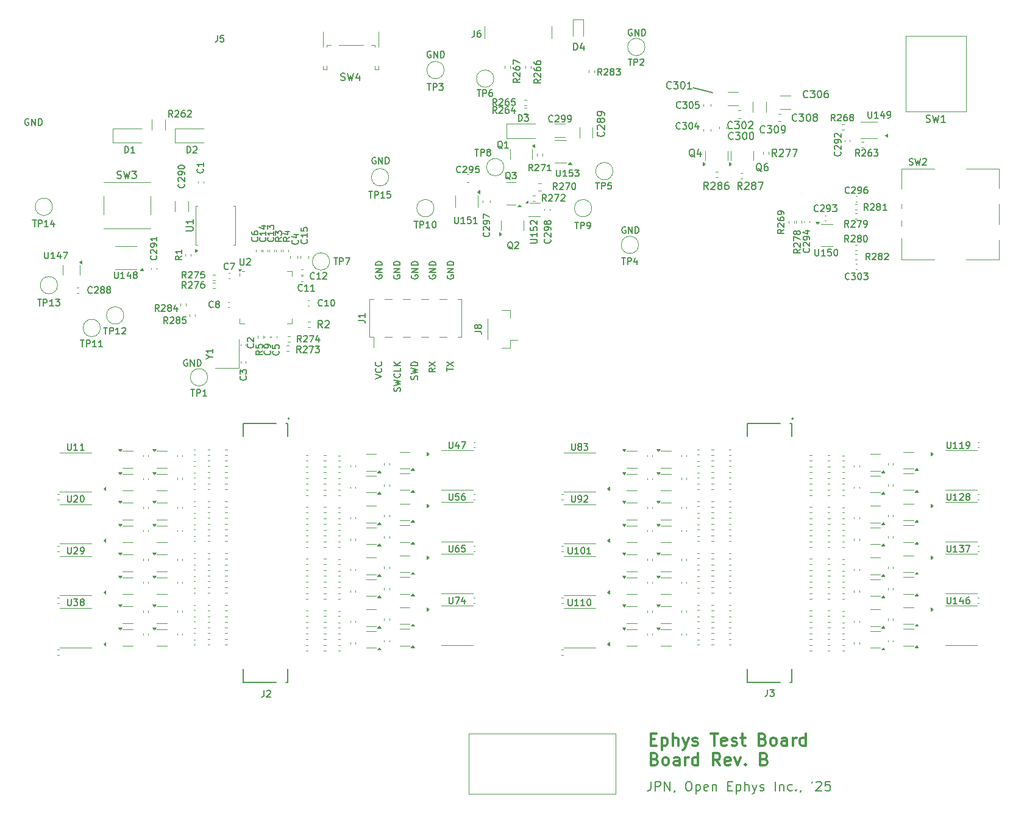
<source format=gbr>
%TF.GenerationSoftware,KiCad,Pcbnew,9.0.0-rc1*%
%TF.CreationDate,2025-02-06T15:05:50-05:00*%
%TF.ProjectId,ephys-test-board,65706879-732d-4746-9573-742d626f6172,B*%
%TF.SameCoordinates,Original*%
%TF.FileFunction,Legend,Top*%
%TF.FilePolarity,Positive*%
%FSLAX46Y46*%
G04 Gerber Fmt 4.6, Leading zero omitted, Abs format (unit mm)*
G04 Created by KiCad (PCBNEW 9.0.0-rc1) date 2025-02-06 15:05:50*
%MOMM*%
%LPD*%
G01*
G04 APERTURE LIST*
%ADD10C,0.150000*%
%ADD11C,0.200000*%
%ADD12C,0.300000*%
%ADD13C,0.120000*%
%ADD14C,0.100000*%
G04 APERTURE END LIST*
D10*
X226950000Y-67050000D02*
X224300000Y-66350000D01*
X182712414Y-92415601D02*
X182669557Y-92501316D01*
X182669557Y-92501316D02*
X182669557Y-92629887D01*
X182669557Y-92629887D02*
X182712414Y-92758458D01*
X182712414Y-92758458D02*
X182798128Y-92844173D01*
X182798128Y-92844173D02*
X182883842Y-92887030D01*
X182883842Y-92887030D02*
X183055271Y-92929887D01*
X183055271Y-92929887D02*
X183183842Y-92929887D01*
X183183842Y-92929887D02*
X183355271Y-92887030D01*
X183355271Y-92887030D02*
X183440985Y-92844173D01*
X183440985Y-92844173D02*
X183526700Y-92758458D01*
X183526700Y-92758458D02*
X183569557Y-92629887D01*
X183569557Y-92629887D02*
X183569557Y-92544173D01*
X183569557Y-92544173D02*
X183526700Y-92415601D01*
X183526700Y-92415601D02*
X183483842Y-92372744D01*
X183483842Y-92372744D02*
X183183842Y-92372744D01*
X183183842Y-92372744D02*
X183183842Y-92544173D01*
X183569557Y-91987030D02*
X182669557Y-91987030D01*
X182669557Y-91987030D02*
X183569557Y-91472744D01*
X183569557Y-91472744D02*
X182669557Y-91472744D01*
X183569557Y-91044173D02*
X182669557Y-91044173D01*
X182669557Y-91044173D02*
X182669557Y-90829887D01*
X182669557Y-90829887D02*
X182712414Y-90701316D01*
X182712414Y-90701316D02*
X182798128Y-90615601D01*
X182798128Y-90615601D02*
X182883842Y-90572744D01*
X182883842Y-90572744D02*
X183055271Y-90529887D01*
X183055271Y-90529887D02*
X183183842Y-90529887D01*
X183183842Y-90529887D02*
X183355271Y-90572744D01*
X183355271Y-90572744D02*
X183440985Y-90615601D01*
X183440985Y-90615601D02*
X183526700Y-90701316D01*
X183526700Y-90701316D02*
X183569557Y-90829887D01*
X183569557Y-90829887D02*
X183569557Y-91044173D01*
X190174914Y-92415601D02*
X190132057Y-92501316D01*
X190132057Y-92501316D02*
X190132057Y-92629887D01*
X190132057Y-92629887D02*
X190174914Y-92758458D01*
X190174914Y-92758458D02*
X190260628Y-92844173D01*
X190260628Y-92844173D02*
X190346342Y-92887030D01*
X190346342Y-92887030D02*
X190517771Y-92929887D01*
X190517771Y-92929887D02*
X190646342Y-92929887D01*
X190646342Y-92929887D02*
X190817771Y-92887030D01*
X190817771Y-92887030D02*
X190903485Y-92844173D01*
X190903485Y-92844173D02*
X190989200Y-92758458D01*
X190989200Y-92758458D02*
X191032057Y-92629887D01*
X191032057Y-92629887D02*
X191032057Y-92544173D01*
X191032057Y-92544173D02*
X190989200Y-92415601D01*
X190989200Y-92415601D02*
X190946342Y-92372744D01*
X190946342Y-92372744D02*
X190646342Y-92372744D01*
X190646342Y-92372744D02*
X190646342Y-92544173D01*
X191032057Y-91987030D02*
X190132057Y-91987030D01*
X190132057Y-91987030D02*
X191032057Y-91472744D01*
X191032057Y-91472744D02*
X190132057Y-91472744D01*
X191032057Y-91044173D02*
X190132057Y-91044173D01*
X190132057Y-91044173D02*
X190132057Y-90829887D01*
X190132057Y-90829887D02*
X190174914Y-90701316D01*
X190174914Y-90701316D02*
X190260628Y-90615601D01*
X190260628Y-90615601D02*
X190346342Y-90572744D01*
X190346342Y-90572744D02*
X190517771Y-90529887D01*
X190517771Y-90529887D02*
X190646342Y-90529887D01*
X190646342Y-90529887D02*
X190817771Y-90572744D01*
X190817771Y-90572744D02*
X190903485Y-90615601D01*
X190903485Y-90615601D02*
X190989200Y-90701316D01*
X190989200Y-90701316D02*
X191032057Y-90829887D01*
X191032057Y-90829887D02*
X191032057Y-91044173D01*
X154034398Y-104174914D02*
X153948684Y-104132057D01*
X153948684Y-104132057D02*
X153820112Y-104132057D01*
X153820112Y-104132057D02*
X153691541Y-104174914D01*
X153691541Y-104174914D02*
X153605826Y-104260628D01*
X153605826Y-104260628D02*
X153562969Y-104346342D01*
X153562969Y-104346342D02*
X153520112Y-104517771D01*
X153520112Y-104517771D02*
X153520112Y-104646342D01*
X153520112Y-104646342D02*
X153562969Y-104817771D01*
X153562969Y-104817771D02*
X153605826Y-104903485D01*
X153605826Y-104903485D02*
X153691541Y-104989200D01*
X153691541Y-104989200D02*
X153820112Y-105032057D01*
X153820112Y-105032057D02*
X153905826Y-105032057D01*
X153905826Y-105032057D02*
X154034398Y-104989200D01*
X154034398Y-104989200D02*
X154077255Y-104946342D01*
X154077255Y-104946342D02*
X154077255Y-104646342D01*
X154077255Y-104646342D02*
X153905826Y-104646342D01*
X154462969Y-105032057D02*
X154462969Y-104132057D01*
X154462969Y-104132057D02*
X154977255Y-105032057D01*
X154977255Y-105032057D02*
X154977255Y-104132057D01*
X155405826Y-105032057D02*
X155405826Y-104132057D01*
X155405826Y-104132057D02*
X155620112Y-104132057D01*
X155620112Y-104132057D02*
X155748683Y-104174914D01*
X155748683Y-104174914D02*
X155834398Y-104260628D01*
X155834398Y-104260628D02*
X155877255Y-104346342D01*
X155877255Y-104346342D02*
X155920112Y-104517771D01*
X155920112Y-104517771D02*
X155920112Y-104646342D01*
X155920112Y-104646342D02*
X155877255Y-104817771D01*
X155877255Y-104817771D02*
X155834398Y-104903485D01*
X155834398Y-104903485D02*
X155748683Y-104989200D01*
X155748683Y-104989200D02*
X155620112Y-105032057D01*
X155620112Y-105032057D02*
X155405826Y-105032057D01*
X180184398Y-76074914D02*
X180098684Y-76032057D01*
X180098684Y-76032057D02*
X179970112Y-76032057D01*
X179970112Y-76032057D02*
X179841541Y-76074914D01*
X179841541Y-76074914D02*
X179755826Y-76160628D01*
X179755826Y-76160628D02*
X179712969Y-76246342D01*
X179712969Y-76246342D02*
X179670112Y-76417771D01*
X179670112Y-76417771D02*
X179670112Y-76546342D01*
X179670112Y-76546342D02*
X179712969Y-76717771D01*
X179712969Y-76717771D02*
X179755826Y-76803485D01*
X179755826Y-76803485D02*
X179841541Y-76889200D01*
X179841541Y-76889200D02*
X179970112Y-76932057D01*
X179970112Y-76932057D02*
X180055826Y-76932057D01*
X180055826Y-76932057D02*
X180184398Y-76889200D01*
X180184398Y-76889200D02*
X180227255Y-76846342D01*
X180227255Y-76846342D02*
X180227255Y-76546342D01*
X180227255Y-76546342D02*
X180055826Y-76546342D01*
X180612969Y-76932057D02*
X180612969Y-76032057D01*
X180612969Y-76032057D02*
X181127255Y-76932057D01*
X181127255Y-76932057D02*
X181127255Y-76032057D01*
X181555826Y-76932057D02*
X181555826Y-76032057D01*
X181555826Y-76032057D02*
X181770112Y-76032057D01*
X181770112Y-76032057D02*
X181898683Y-76074914D01*
X181898683Y-76074914D02*
X181984398Y-76160628D01*
X181984398Y-76160628D02*
X182027255Y-76246342D01*
X182027255Y-76246342D02*
X182070112Y-76417771D01*
X182070112Y-76417771D02*
X182070112Y-76546342D01*
X182070112Y-76546342D02*
X182027255Y-76717771D01*
X182027255Y-76717771D02*
X181984398Y-76803485D01*
X181984398Y-76803485D02*
X181898683Y-76889200D01*
X181898683Y-76889200D02*
X181770112Y-76932057D01*
X181770112Y-76932057D02*
X181555826Y-76932057D01*
X187834398Y-61324914D02*
X187748684Y-61282057D01*
X187748684Y-61282057D02*
X187620112Y-61282057D01*
X187620112Y-61282057D02*
X187491541Y-61324914D01*
X187491541Y-61324914D02*
X187405826Y-61410628D01*
X187405826Y-61410628D02*
X187362969Y-61496342D01*
X187362969Y-61496342D02*
X187320112Y-61667771D01*
X187320112Y-61667771D02*
X187320112Y-61796342D01*
X187320112Y-61796342D02*
X187362969Y-61967771D01*
X187362969Y-61967771D02*
X187405826Y-62053485D01*
X187405826Y-62053485D02*
X187491541Y-62139200D01*
X187491541Y-62139200D02*
X187620112Y-62182057D01*
X187620112Y-62182057D02*
X187705826Y-62182057D01*
X187705826Y-62182057D02*
X187834398Y-62139200D01*
X187834398Y-62139200D02*
X187877255Y-62096342D01*
X187877255Y-62096342D02*
X187877255Y-61796342D01*
X187877255Y-61796342D02*
X187705826Y-61796342D01*
X188262969Y-62182057D02*
X188262969Y-61282057D01*
X188262969Y-61282057D02*
X188777255Y-62182057D01*
X188777255Y-62182057D02*
X188777255Y-61282057D01*
X189205826Y-62182057D02*
X189205826Y-61282057D01*
X189205826Y-61282057D02*
X189420112Y-61282057D01*
X189420112Y-61282057D02*
X189548683Y-61324914D01*
X189548683Y-61324914D02*
X189634398Y-61410628D01*
X189634398Y-61410628D02*
X189677255Y-61496342D01*
X189677255Y-61496342D02*
X189720112Y-61667771D01*
X189720112Y-61667771D02*
X189720112Y-61796342D01*
X189720112Y-61796342D02*
X189677255Y-61967771D01*
X189677255Y-61967771D02*
X189634398Y-62053485D01*
X189634398Y-62053485D02*
X189548683Y-62139200D01*
X189548683Y-62139200D02*
X189420112Y-62182057D01*
X189420112Y-62182057D02*
X189205826Y-62182057D01*
X180224914Y-92415601D02*
X180182057Y-92501316D01*
X180182057Y-92501316D02*
X180182057Y-92629887D01*
X180182057Y-92629887D02*
X180224914Y-92758458D01*
X180224914Y-92758458D02*
X180310628Y-92844173D01*
X180310628Y-92844173D02*
X180396342Y-92887030D01*
X180396342Y-92887030D02*
X180567771Y-92929887D01*
X180567771Y-92929887D02*
X180696342Y-92929887D01*
X180696342Y-92929887D02*
X180867771Y-92887030D01*
X180867771Y-92887030D02*
X180953485Y-92844173D01*
X180953485Y-92844173D02*
X181039200Y-92758458D01*
X181039200Y-92758458D02*
X181082057Y-92629887D01*
X181082057Y-92629887D02*
X181082057Y-92544173D01*
X181082057Y-92544173D02*
X181039200Y-92415601D01*
X181039200Y-92415601D02*
X180996342Y-92372744D01*
X180996342Y-92372744D02*
X180696342Y-92372744D01*
X180696342Y-92372744D02*
X180696342Y-92544173D01*
X181082057Y-91987030D02*
X180182057Y-91987030D01*
X180182057Y-91987030D02*
X181082057Y-91472744D01*
X181082057Y-91472744D02*
X180182057Y-91472744D01*
X181082057Y-91044173D02*
X180182057Y-91044173D01*
X180182057Y-91044173D02*
X180182057Y-90829887D01*
X180182057Y-90829887D02*
X180224914Y-90701316D01*
X180224914Y-90701316D02*
X180310628Y-90615601D01*
X180310628Y-90615601D02*
X180396342Y-90572744D01*
X180396342Y-90572744D02*
X180567771Y-90529887D01*
X180567771Y-90529887D02*
X180696342Y-90529887D01*
X180696342Y-90529887D02*
X180867771Y-90572744D01*
X180867771Y-90572744D02*
X180953485Y-90615601D01*
X180953485Y-90615601D02*
X181039200Y-90701316D01*
X181039200Y-90701316D02*
X181082057Y-90829887D01*
X181082057Y-90829887D02*
X181082057Y-91044173D01*
X187687414Y-92415601D02*
X187644557Y-92501316D01*
X187644557Y-92501316D02*
X187644557Y-92629887D01*
X187644557Y-92629887D02*
X187687414Y-92758458D01*
X187687414Y-92758458D02*
X187773128Y-92844173D01*
X187773128Y-92844173D02*
X187858842Y-92887030D01*
X187858842Y-92887030D02*
X188030271Y-92929887D01*
X188030271Y-92929887D02*
X188158842Y-92929887D01*
X188158842Y-92929887D02*
X188330271Y-92887030D01*
X188330271Y-92887030D02*
X188415985Y-92844173D01*
X188415985Y-92844173D02*
X188501700Y-92758458D01*
X188501700Y-92758458D02*
X188544557Y-92629887D01*
X188544557Y-92629887D02*
X188544557Y-92544173D01*
X188544557Y-92544173D02*
X188501700Y-92415601D01*
X188501700Y-92415601D02*
X188458842Y-92372744D01*
X188458842Y-92372744D02*
X188158842Y-92372744D01*
X188158842Y-92372744D02*
X188158842Y-92544173D01*
X188544557Y-91987030D02*
X187644557Y-91987030D01*
X187644557Y-91987030D02*
X188544557Y-91472744D01*
X188544557Y-91472744D02*
X187644557Y-91472744D01*
X188544557Y-91044173D02*
X187644557Y-91044173D01*
X187644557Y-91044173D02*
X187644557Y-90829887D01*
X187644557Y-90829887D02*
X187687414Y-90701316D01*
X187687414Y-90701316D02*
X187773128Y-90615601D01*
X187773128Y-90615601D02*
X187858842Y-90572744D01*
X187858842Y-90572744D02*
X188030271Y-90529887D01*
X188030271Y-90529887D02*
X188158842Y-90529887D01*
X188158842Y-90529887D02*
X188330271Y-90572744D01*
X188330271Y-90572744D02*
X188415985Y-90615601D01*
X188415985Y-90615601D02*
X188501700Y-90701316D01*
X188501700Y-90701316D02*
X188544557Y-90829887D01*
X188544557Y-90829887D02*
X188544557Y-91044173D01*
X188494557Y-105337030D02*
X188065985Y-105637030D01*
X188494557Y-105851316D02*
X187594557Y-105851316D01*
X187594557Y-105851316D02*
X187594557Y-105508459D01*
X187594557Y-105508459D02*
X187637414Y-105422744D01*
X187637414Y-105422744D02*
X187680271Y-105379887D01*
X187680271Y-105379887D02*
X187765985Y-105337030D01*
X187765985Y-105337030D02*
X187894557Y-105337030D01*
X187894557Y-105337030D02*
X187980271Y-105379887D01*
X187980271Y-105379887D02*
X188023128Y-105422744D01*
X188023128Y-105422744D02*
X188065985Y-105508459D01*
X188065985Y-105508459D02*
X188065985Y-105851316D01*
X187594557Y-105037030D02*
X188494557Y-104437030D01*
X187594557Y-104437030D02*
X188494557Y-105037030D01*
X214884398Y-85724914D02*
X214798684Y-85682057D01*
X214798684Y-85682057D02*
X214670112Y-85682057D01*
X214670112Y-85682057D02*
X214541541Y-85724914D01*
X214541541Y-85724914D02*
X214455826Y-85810628D01*
X214455826Y-85810628D02*
X214412969Y-85896342D01*
X214412969Y-85896342D02*
X214370112Y-86067771D01*
X214370112Y-86067771D02*
X214370112Y-86196342D01*
X214370112Y-86196342D02*
X214412969Y-86367771D01*
X214412969Y-86367771D02*
X214455826Y-86453485D01*
X214455826Y-86453485D02*
X214541541Y-86539200D01*
X214541541Y-86539200D02*
X214670112Y-86582057D01*
X214670112Y-86582057D02*
X214755826Y-86582057D01*
X214755826Y-86582057D02*
X214884398Y-86539200D01*
X214884398Y-86539200D02*
X214927255Y-86496342D01*
X214927255Y-86496342D02*
X214927255Y-86196342D01*
X214927255Y-86196342D02*
X214755826Y-86196342D01*
X215312969Y-86582057D02*
X215312969Y-85682057D01*
X215312969Y-85682057D02*
X215827255Y-86582057D01*
X215827255Y-86582057D02*
X215827255Y-85682057D01*
X216255826Y-86582057D02*
X216255826Y-85682057D01*
X216255826Y-85682057D02*
X216470112Y-85682057D01*
X216470112Y-85682057D02*
X216598683Y-85724914D01*
X216598683Y-85724914D02*
X216684398Y-85810628D01*
X216684398Y-85810628D02*
X216727255Y-85896342D01*
X216727255Y-85896342D02*
X216770112Y-86067771D01*
X216770112Y-86067771D02*
X216770112Y-86196342D01*
X216770112Y-86196342D02*
X216727255Y-86367771D01*
X216727255Y-86367771D02*
X216684398Y-86453485D01*
X216684398Y-86453485D02*
X216598683Y-86539200D01*
X216598683Y-86539200D02*
X216470112Y-86582057D01*
X216470112Y-86582057D02*
X216255826Y-86582057D01*
X183589200Y-108551315D02*
X183632057Y-108422744D01*
X183632057Y-108422744D02*
X183632057Y-108208458D01*
X183632057Y-108208458D02*
X183589200Y-108122744D01*
X183589200Y-108122744D02*
X183546342Y-108079886D01*
X183546342Y-108079886D02*
X183460628Y-108037029D01*
X183460628Y-108037029D02*
X183374914Y-108037029D01*
X183374914Y-108037029D02*
X183289200Y-108079886D01*
X183289200Y-108079886D02*
X183246342Y-108122744D01*
X183246342Y-108122744D02*
X183203485Y-108208458D01*
X183203485Y-108208458D02*
X183160628Y-108379886D01*
X183160628Y-108379886D02*
X183117771Y-108465601D01*
X183117771Y-108465601D02*
X183074914Y-108508458D01*
X183074914Y-108508458D02*
X182989200Y-108551315D01*
X182989200Y-108551315D02*
X182903485Y-108551315D01*
X182903485Y-108551315D02*
X182817771Y-108508458D01*
X182817771Y-108508458D02*
X182774914Y-108465601D01*
X182774914Y-108465601D02*
X182732057Y-108379886D01*
X182732057Y-108379886D02*
X182732057Y-108165601D01*
X182732057Y-108165601D02*
X182774914Y-108037029D01*
X182732057Y-107737029D02*
X183632057Y-107522743D01*
X183632057Y-107522743D02*
X182989200Y-107351315D01*
X182989200Y-107351315D02*
X183632057Y-107179886D01*
X183632057Y-107179886D02*
X182732057Y-106965601D01*
X183546342Y-106108458D02*
X183589200Y-106151315D01*
X183589200Y-106151315D02*
X183632057Y-106279887D01*
X183632057Y-106279887D02*
X183632057Y-106365601D01*
X183632057Y-106365601D02*
X183589200Y-106494172D01*
X183589200Y-106494172D02*
X183503485Y-106579887D01*
X183503485Y-106579887D02*
X183417771Y-106622744D01*
X183417771Y-106622744D02*
X183246342Y-106665601D01*
X183246342Y-106665601D02*
X183117771Y-106665601D01*
X183117771Y-106665601D02*
X182946342Y-106622744D01*
X182946342Y-106622744D02*
X182860628Y-106579887D01*
X182860628Y-106579887D02*
X182774914Y-106494172D01*
X182774914Y-106494172D02*
X182732057Y-106365601D01*
X182732057Y-106365601D02*
X182732057Y-106279887D01*
X182732057Y-106279887D02*
X182774914Y-106151315D01*
X182774914Y-106151315D02*
X182817771Y-106108458D01*
X183632057Y-105294172D02*
X183632057Y-105722744D01*
X183632057Y-105722744D02*
X182732057Y-105722744D01*
X183632057Y-104994173D02*
X182732057Y-104994173D01*
X183632057Y-104479887D02*
X183117771Y-104865601D01*
X182732057Y-104479887D02*
X183246342Y-104994173D01*
D11*
X218412530Y-162761004D02*
X218412530Y-163689576D01*
X218412530Y-163689576D02*
X218350625Y-163875290D01*
X218350625Y-163875290D02*
X218226816Y-163999100D01*
X218226816Y-163999100D02*
X218041101Y-164061004D01*
X218041101Y-164061004D02*
X217917292Y-164061004D01*
X219031577Y-164061004D02*
X219031577Y-162761004D01*
X219031577Y-162761004D02*
X219526815Y-162761004D01*
X219526815Y-162761004D02*
X219650625Y-162822909D01*
X219650625Y-162822909D02*
X219712530Y-162884814D01*
X219712530Y-162884814D02*
X219774434Y-163008623D01*
X219774434Y-163008623D02*
X219774434Y-163194338D01*
X219774434Y-163194338D02*
X219712530Y-163318147D01*
X219712530Y-163318147D02*
X219650625Y-163380052D01*
X219650625Y-163380052D02*
X219526815Y-163441957D01*
X219526815Y-163441957D02*
X219031577Y-163441957D01*
X220331577Y-164061004D02*
X220331577Y-162761004D01*
X220331577Y-162761004D02*
X221074434Y-164061004D01*
X221074434Y-164061004D02*
X221074434Y-162761004D01*
X221755387Y-163999100D02*
X221755387Y-164061004D01*
X221755387Y-164061004D02*
X221693482Y-164184814D01*
X221693482Y-164184814D02*
X221631578Y-164246719D01*
X223550625Y-162761004D02*
X223798244Y-162761004D01*
X223798244Y-162761004D02*
X223922054Y-162822909D01*
X223922054Y-162822909D02*
X224045863Y-162946719D01*
X224045863Y-162946719D02*
X224107768Y-163194338D01*
X224107768Y-163194338D02*
X224107768Y-163627671D01*
X224107768Y-163627671D02*
X224045863Y-163875290D01*
X224045863Y-163875290D02*
X223922054Y-163999100D01*
X223922054Y-163999100D02*
X223798244Y-164061004D01*
X223798244Y-164061004D02*
X223550625Y-164061004D01*
X223550625Y-164061004D02*
X223426816Y-163999100D01*
X223426816Y-163999100D02*
X223303006Y-163875290D01*
X223303006Y-163875290D02*
X223241102Y-163627671D01*
X223241102Y-163627671D02*
X223241102Y-163194338D01*
X223241102Y-163194338D02*
X223303006Y-162946719D01*
X223303006Y-162946719D02*
X223426816Y-162822909D01*
X223426816Y-162822909D02*
X223550625Y-162761004D01*
X224664911Y-163194338D02*
X224664911Y-164494338D01*
X224664911Y-163256242D02*
X224788721Y-163194338D01*
X224788721Y-163194338D02*
X225036340Y-163194338D01*
X225036340Y-163194338D02*
X225160149Y-163256242D01*
X225160149Y-163256242D02*
X225222054Y-163318147D01*
X225222054Y-163318147D02*
X225283959Y-163441957D01*
X225283959Y-163441957D02*
X225283959Y-163813385D01*
X225283959Y-163813385D02*
X225222054Y-163937195D01*
X225222054Y-163937195D02*
X225160149Y-163999100D01*
X225160149Y-163999100D02*
X225036340Y-164061004D01*
X225036340Y-164061004D02*
X224788721Y-164061004D01*
X224788721Y-164061004D02*
X224664911Y-163999100D01*
X226336339Y-163999100D02*
X226212530Y-164061004D01*
X226212530Y-164061004D02*
X225964911Y-164061004D01*
X225964911Y-164061004D02*
X225841101Y-163999100D01*
X225841101Y-163999100D02*
X225779197Y-163875290D01*
X225779197Y-163875290D02*
X225779197Y-163380052D01*
X225779197Y-163380052D02*
X225841101Y-163256242D01*
X225841101Y-163256242D02*
X225964911Y-163194338D01*
X225964911Y-163194338D02*
X226212530Y-163194338D01*
X226212530Y-163194338D02*
X226336339Y-163256242D01*
X226336339Y-163256242D02*
X226398244Y-163380052D01*
X226398244Y-163380052D02*
X226398244Y-163503861D01*
X226398244Y-163503861D02*
X225779197Y-163627671D01*
X226955387Y-163194338D02*
X226955387Y-164061004D01*
X226955387Y-163318147D02*
X227017292Y-163256242D01*
X227017292Y-163256242D02*
X227141102Y-163194338D01*
X227141102Y-163194338D02*
X227326816Y-163194338D01*
X227326816Y-163194338D02*
X227450625Y-163256242D01*
X227450625Y-163256242D02*
X227512530Y-163380052D01*
X227512530Y-163380052D02*
X227512530Y-164061004D01*
X229122053Y-163380052D02*
X229555387Y-163380052D01*
X229741101Y-164061004D02*
X229122053Y-164061004D01*
X229122053Y-164061004D02*
X229122053Y-162761004D01*
X229122053Y-162761004D02*
X229741101Y-162761004D01*
X230298243Y-163194338D02*
X230298243Y-164494338D01*
X230298243Y-163256242D02*
X230422053Y-163194338D01*
X230422053Y-163194338D02*
X230669672Y-163194338D01*
X230669672Y-163194338D02*
X230793481Y-163256242D01*
X230793481Y-163256242D02*
X230855386Y-163318147D01*
X230855386Y-163318147D02*
X230917291Y-163441957D01*
X230917291Y-163441957D02*
X230917291Y-163813385D01*
X230917291Y-163813385D02*
X230855386Y-163937195D01*
X230855386Y-163937195D02*
X230793481Y-163999100D01*
X230793481Y-163999100D02*
X230669672Y-164061004D01*
X230669672Y-164061004D02*
X230422053Y-164061004D01*
X230422053Y-164061004D02*
X230298243Y-163999100D01*
X231474433Y-164061004D02*
X231474433Y-162761004D01*
X232031576Y-164061004D02*
X232031576Y-163380052D01*
X232031576Y-163380052D02*
X231969671Y-163256242D01*
X231969671Y-163256242D02*
X231845862Y-163194338D01*
X231845862Y-163194338D02*
X231660148Y-163194338D01*
X231660148Y-163194338D02*
X231536338Y-163256242D01*
X231536338Y-163256242D02*
X231474433Y-163318147D01*
X232526814Y-163194338D02*
X232836338Y-164061004D01*
X233145861Y-163194338D02*
X232836338Y-164061004D01*
X232836338Y-164061004D02*
X232712528Y-164370528D01*
X232712528Y-164370528D02*
X232650623Y-164432433D01*
X232650623Y-164432433D02*
X232526814Y-164494338D01*
X233579195Y-163999100D02*
X233703004Y-164061004D01*
X233703004Y-164061004D02*
X233950623Y-164061004D01*
X233950623Y-164061004D02*
X234074433Y-163999100D01*
X234074433Y-163999100D02*
X234136337Y-163875290D01*
X234136337Y-163875290D02*
X234136337Y-163813385D01*
X234136337Y-163813385D02*
X234074433Y-163689576D01*
X234074433Y-163689576D02*
X233950623Y-163627671D01*
X233950623Y-163627671D02*
X233764909Y-163627671D01*
X233764909Y-163627671D02*
X233641099Y-163565766D01*
X233641099Y-163565766D02*
X233579195Y-163441957D01*
X233579195Y-163441957D02*
X233579195Y-163380052D01*
X233579195Y-163380052D02*
X233641099Y-163256242D01*
X233641099Y-163256242D02*
X233764909Y-163194338D01*
X233764909Y-163194338D02*
X233950623Y-163194338D01*
X233950623Y-163194338D02*
X234074433Y-163256242D01*
X235683956Y-164061004D02*
X235683956Y-162761004D01*
X236303004Y-163194338D02*
X236303004Y-164061004D01*
X236303004Y-163318147D02*
X236364909Y-163256242D01*
X236364909Y-163256242D02*
X236488719Y-163194338D01*
X236488719Y-163194338D02*
X236674433Y-163194338D01*
X236674433Y-163194338D02*
X236798242Y-163256242D01*
X236798242Y-163256242D02*
X236860147Y-163380052D01*
X236860147Y-163380052D02*
X236860147Y-164061004D01*
X238036337Y-163999100D02*
X237912528Y-164061004D01*
X237912528Y-164061004D02*
X237664909Y-164061004D01*
X237664909Y-164061004D02*
X237541099Y-163999100D01*
X237541099Y-163999100D02*
X237479194Y-163937195D01*
X237479194Y-163937195D02*
X237417290Y-163813385D01*
X237417290Y-163813385D02*
X237417290Y-163441957D01*
X237417290Y-163441957D02*
X237479194Y-163318147D01*
X237479194Y-163318147D02*
X237541099Y-163256242D01*
X237541099Y-163256242D02*
X237664909Y-163194338D01*
X237664909Y-163194338D02*
X237912528Y-163194338D01*
X237912528Y-163194338D02*
X238036337Y-163256242D01*
X238593480Y-163937195D02*
X238655385Y-163999100D01*
X238655385Y-163999100D02*
X238593480Y-164061004D01*
X238593480Y-164061004D02*
X238531576Y-163999100D01*
X238531576Y-163999100D02*
X238593480Y-163937195D01*
X238593480Y-163937195D02*
X238593480Y-164061004D01*
X239274433Y-163999100D02*
X239274433Y-164061004D01*
X239274433Y-164061004D02*
X239212528Y-164184814D01*
X239212528Y-164184814D02*
X239150624Y-164246719D01*
X240883957Y-162761004D02*
X240760148Y-163008623D01*
X241379196Y-162884814D02*
X241441100Y-162822909D01*
X241441100Y-162822909D02*
X241564910Y-162761004D01*
X241564910Y-162761004D02*
X241874434Y-162761004D01*
X241874434Y-162761004D02*
X241998243Y-162822909D01*
X241998243Y-162822909D02*
X242060148Y-162884814D01*
X242060148Y-162884814D02*
X242122053Y-163008623D01*
X242122053Y-163008623D02*
X242122053Y-163132433D01*
X242122053Y-163132433D02*
X242060148Y-163318147D01*
X242060148Y-163318147D02*
X241317291Y-164061004D01*
X241317291Y-164061004D02*
X242122053Y-164061004D01*
X243298243Y-162761004D02*
X242679195Y-162761004D01*
X242679195Y-162761004D02*
X242617291Y-163380052D01*
X242617291Y-163380052D02*
X242679195Y-163318147D01*
X242679195Y-163318147D02*
X242803005Y-163256242D01*
X242803005Y-163256242D02*
X243112529Y-163256242D01*
X243112529Y-163256242D02*
X243236338Y-163318147D01*
X243236338Y-163318147D02*
X243298243Y-163380052D01*
X243298243Y-163380052D02*
X243360148Y-163503861D01*
X243360148Y-163503861D02*
X243360148Y-163813385D01*
X243360148Y-163813385D02*
X243298243Y-163937195D01*
X243298243Y-163937195D02*
X243236338Y-163999100D01*
X243236338Y-163999100D02*
X243112529Y-164061004D01*
X243112529Y-164061004D02*
X242803005Y-164061004D01*
X242803005Y-164061004D02*
X242679195Y-163999100D01*
X242679195Y-163999100D02*
X242617291Y-163937195D01*
D10*
X215784398Y-58274914D02*
X215698684Y-58232057D01*
X215698684Y-58232057D02*
X215570112Y-58232057D01*
X215570112Y-58232057D02*
X215441541Y-58274914D01*
X215441541Y-58274914D02*
X215355826Y-58360628D01*
X215355826Y-58360628D02*
X215312969Y-58446342D01*
X215312969Y-58446342D02*
X215270112Y-58617771D01*
X215270112Y-58617771D02*
X215270112Y-58746342D01*
X215270112Y-58746342D02*
X215312969Y-58917771D01*
X215312969Y-58917771D02*
X215355826Y-59003485D01*
X215355826Y-59003485D02*
X215441541Y-59089200D01*
X215441541Y-59089200D02*
X215570112Y-59132057D01*
X215570112Y-59132057D02*
X215655826Y-59132057D01*
X215655826Y-59132057D02*
X215784398Y-59089200D01*
X215784398Y-59089200D02*
X215827255Y-59046342D01*
X215827255Y-59046342D02*
X215827255Y-58746342D01*
X215827255Y-58746342D02*
X215655826Y-58746342D01*
X216212969Y-59132057D02*
X216212969Y-58232057D01*
X216212969Y-58232057D02*
X216727255Y-59132057D01*
X216727255Y-59132057D02*
X216727255Y-58232057D01*
X217155826Y-59132057D02*
X217155826Y-58232057D01*
X217155826Y-58232057D02*
X217370112Y-58232057D01*
X217370112Y-58232057D02*
X217498683Y-58274914D01*
X217498683Y-58274914D02*
X217584398Y-58360628D01*
X217584398Y-58360628D02*
X217627255Y-58446342D01*
X217627255Y-58446342D02*
X217670112Y-58617771D01*
X217670112Y-58617771D02*
X217670112Y-58746342D01*
X217670112Y-58746342D02*
X217627255Y-58917771D01*
X217627255Y-58917771D02*
X217584398Y-59003485D01*
X217584398Y-59003485D02*
X217498683Y-59089200D01*
X217498683Y-59089200D02*
X217370112Y-59132057D01*
X217370112Y-59132057D02*
X217155826Y-59132057D01*
X190082057Y-105765601D02*
X190082057Y-105251316D01*
X190982057Y-105508458D02*
X190082057Y-105508458D01*
X190082057Y-105037030D02*
X190982057Y-104437030D01*
X190082057Y-104437030D02*
X190982057Y-105037030D01*
X185964200Y-106922744D02*
X186007057Y-106794173D01*
X186007057Y-106794173D02*
X186007057Y-106579887D01*
X186007057Y-106579887D02*
X185964200Y-106494173D01*
X185964200Y-106494173D02*
X185921342Y-106451315D01*
X185921342Y-106451315D02*
X185835628Y-106408458D01*
X185835628Y-106408458D02*
X185749914Y-106408458D01*
X185749914Y-106408458D02*
X185664200Y-106451315D01*
X185664200Y-106451315D02*
X185621342Y-106494173D01*
X185621342Y-106494173D02*
X185578485Y-106579887D01*
X185578485Y-106579887D02*
X185535628Y-106751315D01*
X185535628Y-106751315D02*
X185492771Y-106837030D01*
X185492771Y-106837030D02*
X185449914Y-106879887D01*
X185449914Y-106879887D02*
X185364200Y-106922744D01*
X185364200Y-106922744D02*
X185278485Y-106922744D01*
X185278485Y-106922744D02*
X185192771Y-106879887D01*
X185192771Y-106879887D02*
X185149914Y-106837030D01*
X185149914Y-106837030D02*
X185107057Y-106751315D01*
X185107057Y-106751315D02*
X185107057Y-106537030D01*
X185107057Y-106537030D02*
X185149914Y-106408458D01*
X185107057Y-106108458D02*
X186007057Y-105894172D01*
X186007057Y-105894172D02*
X185364200Y-105722744D01*
X185364200Y-105722744D02*
X186007057Y-105551315D01*
X186007057Y-105551315D02*
X185107057Y-105337030D01*
X186007057Y-104994173D02*
X185107057Y-104994173D01*
X185107057Y-104994173D02*
X185107057Y-104779887D01*
X185107057Y-104779887D02*
X185149914Y-104651316D01*
X185149914Y-104651316D02*
X185235628Y-104565601D01*
X185235628Y-104565601D02*
X185321342Y-104522744D01*
X185321342Y-104522744D02*
X185492771Y-104479887D01*
X185492771Y-104479887D02*
X185621342Y-104479887D01*
X185621342Y-104479887D02*
X185792771Y-104522744D01*
X185792771Y-104522744D02*
X185878485Y-104565601D01*
X185878485Y-104565601D02*
X185964200Y-104651316D01*
X185964200Y-104651316D02*
X186007057Y-104779887D01*
X186007057Y-104779887D02*
X186007057Y-104994173D01*
X180132057Y-106794173D02*
X181032057Y-106494173D01*
X181032057Y-106494173D02*
X180132057Y-106194173D01*
X180946342Y-105379887D02*
X180989200Y-105422744D01*
X180989200Y-105422744D02*
X181032057Y-105551316D01*
X181032057Y-105551316D02*
X181032057Y-105637030D01*
X181032057Y-105637030D02*
X180989200Y-105765601D01*
X180989200Y-105765601D02*
X180903485Y-105851316D01*
X180903485Y-105851316D02*
X180817771Y-105894173D01*
X180817771Y-105894173D02*
X180646342Y-105937030D01*
X180646342Y-105937030D02*
X180517771Y-105937030D01*
X180517771Y-105937030D02*
X180346342Y-105894173D01*
X180346342Y-105894173D02*
X180260628Y-105851316D01*
X180260628Y-105851316D02*
X180174914Y-105765601D01*
X180174914Y-105765601D02*
X180132057Y-105637030D01*
X180132057Y-105637030D02*
X180132057Y-105551316D01*
X180132057Y-105551316D02*
X180174914Y-105422744D01*
X180174914Y-105422744D02*
X180217771Y-105379887D01*
X180946342Y-104479887D02*
X180989200Y-104522744D01*
X180989200Y-104522744D02*
X181032057Y-104651316D01*
X181032057Y-104651316D02*
X181032057Y-104737030D01*
X181032057Y-104737030D02*
X180989200Y-104865601D01*
X180989200Y-104865601D02*
X180903485Y-104951316D01*
X180903485Y-104951316D02*
X180817771Y-104994173D01*
X180817771Y-104994173D02*
X180646342Y-105037030D01*
X180646342Y-105037030D02*
X180517771Y-105037030D01*
X180517771Y-105037030D02*
X180346342Y-104994173D01*
X180346342Y-104994173D02*
X180260628Y-104951316D01*
X180260628Y-104951316D02*
X180174914Y-104865601D01*
X180174914Y-104865601D02*
X180132057Y-104737030D01*
X180132057Y-104737030D02*
X180132057Y-104651316D01*
X180132057Y-104651316D02*
X180174914Y-104522744D01*
X180174914Y-104522744D02*
X180217771Y-104479887D01*
D12*
X218402129Y-156911925D02*
X218968796Y-156911925D01*
X219211653Y-157802401D02*
X218402129Y-157802401D01*
X218402129Y-157802401D02*
X218402129Y-156102401D01*
X218402129Y-156102401D02*
X219211653Y-156102401D01*
X219940224Y-156669068D02*
X219940224Y-158369068D01*
X219940224Y-156750020D02*
X220102129Y-156669068D01*
X220102129Y-156669068D02*
X220425939Y-156669068D01*
X220425939Y-156669068D02*
X220587843Y-156750020D01*
X220587843Y-156750020D02*
X220668796Y-156830972D01*
X220668796Y-156830972D02*
X220749748Y-156992877D01*
X220749748Y-156992877D02*
X220749748Y-157478591D01*
X220749748Y-157478591D02*
X220668796Y-157640496D01*
X220668796Y-157640496D02*
X220587843Y-157721449D01*
X220587843Y-157721449D02*
X220425939Y-157802401D01*
X220425939Y-157802401D02*
X220102129Y-157802401D01*
X220102129Y-157802401D02*
X219940224Y-157721449D01*
X221478319Y-157802401D02*
X221478319Y-156102401D01*
X222206891Y-157802401D02*
X222206891Y-156911925D01*
X222206891Y-156911925D02*
X222125938Y-156750020D01*
X222125938Y-156750020D02*
X221964034Y-156669068D01*
X221964034Y-156669068D02*
X221721177Y-156669068D01*
X221721177Y-156669068D02*
X221559272Y-156750020D01*
X221559272Y-156750020D02*
X221478319Y-156830972D01*
X222854510Y-156669068D02*
X223259272Y-157802401D01*
X223664033Y-156669068D02*
X223259272Y-157802401D01*
X223259272Y-157802401D02*
X223097367Y-158207163D01*
X223097367Y-158207163D02*
X223016414Y-158288115D01*
X223016414Y-158288115D02*
X222854510Y-158369068D01*
X224230700Y-157721449D02*
X224392605Y-157802401D01*
X224392605Y-157802401D02*
X224716414Y-157802401D01*
X224716414Y-157802401D02*
X224878319Y-157721449D01*
X224878319Y-157721449D02*
X224959271Y-157559544D01*
X224959271Y-157559544D02*
X224959271Y-157478591D01*
X224959271Y-157478591D02*
X224878319Y-157316687D01*
X224878319Y-157316687D02*
X224716414Y-157235734D01*
X224716414Y-157235734D02*
X224473557Y-157235734D01*
X224473557Y-157235734D02*
X224311652Y-157154782D01*
X224311652Y-157154782D02*
X224230700Y-156992877D01*
X224230700Y-156992877D02*
X224230700Y-156911925D01*
X224230700Y-156911925D02*
X224311652Y-156750020D01*
X224311652Y-156750020D02*
X224473557Y-156669068D01*
X224473557Y-156669068D02*
X224716414Y-156669068D01*
X224716414Y-156669068D02*
X224878319Y-156750020D01*
X226740223Y-156102401D02*
X227711652Y-156102401D01*
X227225938Y-157802401D02*
X227225938Y-156102401D01*
X228925937Y-157721449D02*
X228764033Y-157802401D01*
X228764033Y-157802401D02*
X228440223Y-157802401D01*
X228440223Y-157802401D02*
X228278318Y-157721449D01*
X228278318Y-157721449D02*
X228197366Y-157559544D01*
X228197366Y-157559544D02*
X228197366Y-156911925D01*
X228197366Y-156911925D02*
X228278318Y-156750020D01*
X228278318Y-156750020D02*
X228440223Y-156669068D01*
X228440223Y-156669068D02*
X228764033Y-156669068D01*
X228764033Y-156669068D02*
X228925937Y-156750020D01*
X228925937Y-156750020D02*
X229006890Y-156911925D01*
X229006890Y-156911925D02*
X229006890Y-157073829D01*
X229006890Y-157073829D02*
X228197366Y-157235734D01*
X229654509Y-157721449D02*
X229816414Y-157802401D01*
X229816414Y-157802401D02*
X230140223Y-157802401D01*
X230140223Y-157802401D02*
X230302128Y-157721449D01*
X230302128Y-157721449D02*
X230383080Y-157559544D01*
X230383080Y-157559544D02*
X230383080Y-157478591D01*
X230383080Y-157478591D02*
X230302128Y-157316687D01*
X230302128Y-157316687D02*
X230140223Y-157235734D01*
X230140223Y-157235734D02*
X229897366Y-157235734D01*
X229897366Y-157235734D02*
X229735461Y-157154782D01*
X229735461Y-157154782D02*
X229654509Y-156992877D01*
X229654509Y-156992877D02*
X229654509Y-156911925D01*
X229654509Y-156911925D02*
X229735461Y-156750020D01*
X229735461Y-156750020D02*
X229897366Y-156669068D01*
X229897366Y-156669068D02*
X230140223Y-156669068D01*
X230140223Y-156669068D02*
X230302128Y-156750020D01*
X230868794Y-156669068D02*
X231516413Y-156669068D01*
X231111651Y-156102401D02*
X231111651Y-157559544D01*
X231111651Y-157559544D02*
X231192604Y-157721449D01*
X231192604Y-157721449D02*
X231354509Y-157802401D01*
X231354509Y-157802401D02*
X231516413Y-157802401D01*
X233944985Y-156911925D02*
X234187842Y-156992877D01*
X234187842Y-156992877D02*
X234268795Y-157073829D01*
X234268795Y-157073829D02*
X234349747Y-157235734D01*
X234349747Y-157235734D02*
X234349747Y-157478591D01*
X234349747Y-157478591D02*
X234268795Y-157640496D01*
X234268795Y-157640496D02*
X234187842Y-157721449D01*
X234187842Y-157721449D02*
X234025937Y-157802401D01*
X234025937Y-157802401D02*
X233378318Y-157802401D01*
X233378318Y-157802401D02*
X233378318Y-156102401D01*
X233378318Y-156102401D02*
X233944985Y-156102401D01*
X233944985Y-156102401D02*
X234106890Y-156183353D01*
X234106890Y-156183353D02*
X234187842Y-156264306D01*
X234187842Y-156264306D02*
X234268795Y-156426210D01*
X234268795Y-156426210D02*
X234268795Y-156588115D01*
X234268795Y-156588115D02*
X234187842Y-156750020D01*
X234187842Y-156750020D02*
X234106890Y-156830972D01*
X234106890Y-156830972D02*
X233944985Y-156911925D01*
X233944985Y-156911925D02*
X233378318Y-156911925D01*
X235321176Y-157802401D02*
X235159271Y-157721449D01*
X235159271Y-157721449D02*
X235078318Y-157640496D01*
X235078318Y-157640496D02*
X234997366Y-157478591D01*
X234997366Y-157478591D02*
X234997366Y-156992877D01*
X234997366Y-156992877D02*
X235078318Y-156830972D01*
X235078318Y-156830972D02*
X235159271Y-156750020D01*
X235159271Y-156750020D02*
X235321176Y-156669068D01*
X235321176Y-156669068D02*
X235564033Y-156669068D01*
X235564033Y-156669068D02*
X235725937Y-156750020D01*
X235725937Y-156750020D02*
X235806890Y-156830972D01*
X235806890Y-156830972D02*
X235887842Y-156992877D01*
X235887842Y-156992877D02*
X235887842Y-157478591D01*
X235887842Y-157478591D02*
X235806890Y-157640496D01*
X235806890Y-157640496D02*
X235725937Y-157721449D01*
X235725937Y-157721449D02*
X235564033Y-157802401D01*
X235564033Y-157802401D02*
X235321176Y-157802401D01*
X237344985Y-157802401D02*
X237344985Y-156911925D01*
X237344985Y-156911925D02*
X237264032Y-156750020D01*
X237264032Y-156750020D02*
X237102128Y-156669068D01*
X237102128Y-156669068D02*
X236778318Y-156669068D01*
X236778318Y-156669068D02*
X236616413Y-156750020D01*
X237344985Y-157721449D02*
X237183080Y-157802401D01*
X237183080Y-157802401D02*
X236778318Y-157802401D01*
X236778318Y-157802401D02*
X236616413Y-157721449D01*
X236616413Y-157721449D02*
X236535461Y-157559544D01*
X236535461Y-157559544D02*
X236535461Y-157397639D01*
X236535461Y-157397639D02*
X236616413Y-157235734D01*
X236616413Y-157235734D02*
X236778318Y-157154782D01*
X236778318Y-157154782D02*
X237183080Y-157154782D01*
X237183080Y-157154782D02*
X237344985Y-157073829D01*
X238154508Y-157802401D02*
X238154508Y-156669068D01*
X238154508Y-156992877D02*
X238235461Y-156830972D01*
X238235461Y-156830972D02*
X238316413Y-156750020D01*
X238316413Y-156750020D02*
X238478318Y-156669068D01*
X238478318Y-156669068D02*
X238640223Y-156669068D01*
X239935461Y-157802401D02*
X239935461Y-156102401D01*
X239935461Y-157721449D02*
X239773556Y-157802401D01*
X239773556Y-157802401D02*
X239449747Y-157802401D01*
X239449747Y-157802401D02*
X239287842Y-157721449D01*
X239287842Y-157721449D02*
X239206889Y-157640496D01*
X239206889Y-157640496D02*
X239125937Y-157478591D01*
X239125937Y-157478591D02*
X239125937Y-156992877D01*
X239125937Y-156992877D02*
X239206889Y-156830972D01*
X239206889Y-156830972D02*
X239287842Y-156750020D01*
X239287842Y-156750020D02*
X239449747Y-156669068D01*
X239449747Y-156669068D02*
X239773556Y-156669068D01*
X239773556Y-156669068D02*
X239935461Y-156750020D01*
X218968796Y-159648830D02*
X219211653Y-159729782D01*
X219211653Y-159729782D02*
X219292606Y-159810734D01*
X219292606Y-159810734D02*
X219373558Y-159972639D01*
X219373558Y-159972639D02*
X219373558Y-160215496D01*
X219373558Y-160215496D02*
X219292606Y-160377401D01*
X219292606Y-160377401D02*
X219211653Y-160458354D01*
X219211653Y-160458354D02*
X219049748Y-160539306D01*
X219049748Y-160539306D02*
X218402129Y-160539306D01*
X218402129Y-160539306D02*
X218402129Y-158839306D01*
X218402129Y-158839306D02*
X218968796Y-158839306D01*
X218968796Y-158839306D02*
X219130701Y-158920258D01*
X219130701Y-158920258D02*
X219211653Y-159001211D01*
X219211653Y-159001211D02*
X219292606Y-159163115D01*
X219292606Y-159163115D02*
X219292606Y-159325020D01*
X219292606Y-159325020D02*
X219211653Y-159486925D01*
X219211653Y-159486925D02*
X219130701Y-159567877D01*
X219130701Y-159567877D02*
X218968796Y-159648830D01*
X218968796Y-159648830D02*
X218402129Y-159648830D01*
X220344987Y-160539306D02*
X220183082Y-160458354D01*
X220183082Y-160458354D02*
X220102129Y-160377401D01*
X220102129Y-160377401D02*
X220021177Y-160215496D01*
X220021177Y-160215496D02*
X220021177Y-159729782D01*
X220021177Y-159729782D02*
X220102129Y-159567877D01*
X220102129Y-159567877D02*
X220183082Y-159486925D01*
X220183082Y-159486925D02*
X220344987Y-159405973D01*
X220344987Y-159405973D02*
X220587844Y-159405973D01*
X220587844Y-159405973D02*
X220749748Y-159486925D01*
X220749748Y-159486925D02*
X220830701Y-159567877D01*
X220830701Y-159567877D02*
X220911653Y-159729782D01*
X220911653Y-159729782D02*
X220911653Y-160215496D01*
X220911653Y-160215496D02*
X220830701Y-160377401D01*
X220830701Y-160377401D02*
X220749748Y-160458354D01*
X220749748Y-160458354D02*
X220587844Y-160539306D01*
X220587844Y-160539306D02*
X220344987Y-160539306D01*
X222368796Y-160539306D02*
X222368796Y-159648830D01*
X222368796Y-159648830D02*
X222287843Y-159486925D01*
X222287843Y-159486925D02*
X222125939Y-159405973D01*
X222125939Y-159405973D02*
X221802129Y-159405973D01*
X221802129Y-159405973D02*
X221640224Y-159486925D01*
X222368796Y-160458354D02*
X222206891Y-160539306D01*
X222206891Y-160539306D02*
X221802129Y-160539306D01*
X221802129Y-160539306D02*
X221640224Y-160458354D01*
X221640224Y-160458354D02*
X221559272Y-160296449D01*
X221559272Y-160296449D02*
X221559272Y-160134544D01*
X221559272Y-160134544D02*
X221640224Y-159972639D01*
X221640224Y-159972639D02*
X221802129Y-159891687D01*
X221802129Y-159891687D02*
X222206891Y-159891687D01*
X222206891Y-159891687D02*
X222368796Y-159810734D01*
X223178319Y-160539306D02*
X223178319Y-159405973D01*
X223178319Y-159729782D02*
X223259272Y-159567877D01*
X223259272Y-159567877D02*
X223340224Y-159486925D01*
X223340224Y-159486925D02*
X223502129Y-159405973D01*
X223502129Y-159405973D02*
X223664034Y-159405973D01*
X224959272Y-160539306D02*
X224959272Y-158839306D01*
X224959272Y-160458354D02*
X224797367Y-160539306D01*
X224797367Y-160539306D02*
X224473558Y-160539306D01*
X224473558Y-160539306D02*
X224311653Y-160458354D01*
X224311653Y-160458354D02*
X224230700Y-160377401D01*
X224230700Y-160377401D02*
X224149748Y-160215496D01*
X224149748Y-160215496D02*
X224149748Y-159729782D01*
X224149748Y-159729782D02*
X224230700Y-159567877D01*
X224230700Y-159567877D02*
X224311653Y-159486925D01*
X224311653Y-159486925D02*
X224473558Y-159405973D01*
X224473558Y-159405973D02*
X224797367Y-159405973D01*
X224797367Y-159405973D02*
X224959272Y-159486925D01*
X228035462Y-160539306D02*
X227468795Y-159729782D01*
X227064033Y-160539306D02*
X227064033Y-158839306D01*
X227064033Y-158839306D02*
X227711652Y-158839306D01*
X227711652Y-158839306D02*
X227873557Y-158920258D01*
X227873557Y-158920258D02*
X227954510Y-159001211D01*
X227954510Y-159001211D02*
X228035462Y-159163115D01*
X228035462Y-159163115D02*
X228035462Y-159405973D01*
X228035462Y-159405973D02*
X227954510Y-159567877D01*
X227954510Y-159567877D02*
X227873557Y-159648830D01*
X227873557Y-159648830D02*
X227711652Y-159729782D01*
X227711652Y-159729782D02*
X227064033Y-159729782D01*
X229411652Y-160458354D02*
X229249748Y-160539306D01*
X229249748Y-160539306D02*
X228925938Y-160539306D01*
X228925938Y-160539306D02*
X228764033Y-160458354D01*
X228764033Y-160458354D02*
X228683081Y-160296449D01*
X228683081Y-160296449D02*
X228683081Y-159648830D01*
X228683081Y-159648830D02*
X228764033Y-159486925D01*
X228764033Y-159486925D02*
X228925938Y-159405973D01*
X228925938Y-159405973D02*
X229249748Y-159405973D01*
X229249748Y-159405973D02*
X229411652Y-159486925D01*
X229411652Y-159486925D02*
X229492605Y-159648830D01*
X229492605Y-159648830D02*
X229492605Y-159810734D01*
X229492605Y-159810734D02*
X228683081Y-159972639D01*
X230059272Y-159405973D02*
X230464034Y-160539306D01*
X230464034Y-160539306D02*
X230868795Y-159405973D01*
X231516414Y-160377401D02*
X231597367Y-160458354D01*
X231597367Y-160458354D02*
X231516414Y-160539306D01*
X231516414Y-160539306D02*
X231435462Y-160458354D01*
X231435462Y-160458354D02*
X231516414Y-160377401D01*
X231516414Y-160377401D02*
X231516414Y-160539306D01*
X234187843Y-159648830D02*
X234430700Y-159729782D01*
X234430700Y-159729782D02*
X234511653Y-159810734D01*
X234511653Y-159810734D02*
X234592605Y-159972639D01*
X234592605Y-159972639D02*
X234592605Y-160215496D01*
X234592605Y-160215496D02*
X234511653Y-160377401D01*
X234511653Y-160377401D02*
X234430700Y-160458354D01*
X234430700Y-160458354D02*
X234268795Y-160539306D01*
X234268795Y-160539306D02*
X233621176Y-160539306D01*
X233621176Y-160539306D02*
X233621176Y-158839306D01*
X233621176Y-158839306D02*
X234187843Y-158839306D01*
X234187843Y-158839306D02*
X234349748Y-158920258D01*
X234349748Y-158920258D02*
X234430700Y-159001211D01*
X234430700Y-159001211D02*
X234511653Y-159163115D01*
X234511653Y-159163115D02*
X234511653Y-159325020D01*
X234511653Y-159325020D02*
X234430700Y-159486925D01*
X234430700Y-159486925D02*
X234349748Y-159567877D01*
X234349748Y-159567877D02*
X234187843Y-159648830D01*
X234187843Y-159648830D02*
X233621176Y-159648830D01*
D10*
X185199914Y-92415601D02*
X185157057Y-92501316D01*
X185157057Y-92501316D02*
X185157057Y-92629887D01*
X185157057Y-92629887D02*
X185199914Y-92758458D01*
X185199914Y-92758458D02*
X185285628Y-92844173D01*
X185285628Y-92844173D02*
X185371342Y-92887030D01*
X185371342Y-92887030D02*
X185542771Y-92929887D01*
X185542771Y-92929887D02*
X185671342Y-92929887D01*
X185671342Y-92929887D02*
X185842771Y-92887030D01*
X185842771Y-92887030D02*
X185928485Y-92844173D01*
X185928485Y-92844173D02*
X186014200Y-92758458D01*
X186014200Y-92758458D02*
X186057057Y-92629887D01*
X186057057Y-92629887D02*
X186057057Y-92544173D01*
X186057057Y-92544173D02*
X186014200Y-92415601D01*
X186014200Y-92415601D02*
X185971342Y-92372744D01*
X185971342Y-92372744D02*
X185671342Y-92372744D01*
X185671342Y-92372744D02*
X185671342Y-92544173D01*
X186057057Y-91987030D02*
X185157057Y-91987030D01*
X185157057Y-91987030D02*
X186057057Y-91472744D01*
X186057057Y-91472744D02*
X185157057Y-91472744D01*
X186057057Y-91044173D02*
X185157057Y-91044173D01*
X185157057Y-91044173D02*
X185157057Y-90829887D01*
X185157057Y-90829887D02*
X185199914Y-90701316D01*
X185199914Y-90701316D02*
X185285628Y-90615601D01*
X185285628Y-90615601D02*
X185371342Y-90572744D01*
X185371342Y-90572744D02*
X185542771Y-90529887D01*
X185542771Y-90529887D02*
X185671342Y-90529887D01*
X185671342Y-90529887D02*
X185842771Y-90572744D01*
X185842771Y-90572744D02*
X185928485Y-90615601D01*
X185928485Y-90615601D02*
X186014200Y-90701316D01*
X186014200Y-90701316D02*
X186057057Y-90829887D01*
X186057057Y-90829887D02*
X186057057Y-91044173D01*
X131984398Y-70724914D02*
X131898684Y-70682057D01*
X131898684Y-70682057D02*
X131770112Y-70682057D01*
X131770112Y-70682057D02*
X131641541Y-70724914D01*
X131641541Y-70724914D02*
X131555826Y-70810628D01*
X131555826Y-70810628D02*
X131512969Y-70896342D01*
X131512969Y-70896342D02*
X131470112Y-71067771D01*
X131470112Y-71067771D02*
X131470112Y-71196342D01*
X131470112Y-71196342D02*
X131512969Y-71367771D01*
X131512969Y-71367771D02*
X131555826Y-71453485D01*
X131555826Y-71453485D02*
X131641541Y-71539200D01*
X131641541Y-71539200D02*
X131770112Y-71582057D01*
X131770112Y-71582057D02*
X131855826Y-71582057D01*
X131855826Y-71582057D02*
X131984398Y-71539200D01*
X131984398Y-71539200D02*
X132027255Y-71496342D01*
X132027255Y-71496342D02*
X132027255Y-71196342D01*
X132027255Y-71196342D02*
X131855826Y-71196342D01*
X132412969Y-71582057D02*
X132412969Y-70682057D01*
X132412969Y-70682057D02*
X132927255Y-71582057D01*
X132927255Y-71582057D02*
X132927255Y-70682057D01*
X133355826Y-71582057D02*
X133355826Y-70682057D01*
X133355826Y-70682057D02*
X133570112Y-70682057D01*
X133570112Y-70682057D02*
X133698683Y-70724914D01*
X133698683Y-70724914D02*
X133784398Y-70810628D01*
X133784398Y-70810628D02*
X133827255Y-70896342D01*
X133827255Y-70896342D02*
X133870112Y-71067771D01*
X133870112Y-71067771D02*
X133870112Y-71196342D01*
X133870112Y-71196342D02*
X133827255Y-71367771D01*
X133827255Y-71367771D02*
X133784398Y-71453485D01*
X133784398Y-71453485D02*
X133698683Y-71539200D01*
X133698683Y-71539200D02*
X133570112Y-71582057D01*
X133570112Y-71582057D02*
X133355826Y-71582057D01*
X153824819Y-86261904D02*
X154634342Y-86261904D01*
X154634342Y-86261904D02*
X154729580Y-86214285D01*
X154729580Y-86214285D02*
X154777200Y-86166666D01*
X154777200Y-86166666D02*
X154824819Y-86071428D01*
X154824819Y-86071428D02*
X154824819Y-85880952D01*
X154824819Y-85880952D02*
X154777200Y-85785714D01*
X154777200Y-85785714D02*
X154729580Y-85738095D01*
X154729580Y-85738095D02*
X154634342Y-85690476D01*
X154634342Y-85690476D02*
X153824819Y-85690476D01*
X154824819Y-84690476D02*
X154824819Y-85261904D01*
X154824819Y-84976190D02*
X153824819Y-84976190D01*
X153824819Y-84976190D02*
X153967676Y-85071428D01*
X153967676Y-85071428D02*
X154062914Y-85166666D01*
X154062914Y-85166666D02*
X154110533Y-85261904D01*
X193900000Y-58408557D02*
X193900000Y-59051414D01*
X193900000Y-59051414D02*
X193857143Y-59179985D01*
X193857143Y-59179985D02*
X193771429Y-59265700D01*
X193771429Y-59265700D02*
X193642857Y-59308557D01*
X193642857Y-59308557D02*
X193557143Y-59308557D01*
X194714286Y-58408557D02*
X194542857Y-58408557D01*
X194542857Y-58408557D02*
X194457143Y-58451414D01*
X194457143Y-58451414D02*
X194414286Y-58494271D01*
X194414286Y-58494271D02*
X194328571Y-58622842D01*
X194328571Y-58622842D02*
X194285714Y-58794271D01*
X194285714Y-58794271D02*
X194285714Y-59137128D01*
X194285714Y-59137128D02*
X194328571Y-59222842D01*
X194328571Y-59222842D02*
X194371428Y-59265700D01*
X194371428Y-59265700D02*
X194457143Y-59308557D01*
X194457143Y-59308557D02*
X194628571Y-59308557D01*
X194628571Y-59308557D02*
X194714286Y-59265700D01*
X194714286Y-59265700D02*
X194757143Y-59222842D01*
X194757143Y-59222842D02*
X194800000Y-59137128D01*
X194800000Y-59137128D02*
X194800000Y-58922842D01*
X194800000Y-58922842D02*
X194757143Y-58837128D01*
X194757143Y-58837128D02*
X194714286Y-58794271D01*
X194714286Y-58794271D02*
X194628571Y-58751414D01*
X194628571Y-58751414D02*
X194457143Y-58751414D01*
X194457143Y-58751414D02*
X194371428Y-58794271D01*
X194371428Y-58794271D02*
X194328571Y-58837128D01*
X194328571Y-58837128D02*
X194285714Y-58922842D01*
X256666667Y-71107200D02*
X256809524Y-71154819D01*
X256809524Y-71154819D02*
X257047619Y-71154819D01*
X257047619Y-71154819D02*
X257142857Y-71107200D01*
X257142857Y-71107200D02*
X257190476Y-71059580D01*
X257190476Y-71059580D02*
X257238095Y-70964342D01*
X257238095Y-70964342D02*
X257238095Y-70869104D01*
X257238095Y-70869104D02*
X257190476Y-70773866D01*
X257190476Y-70773866D02*
X257142857Y-70726247D01*
X257142857Y-70726247D02*
X257047619Y-70678628D01*
X257047619Y-70678628D02*
X256857143Y-70631009D01*
X256857143Y-70631009D02*
X256761905Y-70583390D01*
X256761905Y-70583390D02*
X256714286Y-70535771D01*
X256714286Y-70535771D02*
X256666667Y-70440533D01*
X256666667Y-70440533D02*
X256666667Y-70345295D01*
X256666667Y-70345295D02*
X256714286Y-70250057D01*
X256714286Y-70250057D02*
X256761905Y-70202438D01*
X256761905Y-70202438D02*
X256857143Y-70154819D01*
X256857143Y-70154819D02*
X257095238Y-70154819D01*
X257095238Y-70154819D02*
X257238095Y-70202438D01*
X257571429Y-70154819D02*
X257809524Y-71154819D01*
X257809524Y-71154819D02*
X258000000Y-70440533D01*
X258000000Y-70440533D02*
X258190476Y-71154819D01*
X258190476Y-71154819D02*
X258428572Y-70154819D01*
X259333333Y-71154819D02*
X258761905Y-71154819D01*
X259047619Y-71154819D02*
X259047619Y-70154819D01*
X259047619Y-70154819D02*
X258952381Y-70297676D01*
X258952381Y-70297676D02*
X258857143Y-70392914D01*
X258857143Y-70392914D02*
X258761905Y-70440533D01*
X203108557Y-65207142D02*
X202679985Y-65507142D01*
X203108557Y-65721428D02*
X202208557Y-65721428D01*
X202208557Y-65721428D02*
X202208557Y-65378571D01*
X202208557Y-65378571D02*
X202251414Y-65292856D01*
X202251414Y-65292856D02*
X202294271Y-65249999D01*
X202294271Y-65249999D02*
X202379985Y-65207142D01*
X202379985Y-65207142D02*
X202508557Y-65207142D01*
X202508557Y-65207142D02*
X202594271Y-65249999D01*
X202594271Y-65249999D02*
X202637128Y-65292856D01*
X202637128Y-65292856D02*
X202679985Y-65378571D01*
X202679985Y-65378571D02*
X202679985Y-65721428D01*
X202294271Y-64864285D02*
X202251414Y-64821428D01*
X202251414Y-64821428D02*
X202208557Y-64735714D01*
X202208557Y-64735714D02*
X202208557Y-64521428D01*
X202208557Y-64521428D02*
X202251414Y-64435714D01*
X202251414Y-64435714D02*
X202294271Y-64392856D01*
X202294271Y-64392856D02*
X202379985Y-64349999D01*
X202379985Y-64349999D02*
X202465700Y-64349999D01*
X202465700Y-64349999D02*
X202594271Y-64392856D01*
X202594271Y-64392856D02*
X203108557Y-64907142D01*
X203108557Y-64907142D02*
X203108557Y-64349999D01*
X202208557Y-63578571D02*
X202208557Y-63749999D01*
X202208557Y-63749999D02*
X202251414Y-63835713D01*
X202251414Y-63835713D02*
X202294271Y-63878571D01*
X202294271Y-63878571D02*
X202422842Y-63964285D01*
X202422842Y-63964285D02*
X202594271Y-64007142D01*
X202594271Y-64007142D02*
X202937128Y-64007142D01*
X202937128Y-64007142D02*
X203022842Y-63964285D01*
X203022842Y-63964285D02*
X203065700Y-63921428D01*
X203065700Y-63921428D02*
X203108557Y-63835713D01*
X203108557Y-63835713D02*
X203108557Y-63664285D01*
X203108557Y-63664285D02*
X203065700Y-63578571D01*
X203065700Y-63578571D02*
X203022842Y-63535713D01*
X203022842Y-63535713D02*
X202937128Y-63492856D01*
X202937128Y-63492856D02*
X202722842Y-63492856D01*
X202722842Y-63492856D02*
X202637128Y-63535713D01*
X202637128Y-63535713D02*
X202594271Y-63578571D01*
X202594271Y-63578571D02*
X202551414Y-63664285D01*
X202551414Y-63664285D02*
X202551414Y-63835713D01*
X202551414Y-63835713D02*
X202594271Y-63921428D01*
X202594271Y-63921428D02*
X202637128Y-63964285D01*
X202637128Y-63964285D02*
X202722842Y-64007142D01*
X202208557Y-62721428D02*
X202208557Y-62892856D01*
X202208557Y-62892856D02*
X202251414Y-62978570D01*
X202251414Y-62978570D02*
X202294271Y-63021428D01*
X202294271Y-63021428D02*
X202422842Y-63107142D01*
X202422842Y-63107142D02*
X202594271Y-63149999D01*
X202594271Y-63149999D02*
X202937128Y-63149999D01*
X202937128Y-63149999D02*
X203022842Y-63107142D01*
X203022842Y-63107142D02*
X203065700Y-63064285D01*
X203065700Y-63064285D02*
X203108557Y-62978570D01*
X203108557Y-62978570D02*
X203108557Y-62807142D01*
X203108557Y-62807142D02*
X203065700Y-62721428D01*
X203065700Y-62721428D02*
X203022842Y-62678570D01*
X203022842Y-62678570D02*
X202937128Y-62635713D01*
X202937128Y-62635713D02*
X202722842Y-62635713D01*
X202722842Y-62635713D02*
X202637128Y-62678570D01*
X202637128Y-62678570D02*
X202594271Y-62721428D01*
X202594271Y-62721428D02*
X202551414Y-62807142D01*
X202551414Y-62807142D02*
X202551414Y-62978570D01*
X202551414Y-62978570D02*
X202594271Y-63064285D01*
X202594271Y-63064285D02*
X202637128Y-63107142D01*
X202637128Y-63107142D02*
X202722842Y-63149999D01*
X162162842Y-106419999D02*
X162205700Y-106462856D01*
X162205700Y-106462856D02*
X162248557Y-106591428D01*
X162248557Y-106591428D02*
X162248557Y-106677142D01*
X162248557Y-106677142D02*
X162205700Y-106805713D01*
X162205700Y-106805713D02*
X162119985Y-106891428D01*
X162119985Y-106891428D02*
X162034271Y-106934285D01*
X162034271Y-106934285D02*
X161862842Y-106977142D01*
X161862842Y-106977142D02*
X161734271Y-106977142D01*
X161734271Y-106977142D02*
X161562842Y-106934285D01*
X161562842Y-106934285D02*
X161477128Y-106891428D01*
X161477128Y-106891428D02*
X161391414Y-106805713D01*
X161391414Y-106805713D02*
X161348557Y-106677142D01*
X161348557Y-106677142D02*
X161348557Y-106591428D01*
X161348557Y-106591428D02*
X161391414Y-106462856D01*
X161391414Y-106462856D02*
X161434271Y-106419999D01*
X161348557Y-106119999D02*
X161348557Y-105562856D01*
X161348557Y-105562856D02*
X161691414Y-105862856D01*
X161691414Y-105862856D02*
X161691414Y-105734285D01*
X161691414Y-105734285D02*
X161734271Y-105648571D01*
X161734271Y-105648571D02*
X161777128Y-105605713D01*
X161777128Y-105605713D02*
X161862842Y-105562856D01*
X161862842Y-105562856D02*
X162077128Y-105562856D01*
X162077128Y-105562856D02*
X162162842Y-105605713D01*
X162162842Y-105605713D02*
X162205700Y-105648571D01*
X162205700Y-105648571D02*
X162248557Y-105734285D01*
X162248557Y-105734285D02*
X162248557Y-105991428D01*
X162248557Y-105991428D02*
X162205700Y-106077142D01*
X162205700Y-106077142D02*
X162162842Y-106119999D01*
X259557142Y-122758557D02*
X259557142Y-123487128D01*
X259557142Y-123487128D02*
X259599999Y-123572842D01*
X259599999Y-123572842D02*
X259642857Y-123615700D01*
X259642857Y-123615700D02*
X259728571Y-123658557D01*
X259728571Y-123658557D02*
X259899999Y-123658557D01*
X259899999Y-123658557D02*
X259985714Y-123615700D01*
X259985714Y-123615700D02*
X260028571Y-123572842D01*
X260028571Y-123572842D02*
X260071428Y-123487128D01*
X260071428Y-123487128D02*
X260071428Y-122758557D01*
X260971428Y-123658557D02*
X260457142Y-123658557D01*
X260714285Y-123658557D02*
X260714285Y-122758557D01*
X260714285Y-122758557D02*
X260628571Y-122887128D01*
X260628571Y-122887128D02*
X260542856Y-122972842D01*
X260542856Y-122972842D02*
X260457142Y-123015700D01*
X261314285Y-122844271D02*
X261357142Y-122801414D01*
X261357142Y-122801414D02*
X261442857Y-122758557D01*
X261442857Y-122758557D02*
X261657142Y-122758557D01*
X261657142Y-122758557D02*
X261742857Y-122801414D01*
X261742857Y-122801414D02*
X261785714Y-122844271D01*
X261785714Y-122844271D02*
X261828571Y-122929985D01*
X261828571Y-122929985D02*
X261828571Y-123015700D01*
X261828571Y-123015700D02*
X261785714Y-123144271D01*
X261785714Y-123144271D02*
X261271428Y-123658557D01*
X261271428Y-123658557D02*
X261828571Y-123658557D01*
X262342857Y-123144271D02*
X262257142Y-123101414D01*
X262257142Y-123101414D02*
X262214285Y-123058557D01*
X262214285Y-123058557D02*
X262171428Y-122972842D01*
X262171428Y-122972842D02*
X262171428Y-122929985D01*
X262171428Y-122929985D02*
X262214285Y-122844271D01*
X262214285Y-122844271D02*
X262257142Y-122801414D01*
X262257142Y-122801414D02*
X262342857Y-122758557D01*
X262342857Y-122758557D02*
X262514285Y-122758557D01*
X262514285Y-122758557D02*
X262600000Y-122801414D01*
X262600000Y-122801414D02*
X262642857Y-122844271D01*
X262642857Y-122844271D02*
X262685714Y-122929985D01*
X262685714Y-122929985D02*
X262685714Y-122972842D01*
X262685714Y-122972842D02*
X262642857Y-123058557D01*
X262642857Y-123058557D02*
X262600000Y-123101414D01*
X262600000Y-123101414D02*
X262514285Y-123144271D01*
X262514285Y-123144271D02*
X262342857Y-123144271D01*
X262342857Y-123144271D02*
X262257142Y-123187128D01*
X262257142Y-123187128D02*
X262214285Y-123229985D01*
X262214285Y-123229985D02*
X262171428Y-123315700D01*
X262171428Y-123315700D02*
X262171428Y-123487128D01*
X262171428Y-123487128D02*
X262214285Y-123572842D01*
X262214285Y-123572842D02*
X262257142Y-123615700D01*
X262257142Y-123615700D02*
X262342857Y-123658557D01*
X262342857Y-123658557D02*
X262514285Y-123658557D01*
X262514285Y-123658557D02*
X262600000Y-123615700D01*
X262600000Y-123615700D02*
X262642857Y-123572842D01*
X262642857Y-123572842D02*
X262685714Y-123487128D01*
X262685714Y-123487128D02*
X262685714Y-123315700D01*
X262685714Y-123315700D02*
X262642857Y-123229985D01*
X262642857Y-123229985D02*
X262600000Y-123187128D01*
X262600000Y-123187128D02*
X262514285Y-123144271D01*
X200208557Y-65107142D02*
X199779985Y-65407142D01*
X200208557Y-65621428D02*
X199308557Y-65621428D01*
X199308557Y-65621428D02*
X199308557Y-65278571D01*
X199308557Y-65278571D02*
X199351414Y-65192856D01*
X199351414Y-65192856D02*
X199394271Y-65149999D01*
X199394271Y-65149999D02*
X199479985Y-65107142D01*
X199479985Y-65107142D02*
X199608557Y-65107142D01*
X199608557Y-65107142D02*
X199694271Y-65149999D01*
X199694271Y-65149999D02*
X199737128Y-65192856D01*
X199737128Y-65192856D02*
X199779985Y-65278571D01*
X199779985Y-65278571D02*
X199779985Y-65621428D01*
X199394271Y-64764285D02*
X199351414Y-64721428D01*
X199351414Y-64721428D02*
X199308557Y-64635714D01*
X199308557Y-64635714D02*
X199308557Y-64421428D01*
X199308557Y-64421428D02*
X199351414Y-64335714D01*
X199351414Y-64335714D02*
X199394271Y-64292856D01*
X199394271Y-64292856D02*
X199479985Y-64249999D01*
X199479985Y-64249999D02*
X199565700Y-64249999D01*
X199565700Y-64249999D02*
X199694271Y-64292856D01*
X199694271Y-64292856D02*
X200208557Y-64807142D01*
X200208557Y-64807142D02*
X200208557Y-64249999D01*
X199308557Y-63478571D02*
X199308557Y-63649999D01*
X199308557Y-63649999D02*
X199351414Y-63735713D01*
X199351414Y-63735713D02*
X199394271Y-63778571D01*
X199394271Y-63778571D02*
X199522842Y-63864285D01*
X199522842Y-63864285D02*
X199694271Y-63907142D01*
X199694271Y-63907142D02*
X200037128Y-63907142D01*
X200037128Y-63907142D02*
X200122842Y-63864285D01*
X200122842Y-63864285D02*
X200165700Y-63821428D01*
X200165700Y-63821428D02*
X200208557Y-63735713D01*
X200208557Y-63735713D02*
X200208557Y-63564285D01*
X200208557Y-63564285D02*
X200165700Y-63478571D01*
X200165700Y-63478571D02*
X200122842Y-63435713D01*
X200122842Y-63435713D02*
X200037128Y-63392856D01*
X200037128Y-63392856D02*
X199822842Y-63392856D01*
X199822842Y-63392856D02*
X199737128Y-63435713D01*
X199737128Y-63435713D02*
X199694271Y-63478571D01*
X199694271Y-63478571D02*
X199651414Y-63564285D01*
X199651414Y-63564285D02*
X199651414Y-63735713D01*
X199651414Y-63735713D02*
X199694271Y-63821428D01*
X199694271Y-63821428D02*
X199737128Y-63864285D01*
X199737128Y-63864285D02*
X199822842Y-63907142D01*
X199308557Y-63092856D02*
X199308557Y-62492856D01*
X199308557Y-62492856D02*
X200208557Y-62878570D01*
X239158557Y-88807142D02*
X238729985Y-89107142D01*
X239158557Y-89321428D02*
X238258557Y-89321428D01*
X238258557Y-89321428D02*
X238258557Y-88978571D01*
X238258557Y-88978571D02*
X238301414Y-88892856D01*
X238301414Y-88892856D02*
X238344271Y-88849999D01*
X238344271Y-88849999D02*
X238429985Y-88807142D01*
X238429985Y-88807142D02*
X238558557Y-88807142D01*
X238558557Y-88807142D02*
X238644271Y-88849999D01*
X238644271Y-88849999D02*
X238687128Y-88892856D01*
X238687128Y-88892856D02*
X238729985Y-88978571D01*
X238729985Y-88978571D02*
X238729985Y-89321428D01*
X238344271Y-88464285D02*
X238301414Y-88421428D01*
X238301414Y-88421428D02*
X238258557Y-88335714D01*
X238258557Y-88335714D02*
X238258557Y-88121428D01*
X238258557Y-88121428D02*
X238301414Y-88035714D01*
X238301414Y-88035714D02*
X238344271Y-87992856D01*
X238344271Y-87992856D02*
X238429985Y-87949999D01*
X238429985Y-87949999D02*
X238515700Y-87949999D01*
X238515700Y-87949999D02*
X238644271Y-87992856D01*
X238644271Y-87992856D02*
X239158557Y-88507142D01*
X239158557Y-88507142D02*
X239158557Y-87949999D01*
X238258557Y-87649999D02*
X238258557Y-87049999D01*
X238258557Y-87049999D02*
X239158557Y-87435713D01*
X238644271Y-86578570D02*
X238601414Y-86664285D01*
X238601414Y-86664285D02*
X238558557Y-86707142D01*
X238558557Y-86707142D02*
X238472842Y-86749999D01*
X238472842Y-86749999D02*
X238429985Y-86749999D01*
X238429985Y-86749999D02*
X238344271Y-86707142D01*
X238344271Y-86707142D02*
X238301414Y-86664285D01*
X238301414Y-86664285D02*
X238258557Y-86578570D01*
X238258557Y-86578570D02*
X238258557Y-86407142D01*
X238258557Y-86407142D02*
X238301414Y-86321428D01*
X238301414Y-86321428D02*
X238344271Y-86278570D01*
X238344271Y-86278570D02*
X238429985Y-86235713D01*
X238429985Y-86235713D02*
X238472842Y-86235713D01*
X238472842Y-86235713D02*
X238558557Y-86278570D01*
X238558557Y-86278570D02*
X238601414Y-86321428D01*
X238601414Y-86321428D02*
X238644271Y-86407142D01*
X238644271Y-86407142D02*
X238644271Y-86578570D01*
X238644271Y-86578570D02*
X238687128Y-86664285D01*
X238687128Y-86664285D02*
X238729985Y-86707142D01*
X238729985Y-86707142D02*
X238815700Y-86749999D01*
X238815700Y-86749999D02*
X238987128Y-86749999D01*
X238987128Y-86749999D02*
X239072842Y-86707142D01*
X239072842Y-86707142D02*
X239115700Y-86664285D01*
X239115700Y-86664285D02*
X239158557Y-86578570D01*
X239158557Y-86578570D02*
X239158557Y-86407142D01*
X239158557Y-86407142D02*
X239115700Y-86321428D01*
X239115700Y-86321428D02*
X239072842Y-86278570D01*
X239072842Y-86278570D02*
X238987128Y-86235713D01*
X238987128Y-86235713D02*
X238815700Y-86235713D01*
X238815700Y-86235713D02*
X238729985Y-86278570D01*
X238729985Y-86278570D02*
X238687128Y-86321428D01*
X238687128Y-86321428D02*
X238644271Y-86407142D01*
X205392857Y-80508557D02*
X205092857Y-80079985D01*
X204878571Y-80508557D02*
X204878571Y-79608557D01*
X204878571Y-79608557D02*
X205221428Y-79608557D01*
X205221428Y-79608557D02*
X205307143Y-79651414D01*
X205307143Y-79651414D02*
X205350000Y-79694271D01*
X205350000Y-79694271D02*
X205392857Y-79779985D01*
X205392857Y-79779985D02*
X205392857Y-79908557D01*
X205392857Y-79908557D02*
X205350000Y-79994271D01*
X205350000Y-79994271D02*
X205307143Y-80037128D01*
X205307143Y-80037128D02*
X205221428Y-80079985D01*
X205221428Y-80079985D02*
X204878571Y-80079985D01*
X205735714Y-79694271D02*
X205778571Y-79651414D01*
X205778571Y-79651414D02*
X205864286Y-79608557D01*
X205864286Y-79608557D02*
X206078571Y-79608557D01*
X206078571Y-79608557D02*
X206164286Y-79651414D01*
X206164286Y-79651414D02*
X206207143Y-79694271D01*
X206207143Y-79694271D02*
X206250000Y-79779985D01*
X206250000Y-79779985D02*
X206250000Y-79865700D01*
X206250000Y-79865700D02*
X206207143Y-79994271D01*
X206207143Y-79994271D02*
X205692857Y-80508557D01*
X205692857Y-80508557D02*
X206250000Y-80508557D01*
X206550000Y-79608557D02*
X207150000Y-79608557D01*
X207150000Y-79608557D02*
X206764286Y-80508557D01*
X207664286Y-79608557D02*
X207750000Y-79608557D01*
X207750000Y-79608557D02*
X207835714Y-79651414D01*
X207835714Y-79651414D02*
X207878572Y-79694271D01*
X207878572Y-79694271D02*
X207921429Y-79779985D01*
X207921429Y-79779985D02*
X207964286Y-79951414D01*
X207964286Y-79951414D02*
X207964286Y-80165700D01*
X207964286Y-80165700D02*
X207921429Y-80337128D01*
X207921429Y-80337128D02*
X207878572Y-80422842D01*
X207878572Y-80422842D02*
X207835714Y-80465700D01*
X207835714Y-80465700D02*
X207750000Y-80508557D01*
X207750000Y-80508557D02*
X207664286Y-80508557D01*
X207664286Y-80508557D02*
X207578572Y-80465700D01*
X207578572Y-80465700D02*
X207535714Y-80422842D01*
X207535714Y-80422842D02*
X207492857Y-80337128D01*
X207492857Y-80337128D02*
X207450000Y-80165700D01*
X207450000Y-80165700D02*
X207450000Y-79951414D01*
X207450000Y-79951414D02*
X207492857Y-79779985D01*
X207492857Y-79779985D02*
X207535714Y-79694271D01*
X207535714Y-79694271D02*
X207578572Y-79651414D01*
X207578572Y-79651414D02*
X207664286Y-79608557D01*
X145335714Y-75408557D02*
X145335714Y-74508557D01*
X145335714Y-74508557D02*
X145550000Y-74508557D01*
X145550000Y-74508557D02*
X145678571Y-74551414D01*
X145678571Y-74551414D02*
X145764286Y-74637128D01*
X145764286Y-74637128D02*
X145807143Y-74722842D01*
X145807143Y-74722842D02*
X145850000Y-74894271D01*
X145850000Y-74894271D02*
X145850000Y-75022842D01*
X145850000Y-75022842D02*
X145807143Y-75194271D01*
X145807143Y-75194271D02*
X145764286Y-75279985D01*
X145764286Y-75279985D02*
X145678571Y-75365700D01*
X145678571Y-75365700D02*
X145550000Y-75408557D01*
X145550000Y-75408557D02*
X145335714Y-75408557D01*
X146707143Y-75408557D02*
X146192857Y-75408557D01*
X146450000Y-75408557D02*
X146450000Y-74508557D01*
X146450000Y-74508557D02*
X146364286Y-74637128D01*
X146364286Y-74637128D02*
X146278571Y-74722842D01*
X146278571Y-74722842D02*
X146192857Y-74765700D01*
X190373214Y-122758557D02*
X190373214Y-123487128D01*
X190373214Y-123487128D02*
X190416071Y-123572842D01*
X190416071Y-123572842D02*
X190458929Y-123615700D01*
X190458929Y-123615700D02*
X190544643Y-123658557D01*
X190544643Y-123658557D02*
X190716071Y-123658557D01*
X190716071Y-123658557D02*
X190801786Y-123615700D01*
X190801786Y-123615700D02*
X190844643Y-123572842D01*
X190844643Y-123572842D02*
X190887500Y-123487128D01*
X190887500Y-123487128D02*
X190887500Y-122758557D01*
X191744643Y-122758557D02*
X191316071Y-122758557D01*
X191316071Y-122758557D02*
X191273214Y-123187128D01*
X191273214Y-123187128D02*
X191316071Y-123144271D01*
X191316071Y-123144271D02*
X191401786Y-123101414D01*
X191401786Y-123101414D02*
X191616071Y-123101414D01*
X191616071Y-123101414D02*
X191701786Y-123144271D01*
X191701786Y-123144271D02*
X191744643Y-123187128D01*
X191744643Y-123187128D02*
X191787500Y-123272842D01*
X191787500Y-123272842D02*
X191787500Y-123487128D01*
X191787500Y-123487128D02*
X191744643Y-123572842D01*
X191744643Y-123572842D02*
X191701786Y-123615700D01*
X191701786Y-123615700D02*
X191616071Y-123658557D01*
X191616071Y-123658557D02*
X191401786Y-123658557D01*
X191401786Y-123658557D02*
X191316071Y-123615700D01*
X191316071Y-123615700D02*
X191273214Y-123572842D01*
X192558929Y-122758557D02*
X192387500Y-122758557D01*
X192387500Y-122758557D02*
X192301786Y-122801414D01*
X192301786Y-122801414D02*
X192258929Y-122844271D01*
X192258929Y-122844271D02*
X192173214Y-122972842D01*
X192173214Y-122972842D02*
X192130357Y-123144271D01*
X192130357Y-123144271D02*
X192130357Y-123487128D01*
X192130357Y-123487128D02*
X192173214Y-123572842D01*
X192173214Y-123572842D02*
X192216071Y-123615700D01*
X192216071Y-123615700D02*
X192301786Y-123658557D01*
X192301786Y-123658557D02*
X192473214Y-123658557D01*
X192473214Y-123658557D02*
X192558929Y-123615700D01*
X192558929Y-123615700D02*
X192601786Y-123572842D01*
X192601786Y-123572842D02*
X192644643Y-123487128D01*
X192644643Y-123487128D02*
X192644643Y-123272842D01*
X192644643Y-123272842D02*
X192601786Y-123187128D01*
X192601786Y-123187128D02*
X192558929Y-123144271D01*
X192558929Y-123144271D02*
X192473214Y-123101414D01*
X192473214Y-123101414D02*
X192301786Y-123101414D01*
X192301786Y-123101414D02*
X192216071Y-123144271D01*
X192216071Y-123144271D02*
X192173214Y-123187128D01*
X192173214Y-123187128D02*
X192130357Y-123272842D01*
X211859580Y-72519047D02*
X211907200Y-72566666D01*
X211907200Y-72566666D02*
X211954819Y-72709523D01*
X211954819Y-72709523D02*
X211954819Y-72804761D01*
X211954819Y-72804761D02*
X211907200Y-72947618D01*
X211907200Y-72947618D02*
X211811961Y-73042856D01*
X211811961Y-73042856D02*
X211716723Y-73090475D01*
X211716723Y-73090475D02*
X211526247Y-73138094D01*
X211526247Y-73138094D02*
X211383390Y-73138094D01*
X211383390Y-73138094D02*
X211192914Y-73090475D01*
X211192914Y-73090475D02*
X211097676Y-73042856D01*
X211097676Y-73042856D02*
X211002438Y-72947618D01*
X211002438Y-72947618D02*
X210954819Y-72804761D01*
X210954819Y-72804761D02*
X210954819Y-72709523D01*
X210954819Y-72709523D02*
X211002438Y-72566666D01*
X211002438Y-72566666D02*
X211050057Y-72519047D01*
X211050057Y-72138094D02*
X211002438Y-72090475D01*
X211002438Y-72090475D02*
X210954819Y-71995237D01*
X210954819Y-71995237D02*
X210954819Y-71757142D01*
X210954819Y-71757142D02*
X211002438Y-71661904D01*
X211002438Y-71661904D02*
X211050057Y-71614285D01*
X211050057Y-71614285D02*
X211145295Y-71566666D01*
X211145295Y-71566666D02*
X211240533Y-71566666D01*
X211240533Y-71566666D02*
X211383390Y-71614285D01*
X211383390Y-71614285D02*
X211954819Y-72185713D01*
X211954819Y-72185713D02*
X211954819Y-71566666D01*
X211383390Y-70995237D02*
X211335771Y-71090475D01*
X211335771Y-71090475D02*
X211288152Y-71138094D01*
X211288152Y-71138094D02*
X211192914Y-71185713D01*
X211192914Y-71185713D02*
X211145295Y-71185713D01*
X211145295Y-71185713D02*
X211050057Y-71138094D01*
X211050057Y-71138094D02*
X211002438Y-71090475D01*
X211002438Y-71090475D02*
X210954819Y-70995237D01*
X210954819Y-70995237D02*
X210954819Y-70804761D01*
X210954819Y-70804761D02*
X211002438Y-70709523D01*
X211002438Y-70709523D02*
X211050057Y-70661904D01*
X211050057Y-70661904D02*
X211145295Y-70614285D01*
X211145295Y-70614285D02*
X211192914Y-70614285D01*
X211192914Y-70614285D02*
X211288152Y-70661904D01*
X211288152Y-70661904D02*
X211335771Y-70709523D01*
X211335771Y-70709523D02*
X211383390Y-70804761D01*
X211383390Y-70804761D02*
X211383390Y-70995237D01*
X211383390Y-70995237D02*
X211431009Y-71090475D01*
X211431009Y-71090475D02*
X211478628Y-71138094D01*
X211478628Y-71138094D02*
X211573866Y-71185713D01*
X211573866Y-71185713D02*
X211764342Y-71185713D01*
X211764342Y-71185713D02*
X211859580Y-71138094D01*
X211859580Y-71138094D02*
X211907200Y-71090475D01*
X211907200Y-71090475D02*
X211954819Y-70995237D01*
X211954819Y-70995237D02*
X211954819Y-70804761D01*
X211954819Y-70804761D02*
X211907200Y-70709523D01*
X211907200Y-70709523D02*
X211859580Y-70661904D01*
X211859580Y-70661904D02*
X211764342Y-70614285D01*
X211764342Y-70614285D02*
X211573866Y-70614285D01*
X211573866Y-70614285D02*
X211478628Y-70661904D01*
X211478628Y-70661904D02*
X211431009Y-70709523D01*
X211431009Y-70709523D02*
X211383390Y-70804761D01*
X211954819Y-70138094D02*
X211954819Y-69947618D01*
X211954819Y-69947618D02*
X211907200Y-69852380D01*
X211907200Y-69852380D02*
X211859580Y-69804761D01*
X211859580Y-69804761D02*
X211716723Y-69709523D01*
X211716723Y-69709523D02*
X211526247Y-69661904D01*
X211526247Y-69661904D02*
X211145295Y-69661904D01*
X211145295Y-69661904D02*
X211050057Y-69709523D01*
X211050057Y-69709523D02*
X211002438Y-69757142D01*
X211002438Y-69757142D02*
X210954819Y-69852380D01*
X210954819Y-69852380D02*
X210954819Y-70042856D01*
X210954819Y-70042856D02*
X211002438Y-70138094D01*
X211002438Y-70138094D02*
X211050057Y-70185713D01*
X211050057Y-70185713D02*
X211145295Y-70233332D01*
X211145295Y-70233332D02*
X211383390Y-70233332D01*
X211383390Y-70233332D02*
X211478628Y-70185713D01*
X211478628Y-70185713D02*
X211526247Y-70138094D01*
X211526247Y-70138094D02*
X211573866Y-70042856D01*
X211573866Y-70042856D02*
X211573866Y-69852380D01*
X211573866Y-69852380D02*
X211526247Y-69757142D01*
X211526247Y-69757142D02*
X211478628Y-69709523D01*
X211478628Y-69709523D02*
X211383390Y-69661904D01*
X151292857Y-99108557D02*
X150992857Y-98679985D01*
X150778571Y-99108557D02*
X150778571Y-98208557D01*
X150778571Y-98208557D02*
X151121428Y-98208557D01*
X151121428Y-98208557D02*
X151207143Y-98251414D01*
X151207143Y-98251414D02*
X151250000Y-98294271D01*
X151250000Y-98294271D02*
X151292857Y-98379985D01*
X151292857Y-98379985D02*
X151292857Y-98508557D01*
X151292857Y-98508557D02*
X151250000Y-98594271D01*
X151250000Y-98594271D02*
X151207143Y-98637128D01*
X151207143Y-98637128D02*
X151121428Y-98679985D01*
X151121428Y-98679985D02*
X150778571Y-98679985D01*
X151635714Y-98294271D02*
X151678571Y-98251414D01*
X151678571Y-98251414D02*
X151764286Y-98208557D01*
X151764286Y-98208557D02*
X151978571Y-98208557D01*
X151978571Y-98208557D02*
X152064286Y-98251414D01*
X152064286Y-98251414D02*
X152107143Y-98294271D01*
X152107143Y-98294271D02*
X152150000Y-98379985D01*
X152150000Y-98379985D02*
X152150000Y-98465700D01*
X152150000Y-98465700D02*
X152107143Y-98594271D01*
X152107143Y-98594271D02*
X151592857Y-99108557D01*
X151592857Y-99108557D02*
X152150000Y-99108557D01*
X152664286Y-98594271D02*
X152578571Y-98551414D01*
X152578571Y-98551414D02*
X152535714Y-98508557D01*
X152535714Y-98508557D02*
X152492857Y-98422842D01*
X152492857Y-98422842D02*
X152492857Y-98379985D01*
X152492857Y-98379985D02*
X152535714Y-98294271D01*
X152535714Y-98294271D02*
X152578571Y-98251414D01*
X152578571Y-98251414D02*
X152664286Y-98208557D01*
X152664286Y-98208557D02*
X152835714Y-98208557D01*
X152835714Y-98208557D02*
X152921429Y-98251414D01*
X152921429Y-98251414D02*
X152964286Y-98294271D01*
X152964286Y-98294271D02*
X153007143Y-98379985D01*
X153007143Y-98379985D02*
X153007143Y-98422842D01*
X153007143Y-98422842D02*
X152964286Y-98508557D01*
X152964286Y-98508557D02*
X152921429Y-98551414D01*
X152921429Y-98551414D02*
X152835714Y-98594271D01*
X152835714Y-98594271D02*
X152664286Y-98594271D01*
X152664286Y-98594271D02*
X152578571Y-98637128D01*
X152578571Y-98637128D02*
X152535714Y-98679985D01*
X152535714Y-98679985D02*
X152492857Y-98765700D01*
X152492857Y-98765700D02*
X152492857Y-98937128D01*
X152492857Y-98937128D02*
X152535714Y-99022842D01*
X152535714Y-99022842D02*
X152578571Y-99065700D01*
X152578571Y-99065700D02*
X152664286Y-99108557D01*
X152664286Y-99108557D02*
X152835714Y-99108557D01*
X152835714Y-99108557D02*
X152921429Y-99065700D01*
X152921429Y-99065700D02*
X152964286Y-99022842D01*
X152964286Y-99022842D02*
X153007143Y-98937128D01*
X153007143Y-98937128D02*
X153007143Y-98765700D01*
X153007143Y-98765700D02*
X152964286Y-98679985D01*
X152964286Y-98679985D02*
X152921429Y-98637128D01*
X152921429Y-98637128D02*
X152835714Y-98594271D01*
X153821429Y-98208557D02*
X153392857Y-98208557D01*
X153392857Y-98208557D02*
X153350000Y-98637128D01*
X153350000Y-98637128D02*
X153392857Y-98594271D01*
X153392857Y-98594271D02*
X153478572Y-98551414D01*
X153478572Y-98551414D02*
X153692857Y-98551414D01*
X153692857Y-98551414D02*
X153778572Y-98594271D01*
X153778572Y-98594271D02*
X153821429Y-98637128D01*
X153821429Y-98637128D02*
X153864286Y-98722842D01*
X153864286Y-98722842D02*
X153864286Y-98937128D01*
X153864286Y-98937128D02*
X153821429Y-99022842D01*
X153821429Y-99022842D02*
X153778572Y-99065700D01*
X153778572Y-99065700D02*
X153692857Y-99108557D01*
X153692857Y-99108557D02*
X153478572Y-99108557D01*
X153478572Y-99108557D02*
X153392857Y-99065700D01*
X153392857Y-99065700D02*
X153350000Y-99022842D01*
X139185714Y-101458557D02*
X139700000Y-101458557D01*
X139442857Y-102358557D02*
X139442857Y-101458557D01*
X139999999Y-102358557D02*
X139999999Y-101458557D01*
X139999999Y-101458557D02*
X140342856Y-101458557D01*
X140342856Y-101458557D02*
X140428571Y-101501414D01*
X140428571Y-101501414D02*
X140471428Y-101544271D01*
X140471428Y-101544271D02*
X140514285Y-101629985D01*
X140514285Y-101629985D02*
X140514285Y-101758557D01*
X140514285Y-101758557D02*
X140471428Y-101844271D01*
X140471428Y-101844271D02*
X140428571Y-101887128D01*
X140428571Y-101887128D02*
X140342856Y-101929985D01*
X140342856Y-101929985D02*
X139999999Y-101929985D01*
X141371428Y-102358557D02*
X140857142Y-102358557D01*
X141114285Y-102358557D02*
X141114285Y-101458557D01*
X141114285Y-101458557D02*
X141028571Y-101587128D01*
X141028571Y-101587128D02*
X140942856Y-101672842D01*
X140942856Y-101672842D02*
X140857142Y-101715700D01*
X142228571Y-102358557D02*
X141714285Y-102358557D01*
X141971428Y-102358557D02*
X141971428Y-101458557D01*
X141971428Y-101458557D02*
X141885714Y-101587128D01*
X141885714Y-101587128D02*
X141799999Y-101672842D01*
X141799999Y-101672842D02*
X141714285Y-101715700D01*
X187364286Y-65808557D02*
X187878572Y-65808557D01*
X187621429Y-66708557D02*
X187621429Y-65808557D01*
X188178571Y-66708557D02*
X188178571Y-65808557D01*
X188178571Y-65808557D02*
X188521428Y-65808557D01*
X188521428Y-65808557D02*
X188607143Y-65851414D01*
X188607143Y-65851414D02*
X188650000Y-65894271D01*
X188650000Y-65894271D02*
X188692857Y-65979985D01*
X188692857Y-65979985D02*
X188692857Y-66108557D01*
X188692857Y-66108557D02*
X188650000Y-66194271D01*
X188650000Y-66194271D02*
X188607143Y-66237128D01*
X188607143Y-66237128D02*
X188521428Y-66279985D01*
X188521428Y-66279985D02*
X188178571Y-66279985D01*
X188992857Y-65808557D02*
X189550000Y-65808557D01*
X189550000Y-65808557D02*
X189250000Y-66151414D01*
X189250000Y-66151414D02*
X189378571Y-66151414D01*
X189378571Y-66151414D02*
X189464286Y-66194271D01*
X189464286Y-66194271D02*
X189507143Y-66237128D01*
X189507143Y-66237128D02*
X189550000Y-66322842D01*
X189550000Y-66322842D02*
X189550000Y-66537128D01*
X189550000Y-66537128D02*
X189507143Y-66622842D01*
X189507143Y-66622842D02*
X189464286Y-66665700D01*
X189464286Y-66665700D02*
X189378571Y-66708557D01*
X189378571Y-66708557D02*
X189121428Y-66708557D01*
X189121428Y-66708557D02*
X189035714Y-66665700D01*
X189035714Y-66665700D02*
X188992857Y-66622842D01*
X229830952Y-73459580D02*
X229783333Y-73507200D01*
X229783333Y-73507200D02*
X229640476Y-73554819D01*
X229640476Y-73554819D02*
X229545238Y-73554819D01*
X229545238Y-73554819D02*
X229402381Y-73507200D01*
X229402381Y-73507200D02*
X229307143Y-73411961D01*
X229307143Y-73411961D02*
X229259524Y-73316723D01*
X229259524Y-73316723D02*
X229211905Y-73126247D01*
X229211905Y-73126247D02*
X229211905Y-72983390D01*
X229211905Y-72983390D02*
X229259524Y-72792914D01*
X229259524Y-72792914D02*
X229307143Y-72697676D01*
X229307143Y-72697676D02*
X229402381Y-72602438D01*
X229402381Y-72602438D02*
X229545238Y-72554819D01*
X229545238Y-72554819D02*
X229640476Y-72554819D01*
X229640476Y-72554819D02*
X229783333Y-72602438D01*
X229783333Y-72602438D02*
X229830952Y-72650057D01*
X230164286Y-72554819D02*
X230783333Y-72554819D01*
X230783333Y-72554819D02*
X230450000Y-72935771D01*
X230450000Y-72935771D02*
X230592857Y-72935771D01*
X230592857Y-72935771D02*
X230688095Y-72983390D01*
X230688095Y-72983390D02*
X230735714Y-73031009D01*
X230735714Y-73031009D02*
X230783333Y-73126247D01*
X230783333Y-73126247D02*
X230783333Y-73364342D01*
X230783333Y-73364342D02*
X230735714Y-73459580D01*
X230735714Y-73459580D02*
X230688095Y-73507200D01*
X230688095Y-73507200D02*
X230592857Y-73554819D01*
X230592857Y-73554819D02*
X230307143Y-73554819D01*
X230307143Y-73554819D02*
X230211905Y-73507200D01*
X230211905Y-73507200D02*
X230164286Y-73459580D01*
X231402381Y-72554819D02*
X231497619Y-72554819D01*
X231497619Y-72554819D02*
X231592857Y-72602438D01*
X231592857Y-72602438D02*
X231640476Y-72650057D01*
X231640476Y-72650057D02*
X231688095Y-72745295D01*
X231688095Y-72745295D02*
X231735714Y-72935771D01*
X231735714Y-72935771D02*
X231735714Y-73173866D01*
X231735714Y-73173866D02*
X231688095Y-73364342D01*
X231688095Y-73364342D02*
X231640476Y-73459580D01*
X231640476Y-73459580D02*
X231592857Y-73507200D01*
X231592857Y-73507200D02*
X231497619Y-73554819D01*
X231497619Y-73554819D02*
X231402381Y-73554819D01*
X231402381Y-73554819D02*
X231307143Y-73507200D01*
X231307143Y-73507200D02*
X231259524Y-73459580D01*
X231259524Y-73459580D02*
X231211905Y-73364342D01*
X231211905Y-73364342D02*
X231164286Y-73173866D01*
X231164286Y-73173866D02*
X231164286Y-72935771D01*
X231164286Y-72935771D02*
X231211905Y-72745295D01*
X231211905Y-72745295D02*
X231259524Y-72650057D01*
X231259524Y-72650057D02*
X231307143Y-72602438D01*
X231307143Y-72602438D02*
X231402381Y-72554819D01*
X232354762Y-72554819D02*
X232450000Y-72554819D01*
X232450000Y-72554819D02*
X232545238Y-72602438D01*
X232545238Y-72602438D02*
X232592857Y-72650057D01*
X232592857Y-72650057D02*
X232640476Y-72745295D01*
X232640476Y-72745295D02*
X232688095Y-72935771D01*
X232688095Y-72935771D02*
X232688095Y-73173866D01*
X232688095Y-73173866D02*
X232640476Y-73364342D01*
X232640476Y-73364342D02*
X232592857Y-73459580D01*
X232592857Y-73459580D02*
X232545238Y-73507200D01*
X232545238Y-73507200D02*
X232450000Y-73554819D01*
X232450000Y-73554819D02*
X232354762Y-73554819D01*
X232354762Y-73554819D02*
X232259524Y-73507200D01*
X232259524Y-73507200D02*
X232211905Y-73459580D01*
X232211905Y-73459580D02*
X232164286Y-73364342D01*
X232164286Y-73364342D02*
X232116667Y-73173866D01*
X232116667Y-73173866D02*
X232116667Y-72935771D01*
X232116667Y-72935771D02*
X232164286Y-72745295D01*
X232164286Y-72745295D02*
X232211905Y-72650057D01*
X232211905Y-72650057D02*
X232259524Y-72602438D01*
X232259524Y-72602438D02*
X232354762Y-72554819D01*
X153572842Y-79707142D02*
X153615700Y-79749999D01*
X153615700Y-79749999D02*
X153658557Y-79878571D01*
X153658557Y-79878571D02*
X153658557Y-79964285D01*
X153658557Y-79964285D02*
X153615700Y-80092856D01*
X153615700Y-80092856D02*
X153529985Y-80178571D01*
X153529985Y-80178571D02*
X153444271Y-80221428D01*
X153444271Y-80221428D02*
X153272842Y-80264285D01*
X153272842Y-80264285D02*
X153144271Y-80264285D01*
X153144271Y-80264285D02*
X152972842Y-80221428D01*
X152972842Y-80221428D02*
X152887128Y-80178571D01*
X152887128Y-80178571D02*
X152801414Y-80092856D01*
X152801414Y-80092856D02*
X152758557Y-79964285D01*
X152758557Y-79964285D02*
X152758557Y-79878571D01*
X152758557Y-79878571D02*
X152801414Y-79749999D01*
X152801414Y-79749999D02*
X152844271Y-79707142D01*
X152844271Y-79364285D02*
X152801414Y-79321428D01*
X152801414Y-79321428D02*
X152758557Y-79235714D01*
X152758557Y-79235714D02*
X152758557Y-79021428D01*
X152758557Y-79021428D02*
X152801414Y-78935714D01*
X152801414Y-78935714D02*
X152844271Y-78892856D01*
X152844271Y-78892856D02*
X152929985Y-78849999D01*
X152929985Y-78849999D02*
X153015700Y-78849999D01*
X153015700Y-78849999D02*
X153144271Y-78892856D01*
X153144271Y-78892856D02*
X153658557Y-79407142D01*
X153658557Y-79407142D02*
X153658557Y-78849999D01*
X153658557Y-78421428D02*
X153658557Y-78249999D01*
X153658557Y-78249999D02*
X153615700Y-78164285D01*
X153615700Y-78164285D02*
X153572842Y-78121428D01*
X153572842Y-78121428D02*
X153444271Y-78035713D01*
X153444271Y-78035713D02*
X153272842Y-77992856D01*
X153272842Y-77992856D02*
X152929985Y-77992856D01*
X152929985Y-77992856D02*
X152844271Y-78035713D01*
X152844271Y-78035713D02*
X152801414Y-78078571D01*
X152801414Y-78078571D02*
X152758557Y-78164285D01*
X152758557Y-78164285D02*
X152758557Y-78335713D01*
X152758557Y-78335713D02*
X152801414Y-78421428D01*
X152801414Y-78421428D02*
X152844271Y-78464285D01*
X152844271Y-78464285D02*
X152929985Y-78507142D01*
X152929985Y-78507142D02*
X153144271Y-78507142D01*
X153144271Y-78507142D02*
X153229985Y-78464285D01*
X153229985Y-78464285D02*
X153272842Y-78421428D01*
X153272842Y-78421428D02*
X153315700Y-78335713D01*
X153315700Y-78335713D02*
X153315700Y-78164285D01*
X153315700Y-78164285D02*
X153272842Y-78078571D01*
X153272842Y-78078571D02*
X153229985Y-78035713D01*
X153229985Y-78035713D02*
X153144271Y-77992856D01*
X152758557Y-77435713D02*
X152758557Y-77349999D01*
X152758557Y-77349999D02*
X152801414Y-77264285D01*
X152801414Y-77264285D02*
X152844271Y-77221428D01*
X152844271Y-77221428D02*
X152929985Y-77178570D01*
X152929985Y-77178570D02*
X153101414Y-77135713D01*
X153101414Y-77135713D02*
X153315700Y-77135713D01*
X153315700Y-77135713D02*
X153487128Y-77178570D01*
X153487128Y-77178570D02*
X153572842Y-77221428D01*
X153572842Y-77221428D02*
X153615700Y-77264285D01*
X153615700Y-77264285D02*
X153658557Y-77349999D01*
X153658557Y-77349999D02*
X153658557Y-77435713D01*
X153658557Y-77435713D02*
X153615700Y-77521428D01*
X153615700Y-77521428D02*
X153572842Y-77564285D01*
X153572842Y-77564285D02*
X153487128Y-77607142D01*
X153487128Y-77607142D02*
X153315700Y-77649999D01*
X153315700Y-77649999D02*
X153101414Y-77649999D01*
X153101414Y-77649999D02*
X152929985Y-77607142D01*
X152929985Y-77607142D02*
X152844271Y-77564285D01*
X152844271Y-77564285D02*
X152801414Y-77521428D01*
X152801414Y-77521428D02*
X152758557Y-77435713D01*
X164872842Y-87178571D02*
X164915700Y-87221428D01*
X164915700Y-87221428D02*
X164958557Y-87350000D01*
X164958557Y-87350000D02*
X164958557Y-87435714D01*
X164958557Y-87435714D02*
X164915700Y-87564285D01*
X164915700Y-87564285D02*
X164829985Y-87650000D01*
X164829985Y-87650000D02*
X164744271Y-87692857D01*
X164744271Y-87692857D02*
X164572842Y-87735714D01*
X164572842Y-87735714D02*
X164444271Y-87735714D01*
X164444271Y-87735714D02*
X164272842Y-87692857D01*
X164272842Y-87692857D02*
X164187128Y-87650000D01*
X164187128Y-87650000D02*
X164101414Y-87564285D01*
X164101414Y-87564285D02*
X164058557Y-87435714D01*
X164058557Y-87435714D02*
X164058557Y-87350000D01*
X164058557Y-87350000D02*
X164101414Y-87221428D01*
X164101414Y-87221428D02*
X164144271Y-87178571D01*
X164958557Y-86321428D02*
X164958557Y-86835714D01*
X164958557Y-86578571D02*
X164058557Y-86578571D01*
X164058557Y-86578571D02*
X164187128Y-86664285D01*
X164187128Y-86664285D02*
X164272842Y-86750000D01*
X164272842Y-86750000D02*
X164315700Y-86835714D01*
X164358557Y-85550000D02*
X164958557Y-85550000D01*
X164015700Y-85764285D02*
X164658557Y-85978571D01*
X164658557Y-85978571D02*
X164658557Y-85421428D01*
X211592857Y-64608557D02*
X211292857Y-64179985D01*
X211078571Y-64608557D02*
X211078571Y-63708557D01*
X211078571Y-63708557D02*
X211421428Y-63708557D01*
X211421428Y-63708557D02*
X211507143Y-63751414D01*
X211507143Y-63751414D02*
X211550000Y-63794271D01*
X211550000Y-63794271D02*
X211592857Y-63879985D01*
X211592857Y-63879985D02*
X211592857Y-64008557D01*
X211592857Y-64008557D02*
X211550000Y-64094271D01*
X211550000Y-64094271D02*
X211507143Y-64137128D01*
X211507143Y-64137128D02*
X211421428Y-64179985D01*
X211421428Y-64179985D02*
X211078571Y-64179985D01*
X211935714Y-63794271D02*
X211978571Y-63751414D01*
X211978571Y-63751414D02*
X212064286Y-63708557D01*
X212064286Y-63708557D02*
X212278571Y-63708557D01*
X212278571Y-63708557D02*
X212364286Y-63751414D01*
X212364286Y-63751414D02*
X212407143Y-63794271D01*
X212407143Y-63794271D02*
X212450000Y-63879985D01*
X212450000Y-63879985D02*
X212450000Y-63965700D01*
X212450000Y-63965700D02*
X212407143Y-64094271D01*
X212407143Y-64094271D02*
X211892857Y-64608557D01*
X211892857Y-64608557D02*
X212450000Y-64608557D01*
X212964286Y-64094271D02*
X212878571Y-64051414D01*
X212878571Y-64051414D02*
X212835714Y-64008557D01*
X212835714Y-64008557D02*
X212792857Y-63922842D01*
X212792857Y-63922842D02*
X212792857Y-63879985D01*
X212792857Y-63879985D02*
X212835714Y-63794271D01*
X212835714Y-63794271D02*
X212878571Y-63751414D01*
X212878571Y-63751414D02*
X212964286Y-63708557D01*
X212964286Y-63708557D02*
X213135714Y-63708557D01*
X213135714Y-63708557D02*
X213221429Y-63751414D01*
X213221429Y-63751414D02*
X213264286Y-63794271D01*
X213264286Y-63794271D02*
X213307143Y-63879985D01*
X213307143Y-63879985D02*
X213307143Y-63922842D01*
X213307143Y-63922842D02*
X213264286Y-64008557D01*
X213264286Y-64008557D02*
X213221429Y-64051414D01*
X213221429Y-64051414D02*
X213135714Y-64094271D01*
X213135714Y-64094271D02*
X212964286Y-64094271D01*
X212964286Y-64094271D02*
X212878571Y-64137128D01*
X212878571Y-64137128D02*
X212835714Y-64179985D01*
X212835714Y-64179985D02*
X212792857Y-64265700D01*
X212792857Y-64265700D02*
X212792857Y-64437128D01*
X212792857Y-64437128D02*
X212835714Y-64522842D01*
X212835714Y-64522842D02*
X212878571Y-64565700D01*
X212878571Y-64565700D02*
X212964286Y-64608557D01*
X212964286Y-64608557D02*
X213135714Y-64608557D01*
X213135714Y-64608557D02*
X213221429Y-64565700D01*
X213221429Y-64565700D02*
X213264286Y-64522842D01*
X213264286Y-64522842D02*
X213307143Y-64437128D01*
X213307143Y-64437128D02*
X213307143Y-64265700D01*
X213307143Y-64265700D02*
X213264286Y-64179985D01*
X213264286Y-64179985D02*
X213221429Y-64137128D01*
X213221429Y-64137128D02*
X213135714Y-64094271D01*
X213607143Y-63708557D02*
X214164286Y-63708557D01*
X214164286Y-63708557D02*
X213864286Y-64051414D01*
X213864286Y-64051414D02*
X213992857Y-64051414D01*
X213992857Y-64051414D02*
X214078572Y-64094271D01*
X214078572Y-64094271D02*
X214121429Y-64137128D01*
X214121429Y-64137128D02*
X214164286Y-64222842D01*
X214164286Y-64222842D02*
X214164286Y-64437128D01*
X214164286Y-64437128D02*
X214121429Y-64522842D01*
X214121429Y-64522842D02*
X214078572Y-64565700D01*
X214078572Y-64565700D02*
X213992857Y-64608557D01*
X213992857Y-64608557D02*
X213735714Y-64608557D01*
X213735714Y-64608557D02*
X213650000Y-64565700D01*
X213650000Y-64565700D02*
X213607143Y-64522842D01*
X166672842Y-102949999D02*
X166715700Y-102992856D01*
X166715700Y-102992856D02*
X166758557Y-103121428D01*
X166758557Y-103121428D02*
X166758557Y-103207142D01*
X166758557Y-103207142D02*
X166715700Y-103335713D01*
X166715700Y-103335713D02*
X166629985Y-103421428D01*
X166629985Y-103421428D02*
X166544271Y-103464285D01*
X166544271Y-103464285D02*
X166372842Y-103507142D01*
X166372842Y-103507142D02*
X166244271Y-103507142D01*
X166244271Y-103507142D02*
X166072842Y-103464285D01*
X166072842Y-103464285D02*
X165987128Y-103421428D01*
X165987128Y-103421428D02*
X165901414Y-103335713D01*
X165901414Y-103335713D02*
X165858557Y-103207142D01*
X165858557Y-103207142D02*
X165858557Y-103121428D01*
X165858557Y-103121428D02*
X165901414Y-102992856D01*
X165901414Y-102992856D02*
X165944271Y-102949999D01*
X165858557Y-102135713D02*
X165858557Y-102564285D01*
X165858557Y-102564285D02*
X166287128Y-102607142D01*
X166287128Y-102607142D02*
X166244271Y-102564285D01*
X166244271Y-102564285D02*
X166201414Y-102478571D01*
X166201414Y-102478571D02*
X166201414Y-102264285D01*
X166201414Y-102264285D02*
X166244271Y-102178571D01*
X166244271Y-102178571D02*
X166287128Y-102135713D01*
X166287128Y-102135713D02*
X166372842Y-102092856D01*
X166372842Y-102092856D02*
X166587128Y-102092856D01*
X166587128Y-102092856D02*
X166672842Y-102135713D01*
X166672842Y-102135713D02*
X166715700Y-102178571D01*
X166715700Y-102178571D02*
X166758557Y-102264285D01*
X166758557Y-102264285D02*
X166758557Y-102478571D01*
X166758557Y-102478571D02*
X166715700Y-102564285D01*
X166715700Y-102564285D02*
X166672842Y-102607142D01*
X234600000Y-150008557D02*
X234600000Y-150651414D01*
X234600000Y-150651414D02*
X234557143Y-150779985D01*
X234557143Y-150779985D02*
X234471429Y-150865700D01*
X234471429Y-150865700D02*
X234342857Y-150908557D01*
X234342857Y-150908557D02*
X234257143Y-150908557D01*
X234942857Y-150008557D02*
X235500000Y-150008557D01*
X235500000Y-150008557D02*
X235200000Y-150351414D01*
X235200000Y-150351414D02*
X235328571Y-150351414D01*
X235328571Y-150351414D02*
X235414286Y-150394271D01*
X235414286Y-150394271D02*
X235457143Y-150437128D01*
X235457143Y-150437128D02*
X235500000Y-150522842D01*
X235500000Y-150522842D02*
X235500000Y-150737128D01*
X235500000Y-150737128D02*
X235457143Y-150822842D01*
X235457143Y-150822842D02*
X235414286Y-150865700D01*
X235414286Y-150865700D02*
X235328571Y-150908557D01*
X235328571Y-150908557D02*
X235071428Y-150908557D01*
X235071428Y-150908557D02*
X234985714Y-150865700D01*
X234985714Y-150865700D02*
X234942857Y-150822842D01*
X149722842Y-89707142D02*
X149765700Y-89749999D01*
X149765700Y-89749999D02*
X149808557Y-89878571D01*
X149808557Y-89878571D02*
X149808557Y-89964285D01*
X149808557Y-89964285D02*
X149765700Y-90092856D01*
X149765700Y-90092856D02*
X149679985Y-90178571D01*
X149679985Y-90178571D02*
X149594271Y-90221428D01*
X149594271Y-90221428D02*
X149422842Y-90264285D01*
X149422842Y-90264285D02*
X149294271Y-90264285D01*
X149294271Y-90264285D02*
X149122842Y-90221428D01*
X149122842Y-90221428D02*
X149037128Y-90178571D01*
X149037128Y-90178571D02*
X148951414Y-90092856D01*
X148951414Y-90092856D02*
X148908557Y-89964285D01*
X148908557Y-89964285D02*
X148908557Y-89878571D01*
X148908557Y-89878571D02*
X148951414Y-89749999D01*
X148951414Y-89749999D02*
X148994271Y-89707142D01*
X148994271Y-89364285D02*
X148951414Y-89321428D01*
X148951414Y-89321428D02*
X148908557Y-89235714D01*
X148908557Y-89235714D02*
X148908557Y-89021428D01*
X148908557Y-89021428D02*
X148951414Y-88935714D01*
X148951414Y-88935714D02*
X148994271Y-88892856D01*
X148994271Y-88892856D02*
X149079985Y-88849999D01*
X149079985Y-88849999D02*
X149165700Y-88849999D01*
X149165700Y-88849999D02*
X149294271Y-88892856D01*
X149294271Y-88892856D02*
X149808557Y-89407142D01*
X149808557Y-89407142D02*
X149808557Y-88849999D01*
X149808557Y-88421428D02*
X149808557Y-88249999D01*
X149808557Y-88249999D02*
X149765700Y-88164285D01*
X149765700Y-88164285D02*
X149722842Y-88121428D01*
X149722842Y-88121428D02*
X149594271Y-88035713D01*
X149594271Y-88035713D02*
X149422842Y-87992856D01*
X149422842Y-87992856D02*
X149079985Y-87992856D01*
X149079985Y-87992856D02*
X148994271Y-88035713D01*
X148994271Y-88035713D02*
X148951414Y-88078571D01*
X148951414Y-88078571D02*
X148908557Y-88164285D01*
X148908557Y-88164285D02*
X148908557Y-88335713D01*
X148908557Y-88335713D02*
X148951414Y-88421428D01*
X148951414Y-88421428D02*
X148994271Y-88464285D01*
X148994271Y-88464285D02*
X149079985Y-88507142D01*
X149079985Y-88507142D02*
X149294271Y-88507142D01*
X149294271Y-88507142D02*
X149379985Y-88464285D01*
X149379985Y-88464285D02*
X149422842Y-88421428D01*
X149422842Y-88421428D02*
X149465700Y-88335713D01*
X149465700Y-88335713D02*
X149465700Y-88164285D01*
X149465700Y-88164285D02*
X149422842Y-88078571D01*
X149422842Y-88078571D02*
X149379985Y-88035713D01*
X149379985Y-88035713D02*
X149294271Y-87992856D01*
X149808557Y-87135713D02*
X149808557Y-87649999D01*
X149808557Y-87392856D02*
X148908557Y-87392856D01*
X148908557Y-87392856D02*
X149037128Y-87478570D01*
X149037128Y-87478570D02*
X149122842Y-87564285D01*
X149122842Y-87564285D02*
X149165700Y-87649999D01*
X197814285Y-74794271D02*
X197728571Y-74751414D01*
X197728571Y-74751414D02*
X197642857Y-74665700D01*
X197642857Y-74665700D02*
X197514285Y-74537128D01*
X197514285Y-74537128D02*
X197428571Y-74494271D01*
X197428571Y-74494271D02*
X197342857Y-74494271D01*
X197385714Y-74708557D02*
X197300000Y-74665700D01*
X197300000Y-74665700D02*
X197214285Y-74579985D01*
X197214285Y-74579985D02*
X197171428Y-74408557D01*
X197171428Y-74408557D02*
X197171428Y-74108557D01*
X197171428Y-74108557D02*
X197214285Y-73937128D01*
X197214285Y-73937128D02*
X197300000Y-73851414D01*
X197300000Y-73851414D02*
X197385714Y-73808557D01*
X197385714Y-73808557D02*
X197557142Y-73808557D01*
X197557142Y-73808557D02*
X197642857Y-73851414D01*
X197642857Y-73851414D02*
X197728571Y-73937128D01*
X197728571Y-73937128D02*
X197771428Y-74108557D01*
X197771428Y-74108557D02*
X197771428Y-74408557D01*
X197771428Y-74408557D02*
X197728571Y-74579985D01*
X197728571Y-74579985D02*
X197642857Y-74665700D01*
X197642857Y-74665700D02*
X197557142Y-74708557D01*
X197557142Y-74708557D02*
X197385714Y-74708557D01*
X198628571Y-74708557D02*
X198114285Y-74708557D01*
X198371428Y-74708557D02*
X198371428Y-73808557D01*
X198371428Y-73808557D02*
X198285714Y-73937128D01*
X198285714Y-73937128D02*
X198199999Y-74022842D01*
X198199999Y-74022842D02*
X198114285Y-74065700D01*
X243992857Y-70958557D02*
X243692857Y-70529985D01*
X243478571Y-70958557D02*
X243478571Y-70058557D01*
X243478571Y-70058557D02*
X243821428Y-70058557D01*
X243821428Y-70058557D02*
X243907143Y-70101414D01*
X243907143Y-70101414D02*
X243950000Y-70144271D01*
X243950000Y-70144271D02*
X243992857Y-70229985D01*
X243992857Y-70229985D02*
X243992857Y-70358557D01*
X243992857Y-70358557D02*
X243950000Y-70444271D01*
X243950000Y-70444271D02*
X243907143Y-70487128D01*
X243907143Y-70487128D02*
X243821428Y-70529985D01*
X243821428Y-70529985D02*
X243478571Y-70529985D01*
X244335714Y-70144271D02*
X244378571Y-70101414D01*
X244378571Y-70101414D02*
X244464286Y-70058557D01*
X244464286Y-70058557D02*
X244678571Y-70058557D01*
X244678571Y-70058557D02*
X244764286Y-70101414D01*
X244764286Y-70101414D02*
X244807143Y-70144271D01*
X244807143Y-70144271D02*
X244850000Y-70229985D01*
X244850000Y-70229985D02*
X244850000Y-70315700D01*
X244850000Y-70315700D02*
X244807143Y-70444271D01*
X244807143Y-70444271D02*
X244292857Y-70958557D01*
X244292857Y-70958557D02*
X244850000Y-70958557D01*
X245621429Y-70058557D02*
X245450000Y-70058557D01*
X245450000Y-70058557D02*
X245364286Y-70101414D01*
X245364286Y-70101414D02*
X245321429Y-70144271D01*
X245321429Y-70144271D02*
X245235714Y-70272842D01*
X245235714Y-70272842D02*
X245192857Y-70444271D01*
X245192857Y-70444271D02*
X245192857Y-70787128D01*
X245192857Y-70787128D02*
X245235714Y-70872842D01*
X245235714Y-70872842D02*
X245278571Y-70915700D01*
X245278571Y-70915700D02*
X245364286Y-70958557D01*
X245364286Y-70958557D02*
X245535714Y-70958557D01*
X245535714Y-70958557D02*
X245621429Y-70915700D01*
X245621429Y-70915700D02*
X245664286Y-70872842D01*
X245664286Y-70872842D02*
X245707143Y-70787128D01*
X245707143Y-70787128D02*
X245707143Y-70572842D01*
X245707143Y-70572842D02*
X245664286Y-70487128D01*
X245664286Y-70487128D02*
X245621429Y-70444271D01*
X245621429Y-70444271D02*
X245535714Y-70401414D01*
X245535714Y-70401414D02*
X245364286Y-70401414D01*
X245364286Y-70401414D02*
X245278571Y-70444271D01*
X245278571Y-70444271D02*
X245235714Y-70487128D01*
X245235714Y-70487128D02*
X245192857Y-70572842D01*
X246221429Y-70444271D02*
X246135714Y-70401414D01*
X246135714Y-70401414D02*
X246092857Y-70358557D01*
X246092857Y-70358557D02*
X246050000Y-70272842D01*
X246050000Y-70272842D02*
X246050000Y-70229985D01*
X246050000Y-70229985D02*
X246092857Y-70144271D01*
X246092857Y-70144271D02*
X246135714Y-70101414D01*
X246135714Y-70101414D02*
X246221429Y-70058557D01*
X246221429Y-70058557D02*
X246392857Y-70058557D01*
X246392857Y-70058557D02*
X246478572Y-70101414D01*
X246478572Y-70101414D02*
X246521429Y-70144271D01*
X246521429Y-70144271D02*
X246564286Y-70229985D01*
X246564286Y-70229985D02*
X246564286Y-70272842D01*
X246564286Y-70272842D02*
X246521429Y-70358557D01*
X246521429Y-70358557D02*
X246478572Y-70401414D01*
X246478572Y-70401414D02*
X246392857Y-70444271D01*
X246392857Y-70444271D02*
X246221429Y-70444271D01*
X246221429Y-70444271D02*
X246135714Y-70487128D01*
X246135714Y-70487128D02*
X246092857Y-70529985D01*
X246092857Y-70529985D02*
X246050000Y-70615700D01*
X246050000Y-70615700D02*
X246050000Y-70787128D01*
X246050000Y-70787128D02*
X246092857Y-70872842D01*
X246092857Y-70872842D02*
X246135714Y-70915700D01*
X246135714Y-70915700D02*
X246221429Y-70958557D01*
X246221429Y-70958557D02*
X246392857Y-70958557D01*
X246392857Y-70958557D02*
X246478572Y-70915700D01*
X246478572Y-70915700D02*
X246521429Y-70872842D01*
X246521429Y-70872842D02*
X246564286Y-70787128D01*
X246564286Y-70787128D02*
X246564286Y-70615700D01*
X246564286Y-70615700D02*
X246521429Y-70529985D01*
X246521429Y-70529985D02*
X246478572Y-70487128D01*
X246478572Y-70487128D02*
X246392857Y-70444271D01*
X235880952Y-75904819D02*
X235547619Y-75428628D01*
X235309524Y-75904819D02*
X235309524Y-74904819D01*
X235309524Y-74904819D02*
X235690476Y-74904819D01*
X235690476Y-74904819D02*
X235785714Y-74952438D01*
X235785714Y-74952438D02*
X235833333Y-75000057D01*
X235833333Y-75000057D02*
X235880952Y-75095295D01*
X235880952Y-75095295D02*
X235880952Y-75238152D01*
X235880952Y-75238152D02*
X235833333Y-75333390D01*
X235833333Y-75333390D02*
X235785714Y-75381009D01*
X235785714Y-75381009D02*
X235690476Y-75428628D01*
X235690476Y-75428628D02*
X235309524Y-75428628D01*
X236261905Y-75000057D02*
X236309524Y-74952438D01*
X236309524Y-74952438D02*
X236404762Y-74904819D01*
X236404762Y-74904819D02*
X236642857Y-74904819D01*
X236642857Y-74904819D02*
X236738095Y-74952438D01*
X236738095Y-74952438D02*
X236785714Y-75000057D01*
X236785714Y-75000057D02*
X236833333Y-75095295D01*
X236833333Y-75095295D02*
X236833333Y-75190533D01*
X236833333Y-75190533D02*
X236785714Y-75333390D01*
X236785714Y-75333390D02*
X236214286Y-75904819D01*
X236214286Y-75904819D02*
X236833333Y-75904819D01*
X237166667Y-74904819D02*
X237833333Y-74904819D01*
X237833333Y-74904819D02*
X237404762Y-75904819D01*
X238119048Y-74904819D02*
X238785714Y-74904819D01*
X238785714Y-74904819D02*
X238357143Y-75904819D01*
X170622841Y-87478571D02*
X170665699Y-87521428D01*
X170665699Y-87521428D02*
X170708556Y-87650000D01*
X170708556Y-87650000D02*
X170708556Y-87735714D01*
X170708556Y-87735714D02*
X170665699Y-87864285D01*
X170665699Y-87864285D02*
X170579984Y-87950000D01*
X170579984Y-87950000D02*
X170494270Y-87992857D01*
X170494270Y-87992857D02*
X170322841Y-88035714D01*
X170322841Y-88035714D02*
X170194270Y-88035714D01*
X170194270Y-88035714D02*
X170022841Y-87992857D01*
X170022841Y-87992857D02*
X169937127Y-87950000D01*
X169937127Y-87950000D02*
X169851413Y-87864285D01*
X169851413Y-87864285D02*
X169808556Y-87735714D01*
X169808556Y-87735714D02*
X169808556Y-87650000D01*
X169808556Y-87650000D02*
X169851413Y-87521428D01*
X169851413Y-87521428D02*
X169894270Y-87478571D01*
X170708556Y-86621428D02*
X170708556Y-87135714D01*
X170708556Y-86878571D02*
X169808556Y-86878571D01*
X169808556Y-86878571D02*
X169937127Y-86964285D01*
X169937127Y-86964285D02*
X170022841Y-87050000D01*
X170022841Y-87050000D02*
X170065699Y-87135714D01*
X169808556Y-85807142D02*
X169808556Y-86235714D01*
X169808556Y-86235714D02*
X170237127Y-86278571D01*
X170237127Y-86278571D02*
X170194270Y-86235714D01*
X170194270Y-86235714D02*
X170151413Y-86150000D01*
X170151413Y-86150000D02*
X170151413Y-85935714D01*
X170151413Y-85935714D02*
X170194270Y-85850000D01*
X170194270Y-85850000D02*
X170237127Y-85807142D01*
X170237127Y-85807142D02*
X170322841Y-85764285D01*
X170322841Y-85764285D02*
X170537127Y-85764285D01*
X170537127Y-85764285D02*
X170622841Y-85807142D01*
X170622841Y-85807142D02*
X170665699Y-85850000D01*
X170665699Y-85850000D02*
X170708556Y-85935714D01*
X170708556Y-85935714D02*
X170708556Y-86150000D01*
X170708556Y-86150000D02*
X170665699Y-86235714D01*
X170665699Y-86235714D02*
X170622841Y-86278571D01*
X245962857Y-80966592D02*
X245920000Y-81009450D01*
X245920000Y-81009450D02*
X245791428Y-81052307D01*
X245791428Y-81052307D02*
X245705714Y-81052307D01*
X245705714Y-81052307D02*
X245577143Y-81009450D01*
X245577143Y-81009450D02*
X245491428Y-80923735D01*
X245491428Y-80923735D02*
X245448571Y-80838021D01*
X245448571Y-80838021D02*
X245405714Y-80666592D01*
X245405714Y-80666592D02*
X245405714Y-80538021D01*
X245405714Y-80538021D02*
X245448571Y-80366592D01*
X245448571Y-80366592D02*
X245491428Y-80280878D01*
X245491428Y-80280878D02*
X245577143Y-80195164D01*
X245577143Y-80195164D02*
X245705714Y-80152307D01*
X245705714Y-80152307D02*
X245791428Y-80152307D01*
X245791428Y-80152307D02*
X245920000Y-80195164D01*
X245920000Y-80195164D02*
X245962857Y-80238021D01*
X246305714Y-80238021D02*
X246348571Y-80195164D01*
X246348571Y-80195164D02*
X246434286Y-80152307D01*
X246434286Y-80152307D02*
X246648571Y-80152307D01*
X246648571Y-80152307D02*
X246734286Y-80195164D01*
X246734286Y-80195164D02*
X246777143Y-80238021D01*
X246777143Y-80238021D02*
X246820000Y-80323735D01*
X246820000Y-80323735D02*
X246820000Y-80409450D01*
X246820000Y-80409450D02*
X246777143Y-80538021D01*
X246777143Y-80538021D02*
X246262857Y-81052307D01*
X246262857Y-81052307D02*
X246820000Y-81052307D01*
X247248571Y-81052307D02*
X247420000Y-81052307D01*
X247420000Y-81052307D02*
X247505714Y-81009450D01*
X247505714Y-81009450D02*
X247548571Y-80966592D01*
X247548571Y-80966592D02*
X247634286Y-80838021D01*
X247634286Y-80838021D02*
X247677143Y-80666592D01*
X247677143Y-80666592D02*
X247677143Y-80323735D01*
X247677143Y-80323735D02*
X247634286Y-80238021D01*
X247634286Y-80238021D02*
X247591429Y-80195164D01*
X247591429Y-80195164D02*
X247505714Y-80152307D01*
X247505714Y-80152307D02*
X247334286Y-80152307D01*
X247334286Y-80152307D02*
X247248571Y-80195164D01*
X247248571Y-80195164D02*
X247205714Y-80238021D01*
X247205714Y-80238021D02*
X247162857Y-80323735D01*
X247162857Y-80323735D02*
X247162857Y-80538021D01*
X247162857Y-80538021D02*
X247205714Y-80623735D01*
X247205714Y-80623735D02*
X247248571Y-80666592D01*
X247248571Y-80666592D02*
X247334286Y-80709450D01*
X247334286Y-80709450D02*
X247505714Y-80709450D01*
X247505714Y-80709450D02*
X247591429Y-80666592D01*
X247591429Y-80666592D02*
X247634286Y-80623735D01*
X247634286Y-80623735D02*
X247677143Y-80538021D01*
X248448572Y-80152307D02*
X248277143Y-80152307D01*
X248277143Y-80152307D02*
X248191429Y-80195164D01*
X248191429Y-80195164D02*
X248148572Y-80238021D01*
X248148572Y-80238021D02*
X248062857Y-80366592D01*
X248062857Y-80366592D02*
X248020000Y-80538021D01*
X248020000Y-80538021D02*
X248020000Y-80880878D01*
X248020000Y-80880878D02*
X248062857Y-80966592D01*
X248062857Y-80966592D02*
X248105714Y-81009450D01*
X248105714Y-81009450D02*
X248191429Y-81052307D01*
X248191429Y-81052307D02*
X248362857Y-81052307D01*
X248362857Y-81052307D02*
X248448572Y-81009450D01*
X248448572Y-81009450D02*
X248491429Y-80966592D01*
X248491429Y-80966592D02*
X248534286Y-80880878D01*
X248534286Y-80880878D02*
X248534286Y-80666592D01*
X248534286Y-80666592D02*
X248491429Y-80580878D01*
X248491429Y-80580878D02*
X248448572Y-80538021D01*
X248448572Y-80538021D02*
X248362857Y-80495164D01*
X248362857Y-80495164D02*
X248191429Y-80495164D01*
X248191429Y-80495164D02*
X248105714Y-80538021D01*
X248105714Y-80538021D02*
X248062857Y-80580878D01*
X248062857Y-80580878D02*
X248020000Y-80666592D01*
X169971428Y-94522842D02*
X169928571Y-94565700D01*
X169928571Y-94565700D02*
X169799999Y-94608557D01*
X169799999Y-94608557D02*
X169714285Y-94608557D01*
X169714285Y-94608557D02*
X169585714Y-94565700D01*
X169585714Y-94565700D02*
X169499999Y-94479985D01*
X169499999Y-94479985D02*
X169457142Y-94394271D01*
X169457142Y-94394271D02*
X169414285Y-94222842D01*
X169414285Y-94222842D02*
X169414285Y-94094271D01*
X169414285Y-94094271D02*
X169457142Y-93922842D01*
X169457142Y-93922842D02*
X169499999Y-93837128D01*
X169499999Y-93837128D02*
X169585714Y-93751414D01*
X169585714Y-93751414D02*
X169714285Y-93708557D01*
X169714285Y-93708557D02*
X169799999Y-93708557D01*
X169799999Y-93708557D02*
X169928571Y-93751414D01*
X169928571Y-93751414D02*
X169971428Y-93794271D01*
X170828571Y-94608557D02*
X170314285Y-94608557D01*
X170571428Y-94608557D02*
X170571428Y-93708557D01*
X170571428Y-93708557D02*
X170485714Y-93837128D01*
X170485714Y-93837128D02*
X170399999Y-93922842D01*
X170399999Y-93922842D02*
X170314285Y-93965700D01*
X171685714Y-94608557D02*
X171171428Y-94608557D01*
X171428571Y-94608557D02*
X171428571Y-93708557D01*
X171428571Y-93708557D02*
X171342857Y-93837128D01*
X171342857Y-93837128D02*
X171257142Y-93922842D01*
X171257142Y-93922842D02*
X171171428Y-93965700D01*
X245962857Y-92926592D02*
X245920000Y-92969450D01*
X245920000Y-92969450D02*
X245791428Y-93012307D01*
X245791428Y-93012307D02*
X245705714Y-93012307D01*
X245705714Y-93012307D02*
X245577143Y-92969450D01*
X245577143Y-92969450D02*
X245491428Y-92883735D01*
X245491428Y-92883735D02*
X245448571Y-92798021D01*
X245448571Y-92798021D02*
X245405714Y-92626592D01*
X245405714Y-92626592D02*
X245405714Y-92498021D01*
X245405714Y-92498021D02*
X245448571Y-92326592D01*
X245448571Y-92326592D02*
X245491428Y-92240878D01*
X245491428Y-92240878D02*
X245577143Y-92155164D01*
X245577143Y-92155164D02*
X245705714Y-92112307D01*
X245705714Y-92112307D02*
X245791428Y-92112307D01*
X245791428Y-92112307D02*
X245920000Y-92155164D01*
X245920000Y-92155164D02*
X245962857Y-92198021D01*
X246262857Y-92112307D02*
X246820000Y-92112307D01*
X246820000Y-92112307D02*
X246520000Y-92455164D01*
X246520000Y-92455164D02*
X246648571Y-92455164D01*
X246648571Y-92455164D02*
X246734286Y-92498021D01*
X246734286Y-92498021D02*
X246777143Y-92540878D01*
X246777143Y-92540878D02*
X246820000Y-92626592D01*
X246820000Y-92626592D02*
X246820000Y-92840878D01*
X246820000Y-92840878D02*
X246777143Y-92926592D01*
X246777143Y-92926592D02*
X246734286Y-92969450D01*
X246734286Y-92969450D02*
X246648571Y-93012307D01*
X246648571Y-93012307D02*
X246391428Y-93012307D01*
X246391428Y-93012307D02*
X246305714Y-92969450D01*
X246305714Y-92969450D02*
X246262857Y-92926592D01*
X247377143Y-92112307D02*
X247462857Y-92112307D01*
X247462857Y-92112307D02*
X247548571Y-92155164D01*
X247548571Y-92155164D02*
X247591429Y-92198021D01*
X247591429Y-92198021D02*
X247634286Y-92283735D01*
X247634286Y-92283735D02*
X247677143Y-92455164D01*
X247677143Y-92455164D02*
X247677143Y-92669450D01*
X247677143Y-92669450D02*
X247634286Y-92840878D01*
X247634286Y-92840878D02*
X247591429Y-92926592D01*
X247591429Y-92926592D02*
X247548571Y-92969450D01*
X247548571Y-92969450D02*
X247462857Y-93012307D01*
X247462857Y-93012307D02*
X247377143Y-93012307D01*
X247377143Y-93012307D02*
X247291429Y-92969450D01*
X247291429Y-92969450D02*
X247248571Y-92926592D01*
X247248571Y-92926592D02*
X247205714Y-92840878D01*
X247205714Y-92840878D02*
X247162857Y-92669450D01*
X247162857Y-92669450D02*
X247162857Y-92455164D01*
X247162857Y-92455164D02*
X247205714Y-92283735D01*
X247205714Y-92283735D02*
X247248571Y-92198021D01*
X247248571Y-92198021D02*
X247291429Y-92155164D01*
X247291429Y-92155164D02*
X247377143Y-92112307D01*
X247977143Y-92112307D02*
X248534286Y-92112307D01*
X248534286Y-92112307D02*
X248234286Y-92455164D01*
X248234286Y-92455164D02*
X248362857Y-92455164D01*
X248362857Y-92455164D02*
X248448572Y-92498021D01*
X248448572Y-92498021D02*
X248491429Y-92540878D01*
X248491429Y-92540878D02*
X248534286Y-92626592D01*
X248534286Y-92626592D02*
X248534286Y-92840878D01*
X248534286Y-92840878D02*
X248491429Y-92926592D01*
X248491429Y-92926592D02*
X248448572Y-92969450D01*
X248448572Y-92969450D02*
X248362857Y-93012307D01*
X248362857Y-93012307D02*
X248105714Y-93012307D01*
X248105714Y-93012307D02*
X248020000Y-92969450D01*
X248020000Y-92969450D02*
X247977143Y-92926592D01*
X140792857Y-94822842D02*
X140750000Y-94865700D01*
X140750000Y-94865700D02*
X140621428Y-94908557D01*
X140621428Y-94908557D02*
X140535714Y-94908557D01*
X140535714Y-94908557D02*
X140407143Y-94865700D01*
X140407143Y-94865700D02*
X140321428Y-94779985D01*
X140321428Y-94779985D02*
X140278571Y-94694271D01*
X140278571Y-94694271D02*
X140235714Y-94522842D01*
X140235714Y-94522842D02*
X140235714Y-94394271D01*
X140235714Y-94394271D02*
X140278571Y-94222842D01*
X140278571Y-94222842D02*
X140321428Y-94137128D01*
X140321428Y-94137128D02*
X140407143Y-94051414D01*
X140407143Y-94051414D02*
X140535714Y-94008557D01*
X140535714Y-94008557D02*
X140621428Y-94008557D01*
X140621428Y-94008557D02*
X140750000Y-94051414D01*
X140750000Y-94051414D02*
X140792857Y-94094271D01*
X141135714Y-94094271D02*
X141178571Y-94051414D01*
X141178571Y-94051414D02*
X141264286Y-94008557D01*
X141264286Y-94008557D02*
X141478571Y-94008557D01*
X141478571Y-94008557D02*
X141564286Y-94051414D01*
X141564286Y-94051414D02*
X141607143Y-94094271D01*
X141607143Y-94094271D02*
X141650000Y-94179985D01*
X141650000Y-94179985D02*
X141650000Y-94265700D01*
X141650000Y-94265700D02*
X141607143Y-94394271D01*
X141607143Y-94394271D02*
X141092857Y-94908557D01*
X141092857Y-94908557D02*
X141650000Y-94908557D01*
X142164286Y-94394271D02*
X142078571Y-94351414D01*
X142078571Y-94351414D02*
X142035714Y-94308557D01*
X142035714Y-94308557D02*
X141992857Y-94222842D01*
X141992857Y-94222842D02*
X141992857Y-94179985D01*
X141992857Y-94179985D02*
X142035714Y-94094271D01*
X142035714Y-94094271D02*
X142078571Y-94051414D01*
X142078571Y-94051414D02*
X142164286Y-94008557D01*
X142164286Y-94008557D02*
X142335714Y-94008557D01*
X142335714Y-94008557D02*
X142421429Y-94051414D01*
X142421429Y-94051414D02*
X142464286Y-94094271D01*
X142464286Y-94094271D02*
X142507143Y-94179985D01*
X142507143Y-94179985D02*
X142507143Y-94222842D01*
X142507143Y-94222842D02*
X142464286Y-94308557D01*
X142464286Y-94308557D02*
X142421429Y-94351414D01*
X142421429Y-94351414D02*
X142335714Y-94394271D01*
X142335714Y-94394271D02*
X142164286Y-94394271D01*
X142164286Y-94394271D02*
X142078571Y-94437128D01*
X142078571Y-94437128D02*
X142035714Y-94479985D01*
X142035714Y-94479985D02*
X141992857Y-94565700D01*
X141992857Y-94565700D02*
X141992857Y-94737128D01*
X141992857Y-94737128D02*
X142035714Y-94822842D01*
X142035714Y-94822842D02*
X142078571Y-94865700D01*
X142078571Y-94865700D02*
X142164286Y-94908557D01*
X142164286Y-94908557D02*
X142335714Y-94908557D01*
X142335714Y-94908557D02*
X142421429Y-94865700D01*
X142421429Y-94865700D02*
X142464286Y-94822842D01*
X142464286Y-94822842D02*
X142507143Y-94737128D01*
X142507143Y-94737128D02*
X142507143Y-94565700D01*
X142507143Y-94565700D02*
X142464286Y-94479985D01*
X142464286Y-94479985D02*
X142421429Y-94437128D01*
X142421429Y-94437128D02*
X142335714Y-94394271D01*
X143021429Y-94394271D02*
X142935714Y-94351414D01*
X142935714Y-94351414D02*
X142892857Y-94308557D01*
X142892857Y-94308557D02*
X142850000Y-94222842D01*
X142850000Y-94222842D02*
X142850000Y-94179985D01*
X142850000Y-94179985D02*
X142892857Y-94094271D01*
X142892857Y-94094271D02*
X142935714Y-94051414D01*
X142935714Y-94051414D02*
X143021429Y-94008557D01*
X143021429Y-94008557D02*
X143192857Y-94008557D01*
X143192857Y-94008557D02*
X143278572Y-94051414D01*
X143278572Y-94051414D02*
X143321429Y-94094271D01*
X143321429Y-94094271D02*
X143364286Y-94179985D01*
X143364286Y-94179985D02*
X143364286Y-94222842D01*
X143364286Y-94222842D02*
X143321429Y-94308557D01*
X143321429Y-94308557D02*
X143278572Y-94351414D01*
X143278572Y-94351414D02*
X143192857Y-94394271D01*
X143192857Y-94394271D02*
X143021429Y-94394271D01*
X143021429Y-94394271D02*
X142935714Y-94437128D01*
X142935714Y-94437128D02*
X142892857Y-94479985D01*
X142892857Y-94479985D02*
X142850000Y-94565700D01*
X142850000Y-94565700D02*
X142850000Y-94737128D01*
X142850000Y-94737128D02*
X142892857Y-94822842D01*
X142892857Y-94822842D02*
X142935714Y-94865700D01*
X142935714Y-94865700D02*
X143021429Y-94908557D01*
X143021429Y-94908557D02*
X143192857Y-94908557D01*
X143192857Y-94908557D02*
X143278572Y-94865700D01*
X143278572Y-94865700D02*
X143321429Y-94822842D01*
X143321429Y-94822842D02*
X143364286Y-94737128D01*
X143364286Y-94737128D02*
X143364286Y-94565700D01*
X143364286Y-94565700D02*
X143321429Y-94479985D01*
X143321429Y-94479985D02*
X143278572Y-94437128D01*
X143278572Y-94437128D02*
X143192857Y-94394271D01*
X234230952Y-72559580D02*
X234183333Y-72607200D01*
X234183333Y-72607200D02*
X234040476Y-72654819D01*
X234040476Y-72654819D02*
X233945238Y-72654819D01*
X233945238Y-72654819D02*
X233802381Y-72607200D01*
X233802381Y-72607200D02*
X233707143Y-72511961D01*
X233707143Y-72511961D02*
X233659524Y-72416723D01*
X233659524Y-72416723D02*
X233611905Y-72226247D01*
X233611905Y-72226247D02*
X233611905Y-72083390D01*
X233611905Y-72083390D02*
X233659524Y-71892914D01*
X233659524Y-71892914D02*
X233707143Y-71797676D01*
X233707143Y-71797676D02*
X233802381Y-71702438D01*
X233802381Y-71702438D02*
X233945238Y-71654819D01*
X233945238Y-71654819D02*
X234040476Y-71654819D01*
X234040476Y-71654819D02*
X234183333Y-71702438D01*
X234183333Y-71702438D02*
X234230952Y-71750057D01*
X234564286Y-71654819D02*
X235183333Y-71654819D01*
X235183333Y-71654819D02*
X234850000Y-72035771D01*
X234850000Y-72035771D02*
X234992857Y-72035771D01*
X234992857Y-72035771D02*
X235088095Y-72083390D01*
X235088095Y-72083390D02*
X235135714Y-72131009D01*
X235135714Y-72131009D02*
X235183333Y-72226247D01*
X235183333Y-72226247D02*
X235183333Y-72464342D01*
X235183333Y-72464342D02*
X235135714Y-72559580D01*
X235135714Y-72559580D02*
X235088095Y-72607200D01*
X235088095Y-72607200D02*
X234992857Y-72654819D01*
X234992857Y-72654819D02*
X234707143Y-72654819D01*
X234707143Y-72654819D02*
X234611905Y-72607200D01*
X234611905Y-72607200D02*
X234564286Y-72559580D01*
X235802381Y-71654819D02*
X235897619Y-71654819D01*
X235897619Y-71654819D02*
X235992857Y-71702438D01*
X235992857Y-71702438D02*
X236040476Y-71750057D01*
X236040476Y-71750057D02*
X236088095Y-71845295D01*
X236088095Y-71845295D02*
X236135714Y-72035771D01*
X236135714Y-72035771D02*
X236135714Y-72273866D01*
X236135714Y-72273866D02*
X236088095Y-72464342D01*
X236088095Y-72464342D02*
X236040476Y-72559580D01*
X236040476Y-72559580D02*
X235992857Y-72607200D01*
X235992857Y-72607200D02*
X235897619Y-72654819D01*
X235897619Y-72654819D02*
X235802381Y-72654819D01*
X235802381Y-72654819D02*
X235707143Y-72607200D01*
X235707143Y-72607200D02*
X235659524Y-72559580D01*
X235659524Y-72559580D02*
X235611905Y-72464342D01*
X235611905Y-72464342D02*
X235564286Y-72273866D01*
X235564286Y-72273866D02*
X235564286Y-72035771D01*
X235564286Y-72035771D02*
X235611905Y-71845295D01*
X235611905Y-71845295D02*
X235659524Y-71750057D01*
X235659524Y-71750057D02*
X235707143Y-71702438D01*
X235707143Y-71702438D02*
X235802381Y-71654819D01*
X236611905Y-72654819D02*
X236802381Y-72654819D01*
X236802381Y-72654819D02*
X236897619Y-72607200D01*
X236897619Y-72607200D02*
X236945238Y-72559580D01*
X236945238Y-72559580D02*
X237040476Y-72416723D01*
X237040476Y-72416723D02*
X237088095Y-72226247D01*
X237088095Y-72226247D02*
X237088095Y-71845295D01*
X237088095Y-71845295D02*
X237040476Y-71750057D01*
X237040476Y-71750057D02*
X236992857Y-71702438D01*
X236992857Y-71702438D02*
X236897619Y-71654819D01*
X236897619Y-71654819D02*
X236707143Y-71654819D01*
X236707143Y-71654819D02*
X236611905Y-71702438D01*
X236611905Y-71702438D02*
X236564286Y-71750057D01*
X236564286Y-71750057D02*
X236516667Y-71845295D01*
X236516667Y-71845295D02*
X236516667Y-72083390D01*
X236516667Y-72083390D02*
X236564286Y-72178628D01*
X236564286Y-72178628D02*
X236611905Y-72226247D01*
X236611905Y-72226247D02*
X236707143Y-72273866D01*
X236707143Y-72273866D02*
X236897619Y-72273866D01*
X236897619Y-72273866D02*
X236992857Y-72226247D01*
X236992857Y-72226247D02*
X237040476Y-72178628D01*
X237040476Y-72178628D02*
X237088095Y-72083390D01*
X207864286Y-85058557D02*
X208378572Y-85058557D01*
X208121429Y-85958557D02*
X208121429Y-85058557D01*
X208678571Y-85958557D02*
X208678571Y-85058557D01*
X208678571Y-85058557D02*
X209021428Y-85058557D01*
X209021428Y-85058557D02*
X209107143Y-85101414D01*
X209107143Y-85101414D02*
X209150000Y-85144271D01*
X209150000Y-85144271D02*
X209192857Y-85229985D01*
X209192857Y-85229985D02*
X209192857Y-85358557D01*
X209192857Y-85358557D02*
X209150000Y-85444271D01*
X209150000Y-85444271D02*
X209107143Y-85487128D01*
X209107143Y-85487128D02*
X209021428Y-85529985D01*
X209021428Y-85529985D02*
X208678571Y-85529985D01*
X209621428Y-85958557D02*
X209792857Y-85958557D01*
X209792857Y-85958557D02*
X209878571Y-85915700D01*
X209878571Y-85915700D02*
X209921428Y-85872842D01*
X209921428Y-85872842D02*
X210007143Y-85744271D01*
X210007143Y-85744271D02*
X210050000Y-85572842D01*
X210050000Y-85572842D02*
X210050000Y-85229985D01*
X210050000Y-85229985D02*
X210007143Y-85144271D01*
X210007143Y-85144271D02*
X209964286Y-85101414D01*
X209964286Y-85101414D02*
X209878571Y-85058557D01*
X209878571Y-85058557D02*
X209707143Y-85058557D01*
X209707143Y-85058557D02*
X209621428Y-85101414D01*
X209621428Y-85101414D02*
X209578571Y-85144271D01*
X209578571Y-85144271D02*
X209535714Y-85229985D01*
X209535714Y-85229985D02*
X209535714Y-85444271D01*
X209535714Y-85444271D02*
X209578571Y-85529985D01*
X209578571Y-85529985D02*
X209621428Y-85572842D01*
X209621428Y-85572842D02*
X209707143Y-85615700D01*
X209707143Y-85615700D02*
X209878571Y-85615700D01*
X209878571Y-85615700D02*
X209964286Y-85572842D01*
X209964286Y-85572842D02*
X210007143Y-85529985D01*
X210007143Y-85529985D02*
X210050000Y-85444271D01*
X240230952Y-67659580D02*
X240183333Y-67707200D01*
X240183333Y-67707200D02*
X240040476Y-67754819D01*
X240040476Y-67754819D02*
X239945238Y-67754819D01*
X239945238Y-67754819D02*
X239802381Y-67707200D01*
X239802381Y-67707200D02*
X239707143Y-67611961D01*
X239707143Y-67611961D02*
X239659524Y-67516723D01*
X239659524Y-67516723D02*
X239611905Y-67326247D01*
X239611905Y-67326247D02*
X239611905Y-67183390D01*
X239611905Y-67183390D02*
X239659524Y-66992914D01*
X239659524Y-66992914D02*
X239707143Y-66897676D01*
X239707143Y-66897676D02*
X239802381Y-66802438D01*
X239802381Y-66802438D02*
X239945238Y-66754819D01*
X239945238Y-66754819D02*
X240040476Y-66754819D01*
X240040476Y-66754819D02*
X240183333Y-66802438D01*
X240183333Y-66802438D02*
X240230952Y-66850057D01*
X240564286Y-66754819D02*
X241183333Y-66754819D01*
X241183333Y-66754819D02*
X240850000Y-67135771D01*
X240850000Y-67135771D02*
X240992857Y-67135771D01*
X240992857Y-67135771D02*
X241088095Y-67183390D01*
X241088095Y-67183390D02*
X241135714Y-67231009D01*
X241135714Y-67231009D02*
X241183333Y-67326247D01*
X241183333Y-67326247D02*
X241183333Y-67564342D01*
X241183333Y-67564342D02*
X241135714Y-67659580D01*
X241135714Y-67659580D02*
X241088095Y-67707200D01*
X241088095Y-67707200D02*
X240992857Y-67754819D01*
X240992857Y-67754819D02*
X240707143Y-67754819D01*
X240707143Y-67754819D02*
X240611905Y-67707200D01*
X240611905Y-67707200D02*
X240564286Y-67659580D01*
X241802381Y-66754819D02*
X241897619Y-66754819D01*
X241897619Y-66754819D02*
X241992857Y-66802438D01*
X241992857Y-66802438D02*
X242040476Y-66850057D01*
X242040476Y-66850057D02*
X242088095Y-66945295D01*
X242088095Y-66945295D02*
X242135714Y-67135771D01*
X242135714Y-67135771D02*
X242135714Y-67373866D01*
X242135714Y-67373866D02*
X242088095Y-67564342D01*
X242088095Y-67564342D02*
X242040476Y-67659580D01*
X242040476Y-67659580D02*
X241992857Y-67707200D01*
X241992857Y-67707200D02*
X241897619Y-67754819D01*
X241897619Y-67754819D02*
X241802381Y-67754819D01*
X241802381Y-67754819D02*
X241707143Y-67707200D01*
X241707143Y-67707200D02*
X241659524Y-67659580D01*
X241659524Y-67659580D02*
X241611905Y-67564342D01*
X241611905Y-67564342D02*
X241564286Y-67373866D01*
X241564286Y-67373866D02*
X241564286Y-67135771D01*
X241564286Y-67135771D02*
X241611905Y-66945295D01*
X241611905Y-66945295D02*
X241659524Y-66850057D01*
X241659524Y-66850057D02*
X241707143Y-66802438D01*
X241707143Y-66802438D02*
X241802381Y-66754819D01*
X242992857Y-66754819D02*
X242802381Y-66754819D01*
X242802381Y-66754819D02*
X242707143Y-66802438D01*
X242707143Y-66802438D02*
X242659524Y-66850057D01*
X242659524Y-66850057D02*
X242564286Y-66992914D01*
X242564286Y-66992914D02*
X242516667Y-67183390D01*
X242516667Y-67183390D02*
X242516667Y-67564342D01*
X242516667Y-67564342D02*
X242564286Y-67659580D01*
X242564286Y-67659580D02*
X242611905Y-67707200D01*
X242611905Y-67707200D02*
X242707143Y-67754819D01*
X242707143Y-67754819D02*
X242897619Y-67754819D01*
X242897619Y-67754819D02*
X242992857Y-67707200D01*
X242992857Y-67707200D02*
X243040476Y-67659580D01*
X243040476Y-67659580D02*
X243088095Y-67564342D01*
X243088095Y-67564342D02*
X243088095Y-67326247D01*
X243088095Y-67326247D02*
X243040476Y-67231009D01*
X243040476Y-67231009D02*
X242992857Y-67183390D01*
X242992857Y-67183390D02*
X242897619Y-67135771D01*
X242897619Y-67135771D02*
X242707143Y-67135771D01*
X242707143Y-67135771D02*
X242611905Y-67183390D01*
X242611905Y-67183390D02*
X242564286Y-67231009D01*
X242564286Y-67231009D02*
X242516667Y-67326247D01*
X175366667Y-65307200D02*
X175509524Y-65354819D01*
X175509524Y-65354819D02*
X175747619Y-65354819D01*
X175747619Y-65354819D02*
X175842857Y-65307200D01*
X175842857Y-65307200D02*
X175890476Y-65259580D01*
X175890476Y-65259580D02*
X175938095Y-65164342D01*
X175938095Y-65164342D02*
X175938095Y-65069104D01*
X175938095Y-65069104D02*
X175890476Y-64973866D01*
X175890476Y-64973866D02*
X175842857Y-64926247D01*
X175842857Y-64926247D02*
X175747619Y-64878628D01*
X175747619Y-64878628D02*
X175557143Y-64831009D01*
X175557143Y-64831009D02*
X175461905Y-64783390D01*
X175461905Y-64783390D02*
X175414286Y-64735771D01*
X175414286Y-64735771D02*
X175366667Y-64640533D01*
X175366667Y-64640533D02*
X175366667Y-64545295D01*
X175366667Y-64545295D02*
X175414286Y-64450057D01*
X175414286Y-64450057D02*
X175461905Y-64402438D01*
X175461905Y-64402438D02*
X175557143Y-64354819D01*
X175557143Y-64354819D02*
X175795238Y-64354819D01*
X175795238Y-64354819D02*
X175938095Y-64402438D01*
X176271429Y-64354819D02*
X176509524Y-65354819D01*
X176509524Y-65354819D02*
X176700000Y-64640533D01*
X176700000Y-64640533D02*
X176890476Y-65354819D01*
X176890476Y-65354819D02*
X177128572Y-64354819D01*
X177938095Y-64688152D02*
X177938095Y-65354819D01*
X177700000Y-64307200D02*
X177461905Y-65021485D01*
X177461905Y-65021485D02*
X178080952Y-65021485D01*
X193958557Y-100199999D02*
X194601414Y-100199999D01*
X194601414Y-100199999D02*
X194729985Y-100242856D01*
X194729985Y-100242856D02*
X194815700Y-100328570D01*
X194815700Y-100328570D02*
X194858557Y-100457142D01*
X194858557Y-100457142D02*
X194858557Y-100542856D01*
X194344271Y-99642856D02*
X194301414Y-99728571D01*
X194301414Y-99728571D02*
X194258557Y-99771428D01*
X194258557Y-99771428D02*
X194172842Y-99814285D01*
X194172842Y-99814285D02*
X194129985Y-99814285D01*
X194129985Y-99814285D02*
X194044271Y-99771428D01*
X194044271Y-99771428D02*
X194001414Y-99728571D01*
X194001414Y-99728571D02*
X193958557Y-99642856D01*
X193958557Y-99642856D02*
X193958557Y-99471428D01*
X193958557Y-99471428D02*
X194001414Y-99385714D01*
X194001414Y-99385714D02*
X194044271Y-99342856D01*
X194044271Y-99342856D02*
X194129985Y-99299999D01*
X194129985Y-99299999D02*
X194172842Y-99299999D01*
X194172842Y-99299999D02*
X194258557Y-99342856D01*
X194258557Y-99342856D02*
X194301414Y-99385714D01*
X194301414Y-99385714D02*
X194344271Y-99471428D01*
X194344271Y-99471428D02*
X194344271Y-99642856D01*
X194344271Y-99642856D02*
X194387128Y-99728571D01*
X194387128Y-99728571D02*
X194429985Y-99771428D01*
X194429985Y-99771428D02*
X194515700Y-99814285D01*
X194515700Y-99814285D02*
X194687128Y-99814285D01*
X194687128Y-99814285D02*
X194772842Y-99771428D01*
X194772842Y-99771428D02*
X194815700Y-99728571D01*
X194815700Y-99728571D02*
X194858557Y-99642856D01*
X194858557Y-99642856D02*
X194858557Y-99471428D01*
X194858557Y-99471428D02*
X194815700Y-99385714D01*
X194815700Y-99385714D02*
X194772842Y-99342856D01*
X194772842Y-99342856D02*
X194687128Y-99299999D01*
X194687128Y-99299999D02*
X194515700Y-99299999D01*
X194515700Y-99299999D02*
X194429985Y-99342856D01*
X194429985Y-99342856D02*
X194387128Y-99385714D01*
X194387128Y-99385714D02*
X194344271Y-99471428D01*
X172771428Y-96622842D02*
X172728571Y-96665700D01*
X172728571Y-96665700D02*
X172599999Y-96708557D01*
X172599999Y-96708557D02*
X172514285Y-96708557D01*
X172514285Y-96708557D02*
X172385714Y-96665700D01*
X172385714Y-96665700D02*
X172299999Y-96579985D01*
X172299999Y-96579985D02*
X172257142Y-96494271D01*
X172257142Y-96494271D02*
X172214285Y-96322842D01*
X172214285Y-96322842D02*
X172214285Y-96194271D01*
X172214285Y-96194271D02*
X172257142Y-96022842D01*
X172257142Y-96022842D02*
X172299999Y-95937128D01*
X172299999Y-95937128D02*
X172385714Y-95851414D01*
X172385714Y-95851414D02*
X172514285Y-95808557D01*
X172514285Y-95808557D02*
X172599999Y-95808557D01*
X172599999Y-95808557D02*
X172728571Y-95851414D01*
X172728571Y-95851414D02*
X172771428Y-95894271D01*
X173628571Y-96708557D02*
X173114285Y-96708557D01*
X173371428Y-96708557D02*
X173371428Y-95808557D01*
X173371428Y-95808557D02*
X173285714Y-95937128D01*
X173285714Y-95937128D02*
X173199999Y-96022842D01*
X173199999Y-96022842D02*
X173114285Y-96065700D01*
X174185714Y-95808557D02*
X174271428Y-95808557D01*
X174271428Y-95808557D02*
X174357142Y-95851414D01*
X174357142Y-95851414D02*
X174400000Y-95894271D01*
X174400000Y-95894271D02*
X174442857Y-95979985D01*
X174442857Y-95979985D02*
X174485714Y-96151414D01*
X174485714Y-96151414D02*
X174485714Y-96365700D01*
X174485714Y-96365700D02*
X174442857Y-96537128D01*
X174442857Y-96537128D02*
X174400000Y-96622842D01*
X174400000Y-96622842D02*
X174357142Y-96665700D01*
X174357142Y-96665700D02*
X174271428Y-96708557D01*
X174271428Y-96708557D02*
X174185714Y-96708557D01*
X174185714Y-96708557D02*
X174100000Y-96665700D01*
X174100000Y-96665700D02*
X174057142Y-96622842D01*
X174057142Y-96622842D02*
X174014285Y-96537128D01*
X174014285Y-96537128D02*
X173971428Y-96365700D01*
X173971428Y-96365700D02*
X173971428Y-96151414D01*
X173971428Y-96151414D02*
X174014285Y-95979985D01*
X174014285Y-95979985D02*
X174057142Y-95894271D01*
X174057142Y-95894271D02*
X174100000Y-95851414D01*
X174100000Y-95851414D02*
X174185714Y-95808557D01*
X245902857Y-87792307D02*
X245602857Y-87363735D01*
X245388571Y-87792307D02*
X245388571Y-86892307D01*
X245388571Y-86892307D02*
X245731428Y-86892307D01*
X245731428Y-86892307D02*
X245817143Y-86935164D01*
X245817143Y-86935164D02*
X245860000Y-86978021D01*
X245860000Y-86978021D02*
X245902857Y-87063735D01*
X245902857Y-87063735D02*
X245902857Y-87192307D01*
X245902857Y-87192307D02*
X245860000Y-87278021D01*
X245860000Y-87278021D02*
X245817143Y-87320878D01*
X245817143Y-87320878D02*
X245731428Y-87363735D01*
X245731428Y-87363735D02*
X245388571Y-87363735D01*
X246245714Y-86978021D02*
X246288571Y-86935164D01*
X246288571Y-86935164D02*
X246374286Y-86892307D01*
X246374286Y-86892307D02*
X246588571Y-86892307D01*
X246588571Y-86892307D02*
X246674286Y-86935164D01*
X246674286Y-86935164D02*
X246717143Y-86978021D01*
X246717143Y-86978021D02*
X246760000Y-87063735D01*
X246760000Y-87063735D02*
X246760000Y-87149450D01*
X246760000Y-87149450D02*
X246717143Y-87278021D01*
X246717143Y-87278021D02*
X246202857Y-87792307D01*
X246202857Y-87792307D02*
X246760000Y-87792307D01*
X247274286Y-87278021D02*
X247188571Y-87235164D01*
X247188571Y-87235164D02*
X247145714Y-87192307D01*
X247145714Y-87192307D02*
X247102857Y-87106592D01*
X247102857Y-87106592D02*
X247102857Y-87063735D01*
X247102857Y-87063735D02*
X247145714Y-86978021D01*
X247145714Y-86978021D02*
X247188571Y-86935164D01*
X247188571Y-86935164D02*
X247274286Y-86892307D01*
X247274286Y-86892307D02*
X247445714Y-86892307D01*
X247445714Y-86892307D02*
X247531429Y-86935164D01*
X247531429Y-86935164D02*
X247574286Y-86978021D01*
X247574286Y-86978021D02*
X247617143Y-87063735D01*
X247617143Y-87063735D02*
X247617143Y-87106592D01*
X247617143Y-87106592D02*
X247574286Y-87192307D01*
X247574286Y-87192307D02*
X247531429Y-87235164D01*
X247531429Y-87235164D02*
X247445714Y-87278021D01*
X247445714Y-87278021D02*
X247274286Y-87278021D01*
X247274286Y-87278021D02*
X247188571Y-87320878D01*
X247188571Y-87320878D02*
X247145714Y-87363735D01*
X247145714Y-87363735D02*
X247102857Y-87449450D01*
X247102857Y-87449450D02*
X247102857Y-87620878D01*
X247102857Y-87620878D02*
X247145714Y-87706592D01*
X247145714Y-87706592D02*
X247188571Y-87749450D01*
X247188571Y-87749450D02*
X247274286Y-87792307D01*
X247274286Y-87792307D02*
X247445714Y-87792307D01*
X247445714Y-87792307D02*
X247531429Y-87749450D01*
X247531429Y-87749450D02*
X247574286Y-87706592D01*
X247574286Y-87706592D02*
X247617143Y-87620878D01*
X247617143Y-87620878D02*
X247617143Y-87449450D01*
X247617143Y-87449450D02*
X247574286Y-87363735D01*
X247574286Y-87363735D02*
X247531429Y-87320878D01*
X247531429Y-87320878D02*
X247445714Y-87278021D01*
X248174286Y-86892307D02*
X248260000Y-86892307D01*
X248260000Y-86892307D02*
X248345714Y-86935164D01*
X248345714Y-86935164D02*
X248388572Y-86978021D01*
X248388572Y-86978021D02*
X248431429Y-87063735D01*
X248431429Y-87063735D02*
X248474286Y-87235164D01*
X248474286Y-87235164D02*
X248474286Y-87449450D01*
X248474286Y-87449450D02*
X248431429Y-87620878D01*
X248431429Y-87620878D02*
X248388572Y-87706592D01*
X248388572Y-87706592D02*
X248345714Y-87749450D01*
X248345714Y-87749450D02*
X248260000Y-87792307D01*
X248260000Y-87792307D02*
X248174286Y-87792307D01*
X248174286Y-87792307D02*
X248088572Y-87749450D01*
X248088572Y-87749450D02*
X248045714Y-87706592D01*
X248045714Y-87706592D02*
X248002857Y-87620878D01*
X248002857Y-87620878D02*
X247960000Y-87449450D01*
X247960000Y-87449450D02*
X247960000Y-87235164D01*
X247960000Y-87235164D02*
X248002857Y-87063735D01*
X248002857Y-87063735D02*
X248045714Y-86978021D01*
X248045714Y-86978021D02*
X248088572Y-86935164D01*
X248088572Y-86935164D02*
X248174286Y-86892307D01*
X137385714Y-130208557D02*
X137385714Y-130937128D01*
X137385714Y-130937128D02*
X137428571Y-131022842D01*
X137428571Y-131022842D02*
X137471429Y-131065700D01*
X137471429Y-131065700D02*
X137557143Y-131108557D01*
X137557143Y-131108557D02*
X137728571Y-131108557D01*
X137728571Y-131108557D02*
X137814286Y-131065700D01*
X137814286Y-131065700D02*
X137857143Y-131022842D01*
X137857143Y-131022842D02*
X137900000Y-130937128D01*
X137900000Y-130937128D02*
X137900000Y-130208557D01*
X138285714Y-130294271D02*
X138328571Y-130251414D01*
X138328571Y-130251414D02*
X138414286Y-130208557D01*
X138414286Y-130208557D02*
X138628571Y-130208557D01*
X138628571Y-130208557D02*
X138714286Y-130251414D01*
X138714286Y-130251414D02*
X138757143Y-130294271D01*
X138757143Y-130294271D02*
X138800000Y-130379985D01*
X138800000Y-130379985D02*
X138800000Y-130465700D01*
X138800000Y-130465700D02*
X138757143Y-130594271D01*
X138757143Y-130594271D02*
X138242857Y-131108557D01*
X138242857Y-131108557D02*
X138800000Y-131108557D01*
X139228571Y-131108557D02*
X139400000Y-131108557D01*
X139400000Y-131108557D02*
X139485714Y-131065700D01*
X139485714Y-131065700D02*
X139528571Y-131022842D01*
X139528571Y-131022842D02*
X139614286Y-130894271D01*
X139614286Y-130894271D02*
X139657143Y-130722842D01*
X139657143Y-130722842D02*
X139657143Y-130379985D01*
X139657143Y-130379985D02*
X139614286Y-130294271D01*
X139614286Y-130294271D02*
X139571429Y-130251414D01*
X139571429Y-130251414D02*
X139485714Y-130208557D01*
X139485714Y-130208557D02*
X139314286Y-130208557D01*
X139314286Y-130208557D02*
X139228571Y-130251414D01*
X139228571Y-130251414D02*
X139185714Y-130294271D01*
X139185714Y-130294271D02*
X139142857Y-130379985D01*
X139142857Y-130379985D02*
X139142857Y-130594271D01*
X139142857Y-130594271D02*
X139185714Y-130679985D01*
X139185714Y-130679985D02*
X139228571Y-130722842D01*
X139228571Y-130722842D02*
X139314286Y-130765700D01*
X139314286Y-130765700D02*
X139485714Y-130765700D01*
X139485714Y-130765700D02*
X139571429Y-130722842D01*
X139571429Y-130722842D02*
X139614286Y-130679985D01*
X139614286Y-130679985D02*
X139657143Y-130594271D01*
X153842857Y-92808557D02*
X153542857Y-92379985D01*
X153328571Y-92808557D02*
X153328571Y-91908557D01*
X153328571Y-91908557D02*
X153671428Y-91908557D01*
X153671428Y-91908557D02*
X153757143Y-91951414D01*
X153757143Y-91951414D02*
X153800000Y-91994271D01*
X153800000Y-91994271D02*
X153842857Y-92079985D01*
X153842857Y-92079985D02*
X153842857Y-92208557D01*
X153842857Y-92208557D02*
X153800000Y-92294271D01*
X153800000Y-92294271D02*
X153757143Y-92337128D01*
X153757143Y-92337128D02*
X153671428Y-92379985D01*
X153671428Y-92379985D02*
X153328571Y-92379985D01*
X154185714Y-91994271D02*
X154228571Y-91951414D01*
X154228571Y-91951414D02*
X154314286Y-91908557D01*
X154314286Y-91908557D02*
X154528571Y-91908557D01*
X154528571Y-91908557D02*
X154614286Y-91951414D01*
X154614286Y-91951414D02*
X154657143Y-91994271D01*
X154657143Y-91994271D02*
X154700000Y-92079985D01*
X154700000Y-92079985D02*
X154700000Y-92165700D01*
X154700000Y-92165700D02*
X154657143Y-92294271D01*
X154657143Y-92294271D02*
X154142857Y-92808557D01*
X154142857Y-92808557D02*
X154700000Y-92808557D01*
X155000000Y-91908557D02*
X155600000Y-91908557D01*
X155600000Y-91908557D02*
X155214286Y-92808557D01*
X156371429Y-91908557D02*
X155942857Y-91908557D01*
X155942857Y-91908557D02*
X155900000Y-92337128D01*
X155900000Y-92337128D02*
X155942857Y-92294271D01*
X155942857Y-92294271D02*
X156028572Y-92251414D01*
X156028572Y-92251414D02*
X156242857Y-92251414D01*
X156242857Y-92251414D02*
X156328572Y-92294271D01*
X156328572Y-92294271D02*
X156371429Y-92337128D01*
X156371429Y-92337128D02*
X156414286Y-92422842D01*
X156414286Y-92422842D02*
X156414286Y-92637128D01*
X156414286Y-92637128D02*
X156371429Y-92722842D01*
X156371429Y-92722842D02*
X156328572Y-92765700D01*
X156328572Y-92765700D02*
X156242857Y-92808557D01*
X156242857Y-92808557D02*
X156028572Y-92808557D01*
X156028572Y-92808557D02*
X155942857Y-92765700D01*
X155942857Y-92765700D02*
X155900000Y-92722842D01*
X233804761Y-78000057D02*
X233709523Y-77952438D01*
X233709523Y-77952438D02*
X233614285Y-77857200D01*
X233614285Y-77857200D02*
X233471428Y-77714342D01*
X233471428Y-77714342D02*
X233376190Y-77666723D01*
X233376190Y-77666723D02*
X233280952Y-77666723D01*
X233328571Y-77904819D02*
X233233333Y-77857200D01*
X233233333Y-77857200D02*
X233138095Y-77761961D01*
X233138095Y-77761961D02*
X233090476Y-77571485D01*
X233090476Y-77571485D02*
X233090476Y-77238152D01*
X233090476Y-77238152D02*
X233138095Y-77047676D01*
X233138095Y-77047676D02*
X233233333Y-76952438D01*
X233233333Y-76952438D02*
X233328571Y-76904819D01*
X233328571Y-76904819D02*
X233519047Y-76904819D01*
X233519047Y-76904819D02*
X233614285Y-76952438D01*
X233614285Y-76952438D02*
X233709523Y-77047676D01*
X233709523Y-77047676D02*
X233757142Y-77238152D01*
X233757142Y-77238152D02*
X233757142Y-77571485D01*
X233757142Y-77571485D02*
X233709523Y-77761961D01*
X233709523Y-77761961D02*
X233614285Y-77857200D01*
X233614285Y-77857200D02*
X233519047Y-77904819D01*
X233519047Y-77904819D02*
X233328571Y-77904819D01*
X234614285Y-76904819D02*
X234423809Y-76904819D01*
X234423809Y-76904819D02*
X234328571Y-76952438D01*
X234328571Y-76952438D02*
X234280952Y-77000057D01*
X234280952Y-77000057D02*
X234185714Y-77142914D01*
X234185714Y-77142914D02*
X234138095Y-77333390D01*
X234138095Y-77333390D02*
X234138095Y-77714342D01*
X234138095Y-77714342D02*
X234185714Y-77809580D01*
X234185714Y-77809580D02*
X234233333Y-77857200D01*
X234233333Y-77857200D02*
X234328571Y-77904819D01*
X234328571Y-77904819D02*
X234519047Y-77904819D01*
X234519047Y-77904819D02*
X234614285Y-77857200D01*
X234614285Y-77857200D02*
X234661904Y-77809580D01*
X234661904Y-77809580D02*
X234709523Y-77714342D01*
X234709523Y-77714342D02*
X234709523Y-77476247D01*
X234709523Y-77476247D02*
X234661904Y-77381009D01*
X234661904Y-77381009D02*
X234614285Y-77333390D01*
X234614285Y-77333390D02*
X234519047Y-77285771D01*
X234519047Y-77285771D02*
X234328571Y-77285771D01*
X234328571Y-77285771D02*
X234233333Y-77333390D01*
X234233333Y-77333390D02*
X234185714Y-77381009D01*
X234185714Y-77381009D02*
X234138095Y-77476247D01*
X153258557Y-89749999D02*
X152829985Y-90049999D01*
X153258557Y-90264285D02*
X152358557Y-90264285D01*
X152358557Y-90264285D02*
X152358557Y-89921428D01*
X152358557Y-89921428D02*
X152401414Y-89835713D01*
X152401414Y-89835713D02*
X152444271Y-89792856D01*
X152444271Y-89792856D02*
X152529985Y-89749999D01*
X152529985Y-89749999D02*
X152658557Y-89749999D01*
X152658557Y-89749999D02*
X152744271Y-89792856D01*
X152744271Y-89792856D02*
X152787128Y-89835713D01*
X152787128Y-89835713D02*
X152829985Y-89921428D01*
X152829985Y-89921428D02*
X152829985Y-90264285D01*
X153258557Y-88892856D02*
X153258557Y-89407142D01*
X153258557Y-89149999D02*
X152358557Y-89149999D01*
X152358557Y-89149999D02*
X152487128Y-89235713D01*
X152487128Y-89235713D02*
X152572842Y-89321428D01*
X152572842Y-89321428D02*
X152615700Y-89407142D01*
X163772842Y-87149999D02*
X163815700Y-87192856D01*
X163815700Y-87192856D02*
X163858557Y-87321428D01*
X163858557Y-87321428D02*
X163858557Y-87407142D01*
X163858557Y-87407142D02*
X163815700Y-87535713D01*
X163815700Y-87535713D02*
X163729985Y-87621428D01*
X163729985Y-87621428D02*
X163644271Y-87664285D01*
X163644271Y-87664285D02*
X163472842Y-87707142D01*
X163472842Y-87707142D02*
X163344271Y-87707142D01*
X163344271Y-87707142D02*
X163172842Y-87664285D01*
X163172842Y-87664285D02*
X163087128Y-87621428D01*
X163087128Y-87621428D02*
X163001414Y-87535713D01*
X163001414Y-87535713D02*
X162958557Y-87407142D01*
X162958557Y-87407142D02*
X162958557Y-87321428D01*
X162958557Y-87321428D02*
X163001414Y-87192856D01*
X163001414Y-87192856D02*
X163044271Y-87149999D01*
X162958557Y-86378571D02*
X162958557Y-86549999D01*
X162958557Y-86549999D02*
X163001414Y-86635713D01*
X163001414Y-86635713D02*
X163044271Y-86678571D01*
X163044271Y-86678571D02*
X163172842Y-86764285D01*
X163172842Y-86764285D02*
X163344271Y-86807142D01*
X163344271Y-86807142D02*
X163687128Y-86807142D01*
X163687128Y-86807142D02*
X163772842Y-86764285D01*
X163772842Y-86764285D02*
X163815700Y-86721428D01*
X163815700Y-86721428D02*
X163858557Y-86635713D01*
X163858557Y-86635713D02*
X163858557Y-86464285D01*
X163858557Y-86464285D02*
X163815700Y-86378571D01*
X163815700Y-86378571D02*
X163772842Y-86335713D01*
X163772842Y-86335713D02*
X163687128Y-86292856D01*
X163687128Y-86292856D02*
X163472842Y-86292856D01*
X163472842Y-86292856D02*
X163387128Y-86335713D01*
X163387128Y-86335713D02*
X163344271Y-86378571D01*
X163344271Y-86378571D02*
X163301414Y-86464285D01*
X163301414Y-86464285D02*
X163301414Y-86635713D01*
X163301414Y-86635713D02*
X163344271Y-86721428D01*
X163344271Y-86721428D02*
X163387128Y-86764285D01*
X163387128Y-86764285D02*
X163472842Y-86807142D01*
X190373214Y-129958557D02*
X190373214Y-130687128D01*
X190373214Y-130687128D02*
X190416071Y-130772842D01*
X190416071Y-130772842D02*
X190458929Y-130815700D01*
X190458929Y-130815700D02*
X190544643Y-130858557D01*
X190544643Y-130858557D02*
X190716071Y-130858557D01*
X190716071Y-130858557D02*
X190801786Y-130815700D01*
X190801786Y-130815700D02*
X190844643Y-130772842D01*
X190844643Y-130772842D02*
X190887500Y-130687128D01*
X190887500Y-130687128D02*
X190887500Y-129958557D01*
X191701786Y-129958557D02*
X191530357Y-129958557D01*
X191530357Y-129958557D02*
X191444643Y-130001414D01*
X191444643Y-130001414D02*
X191401786Y-130044271D01*
X191401786Y-130044271D02*
X191316071Y-130172842D01*
X191316071Y-130172842D02*
X191273214Y-130344271D01*
X191273214Y-130344271D02*
X191273214Y-130687128D01*
X191273214Y-130687128D02*
X191316071Y-130772842D01*
X191316071Y-130772842D02*
X191358928Y-130815700D01*
X191358928Y-130815700D02*
X191444643Y-130858557D01*
X191444643Y-130858557D02*
X191616071Y-130858557D01*
X191616071Y-130858557D02*
X191701786Y-130815700D01*
X191701786Y-130815700D02*
X191744643Y-130772842D01*
X191744643Y-130772842D02*
X191787500Y-130687128D01*
X191787500Y-130687128D02*
X191787500Y-130472842D01*
X191787500Y-130472842D02*
X191744643Y-130387128D01*
X191744643Y-130387128D02*
X191701786Y-130344271D01*
X191701786Y-130344271D02*
X191616071Y-130301414D01*
X191616071Y-130301414D02*
X191444643Y-130301414D01*
X191444643Y-130301414D02*
X191358928Y-130344271D01*
X191358928Y-130344271D02*
X191316071Y-130387128D01*
X191316071Y-130387128D02*
X191273214Y-130472842D01*
X192601786Y-129958557D02*
X192173214Y-129958557D01*
X192173214Y-129958557D02*
X192130357Y-130387128D01*
X192130357Y-130387128D02*
X192173214Y-130344271D01*
X192173214Y-130344271D02*
X192258929Y-130301414D01*
X192258929Y-130301414D02*
X192473214Y-130301414D01*
X192473214Y-130301414D02*
X192558929Y-130344271D01*
X192558929Y-130344271D02*
X192601786Y-130387128D01*
X192601786Y-130387128D02*
X192644643Y-130472842D01*
X192644643Y-130472842D02*
X192644643Y-130687128D01*
X192644643Y-130687128D02*
X192601786Y-130772842D01*
X192601786Y-130772842D02*
X192558929Y-130815700D01*
X192558929Y-130815700D02*
X192473214Y-130858557D01*
X192473214Y-130858557D02*
X192258929Y-130858557D01*
X192258929Y-130858557D02*
X192173214Y-130815700D01*
X192173214Y-130815700D02*
X192130357Y-130772842D01*
X164700000Y-150108557D02*
X164700000Y-150751414D01*
X164700000Y-150751414D02*
X164657143Y-150879985D01*
X164657143Y-150879985D02*
X164571429Y-150965700D01*
X164571429Y-150965700D02*
X164442857Y-151008557D01*
X164442857Y-151008557D02*
X164357143Y-151008557D01*
X165085714Y-150194271D02*
X165128571Y-150151414D01*
X165128571Y-150151414D02*
X165214286Y-150108557D01*
X165214286Y-150108557D02*
X165428571Y-150108557D01*
X165428571Y-150108557D02*
X165514286Y-150151414D01*
X165514286Y-150151414D02*
X165557143Y-150194271D01*
X165557143Y-150194271D02*
X165600000Y-150279985D01*
X165600000Y-150279985D02*
X165600000Y-150365700D01*
X165600000Y-150365700D02*
X165557143Y-150494271D01*
X165557143Y-150494271D02*
X165042857Y-151008557D01*
X165042857Y-151008557D02*
X165600000Y-151008557D01*
X137385714Y-115808557D02*
X137385714Y-116537128D01*
X137385714Y-116537128D02*
X137428571Y-116622842D01*
X137428571Y-116622842D02*
X137471429Y-116665700D01*
X137471429Y-116665700D02*
X137557143Y-116708557D01*
X137557143Y-116708557D02*
X137728571Y-116708557D01*
X137728571Y-116708557D02*
X137814286Y-116665700D01*
X137814286Y-116665700D02*
X137857143Y-116622842D01*
X137857143Y-116622842D02*
X137900000Y-116537128D01*
X137900000Y-116537128D02*
X137900000Y-115808557D01*
X138800000Y-116708557D02*
X138285714Y-116708557D01*
X138542857Y-116708557D02*
X138542857Y-115808557D01*
X138542857Y-115808557D02*
X138457143Y-115937128D01*
X138457143Y-115937128D02*
X138371428Y-116022842D01*
X138371428Y-116022842D02*
X138285714Y-116065700D01*
X139657143Y-116708557D02*
X139142857Y-116708557D01*
X139400000Y-116708557D02*
X139400000Y-115808557D01*
X139400000Y-115808557D02*
X139314286Y-115937128D01*
X139314286Y-115937128D02*
X139228571Y-116022842D01*
X139228571Y-116022842D02*
X139142857Y-116065700D01*
X132535714Y-84758557D02*
X133050000Y-84758557D01*
X132792857Y-85658557D02*
X132792857Y-84758557D01*
X133349999Y-85658557D02*
X133349999Y-84758557D01*
X133349999Y-84758557D02*
X133692856Y-84758557D01*
X133692856Y-84758557D02*
X133778571Y-84801414D01*
X133778571Y-84801414D02*
X133821428Y-84844271D01*
X133821428Y-84844271D02*
X133864285Y-84929985D01*
X133864285Y-84929985D02*
X133864285Y-85058557D01*
X133864285Y-85058557D02*
X133821428Y-85144271D01*
X133821428Y-85144271D02*
X133778571Y-85187128D01*
X133778571Y-85187128D02*
X133692856Y-85229985D01*
X133692856Y-85229985D02*
X133349999Y-85229985D01*
X134721428Y-85658557D02*
X134207142Y-85658557D01*
X134464285Y-85658557D02*
X134464285Y-84758557D01*
X134464285Y-84758557D02*
X134378571Y-84887128D01*
X134378571Y-84887128D02*
X134292856Y-84972842D01*
X134292856Y-84972842D02*
X134207142Y-85015700D01*
X135492857Y-85058557D02*
X135492857Y-85658557D01*
X135278571Y-84715700D02*
X135064285Y-85358557D01*
X135064285Y-85358557D02*
X135621428Y-85358557D01*
X196992857Y-69908557D02*
X196692857Y-69479985D01*
X196478571Y-69908557D02*
X196478571Y-69008557D01*
X196478571Y-69008557D02*
X196821428Y-69008557D01*
X196821428Y-69008557D02*
X196907143Y-69051414D01*
X196907143Y-69051414D02*
X196950000Y-69094271D01*
X196950000Y-69094271D02*
X196992857Y-69179985D01*
X196992857Y-69179985D02*
X196992857Y-69308557D01*
X196992857Y-69308557D02*
X196950000Y-69394271D01*
X196950000Y-69394271D02*
X196907143Y-69437128D01*
X196907143Y-69437128D02*
X196821428Y-69479985D01*
X196821428Y-69479985D02*
X196478571Y-69479985D01*
X197335714Y-69094271D02*
X197378571Y-69051414D01*
X197378571Y-69051414D02*
X197464286Y-69008557D01*
X197464286Y-69008557D02*
X197678571Y-69008557D01*
X197678571Y-69008557D02*
X197764286Y-69051414D01*
X197764286Y-69051414D02*
X197807143Y-69094271D01*
X197807143Y-69094271D02*
X197850000Y-69179985D01*
X197850000Y-69179985D02*
X197850000Y-69265700D01*
X197850000Y-69265700D02*
X197807143Y-69394271D01*
X197807143Y-69394271D02*
X197292857Y-69908557D01*
X197292857Y-69908557D02*
X197850000Y-69908557D01*
X198621429Y-69008557D02*
X198450000Y-69008557D01*
X198450000Y-69008557D02*
X198364286Y-69051414D01*
X198364286Y-69051414D02*
X198321429Y-69094271D01*
X198321429Y-69094271D02*
X198235714Y-69222842D01*
X198235714Y-69222842D02*
X198192857Y-69394271D01*
X198192857Y-69394271D02*
X198192857Y-69737128D01*
X198192857Y-69737128D02*
X198235714Y-69822842D01*
X198235714Y-69822842D02*
X198278571Y-69865700D01*
X198278571Y-69865700D02*
X198364286Y-69908557D01*
X198364286Y-69908557D02*
X198535714Y-69908557D01*
X198535714Y-69908557D02*
X198621429Y-69865700D01*
X198621429Y-69865700D02*
X198664286Y-69822842D01*
X198664286Y-69822842D02*
X198707143Y-69737128D01*
X198707143Y-69737128D02*
X198707143Y-69522842D01*
X198707143Y-69522842D02*
X198664286Y-69437128D01*
X198664286Y-69437128D02*
X198621429Y-69394271D01*
X198621429Y-69394271D02*
X198535714Y-69351414D01*
X198535714Y-69351414D02*
X198364286Y-69351414D01*
X198364286Y-69351414D02*
X198278571Y-69394271D01*
X198278571Y-69394271D02*
X198235714Y-69437128D01*
X198235714Y-69437128D02*
X198192857Y-69522842D01*
X199478572Y-69308557D02*
X199478572Y-69908557D01*
X199264286Y-68965700D02*
X199050000Y-69608557D01*
X199050000Y-69608557D02*
X199607143Y-69608557D01*
X190373214Y-137158557D02*
X190373214Y-137887128D01*
X190373214Y-137887128D02*
X190416071Y-137972842D01*
X190416071Y-137972842D02*
X190458929Y-138015700D01*
X190458929Y-138015700D02*
X190544643Y-138058557D01*
X190544643Y-138058557D02*
X190716071Y-138058557D01*
X190716071Y-138058557D02*
X190801786Y-138015700D01*
X190801786Y-138015700D02*
X190844643Y-137972842D01*
X190844643Y-137972842D02*
X190887500Y-137887128D01*
X190887500Y-137887128D02*
X190887500Y-137158557D01*
X191230357Y-137158557D02*
X191830357Y-137158557D01*
X191830357Y-137158557D02*
X191444643Y-138058557D01*
X192558929Y-137458557D02*
X192558929Y-138058557D01*
X192344643Y-137115700D02*
X192130357Y-137758557D01*
X192130357Y-137758557D02*
X192687500Y-137758557D01*
X156172842Y-77649999D02*
X156215700Y-77692856D01*
X156215700Y-77692856D02*
X156258557Y-77821428D01*
X156258557Y-77821428D02*
X156258557Y-77907142D01*
X156258557Y-77907142D02*
X156215700Y-78035713D01*
X156215700Y-78035713D02*
X156129985Y-78121428D01*
X156129985Y-78121428D02*
X156044271Y-78164285D01*
X156044271Y-78164285D02*
X155872842Y-78207142D01*
X155872842Y-78207142D02*
X155744271Y-78207142D01*
X155744271Y-78207142D02*
X155572842Y-78164285D01*
X155572842Y-78164285D02*
X155487128Y-78121428D01*
X155487128Y-78121428D02*
X155401414Y-78035713D01*
X155401414Y-78035713D02*
X155358557Y-77907142D01*
X155358557Y-77907142D02*
X155358557Y-77821428D01*
X155358557Y-77821428D02*
X155401414Y-77692856D01*
X155401414Y-77692856D02*
X155444271Y-77649999D01*
X156258557Y-76792856D02*
X156258557Y-77307142D01*
X156258557Y-77049999D02*
X155358557Y-77049999D01*
X155358557Y-77049999D02*
X155487128Y-77135713D01*
X155487128Y-77135713D02*
X155572842Y-77221428D01*
X155572842Y-77221428D02*
X155615700Y-77307142D01*
X144266667Y-78907200D02*
X144409524Y-78954819D01*
X144409524Y-78954819D02*
X144647619Y-78954819D01*
X144647619Y-78954819D02*
X144742857Y-78907200D01*
X144742857Y-78907200D02*
X144790476Y-78859580D01*
X144790476Y-78859580D02*
X144838095Y-78764342D01*
X144838095Y-78764342D02*
X144838095Y-78669104D01*
X144838095Y-78669104D02*
X144790476Y-78573866D01*
X144790476Y-78573866D02*
X144742857Y-78526247D01*
X144742857Y-78526247D02*
X144647619Y-78478628D01*
X144647619Y-78478628D02*
X144457143Y-78431009D01*
X144457143Y-78431009D02*
X144361905Y-78383390D01*
X144361905Y-78383390D02*
X144314286Y-78335771D01*
X144314286Y-78335771D02*
X144266667Y-78240533D01*
X144266667Y-78240533D02*
X144266667Y-78145295D01*
X144266667Y-78145295D02*
X144314286Y-78050057D01*
X144314286Y-78050057D02*
X144361905Y-78002438D01*
X144361905Y-78002438D02*
X144457143Y-77954819D01*
X144457143Y-77954819D02*
X144695238Y-77954819D01*
X144695238Y-77954819D02*
X144838095Y-78002438D01*
X145171429Y-77954819D02*
X145409524Y-78954819D01*
X145409524Y-78954819D02*
X145600000Y-78240533D01*
X145600000Y-78240533D02*
X145790476Y-78954819D01*
X145790476Y-78954819D02*
X146028572Y-77954819D01*
X146314286Y-77954819D02*
X146933333Y-77954819D01*
X146933333Y-77954819D02*
X146600000Y-78335771D01*
X146600000Y-78335771D02*
X146742857Y-78335771D01*
X146742857Y-78335771D02*
X146838095Y-78383390D01*
X146838095Y-78383390D02*
X146885714Y-78431009D01*
X146885714Y-78431009D02*
X146933333Y-78526247D01*
X146933333Y-78526247D02*
X146933333Y-78764342D01*
X146933333Y-78764342D02*
X146885714Y-78859580D01*
X146885714Y-78859580D02*
X146838095Y-78907200D01*
X146838095Y-78907200D02*
X146742857Y-78954819D01*
X146742857Y-78954819D02*
X146457143Y-78954819D01*
X146457143Y-78954819D02*
X146361905Y-78907200D01*
X146361905Y-78907200D02*
X146314286Y-78859580D01*
X169792857Y-103158557D02*
X169492857Y-102729985D01*
X169278571Y-103158557D02*
X169278571Y-102258557D01*
X169278571Y-102258557D02*
X169621428Y-102258557D01*
X169621428Y-102258557D02*
X169707143Y-102301414D01*
X169707143Y-102301414D02*
X169750000Y-102344271D01*
X169750000Y-102344271D02*
X169792857Y-102429985D01*
X169792857Y-102429985D02*
X169792857Y-102558557D01*
X169792857Y-102558557D02*
X169750000Y-102644271D01*
X169750000Y-102644271D02*
X169707143Y-102687128D01*
X169707143Y-102687128D02*
X169621428Y-102729985D01*
X169621428Y-102729985D02*
X169278571Y-102729985D01*
X170135714Y-102344271D02*
X170178571Y-102301414D01*
X170178571Y-102301414D02*
X170264286Y-102258557D01*
X170264286Y-102258557D02*
X170478571Y-102258557D01*
X170478571Y-102258557D02*
X170564286Y-102301414D01*
X170564286Y-102301414D02*
X170607143Y-102344271D01*
X170607143Y-102344271D02*
X170650000Y-102429985D01*
X170650000Y-102429985D02*
X170650000Y-102515700D01*
X170650000Y-102515700D02*
X170607143Y-102644271D01*
X170607143Y-102644271D02*
X170092857Y-103158557D01*
X170092857Y-103158557D02*
X170650000Y-103158557D01*
X170950000Y-102258557D02*
X171550000Y-102258557D01*
X171550000Y-102258557D02*
X171164286Y-103158557D01*
X171807143Y-102258557D02*
X172364286Y-102258557D01*
X172364286Y-102258557D02*
X172064286Y-102601414D01*
X172064286Y-102601414D02*
X172192857Y-102601414D01*
X172192857Y-102601414D02*
X172278572Y-102644271D01*
X172278572Y-102644271D02*
X172321429Y-102687128D01*
X172321429Y-102687128D02*
X172364286Y-102772842D01*
X172364286Y-102772842D02*
X172364286Y-102987128D01*
X172364286Y-102987128D02*
X172321429Y-103072842D01*
X172321429Y-103072842D02*
X172278572Y-103115700D01*
X172278572Y-103115700D02*
X172192857Y-103158557D01*
X172192857Y-103158557D02*
X171935714Y-103158557D01*
X171935714Y-103158557D02*
X171850000Y-103115700D01*
X171850000Y-103115700D02*
X171807143Y-103072842D01*
X194264286Y-66658557D02*
X194778572Y-66658557D01*
X194521429Y-67558557D02*
X194521429Y-66658557D01*
X195078571Y-67558557D02*
X195078571Y-66658557D01*
X195078571Y-66658557D02*
X195421428Y-66658557D01*
X195421428Y-66658557D02*
X195507143Y-66701414D01*
X195507143Y-66701414D02*
X195550000Y-66744271D01*
X195550000Y-66744271D02*
X195592857Y-66829985D01*
X195592857Y-66829985D02*
X195592857Y-66958557D01*
X195592857Y-66958557D02*
X195550000Y-67044271D01*
X195550000Y-67044271D02*
X195507143Y-67087128D01*
X195507143Y-67087128D02*
X195421428Y-67129985D01*
X195421428Y-67129985D02*
X195078571Y-67129985D01*
X196364286Y-66658557D02*
X196192857Y-66658557D01*
X196192857Y-66658557D02*
X196107143Y-66701414D01*
X196107143Y-66701414D02*
X196064286Y-66744271D01*
X196064286Y-66744271D02*
X195978571Y-66872842D01*
X195978571Y-66872842D02*
X195935714Y-67044271D01*
X195935714Y-67044271D02*
X195935714Y-67387128D01*
X195935714Y-67387128D02*
X195978571Y-67472842D01*
X195978571Y-67472842D02*
X196021428Y-67515700D01*
X196021428Y-67515700D02*
X196107143Y-67558557D01*
X196107143Y-67558557D02*
X196278571Y-67558557D01*
X196278571Y-67558557D02*
X196364286Y-67515700D01*
X196364286Y-67515700D02*
X196407143Y-67472842D01*
X196407143Y-67472842D02*
X196450000Y-67387128D01*
X196450000Y-67387128D02*
X196450000Y-67172842D01*
X196450000Y-67172842D02*
X196407143Y-67087128D01*
X196407143Y-67087128D02*
X196364286Y-67044271D01*
X196364286Y-67044271D02*
X196278571Y-67001414D01*
X196278571Y-67001414D02*
X196107143Y-67001414D01*
X196107143Y-67001414D02*
X196021428Y-67044271D01*
X196021428Y-67044271D02*
X195978571Y-67087128D01*
X195978571Y-67087128D02*
X195935714Y-67172842D01*
X206957142Y-130208557D02*
X206957142Y-130937128D01*
X206957142Y-130937128D02*
X206999999Y-131022842D01*
X206999999Y-131022842D02*
X207042857Y-131065700D01*
X207042857Y-131065700D02*
X207128571Y-131108557D01*
X207128571Y-131108557D02*
X207299999Y-131108557D01*
X207299999Y-131108557D02*
X207385714Y-131065700D01*
X207385714Y-131065700D02*
X207428571Y-131022842D01*
X207428571Y-131022842D02*
X207471428Y-130937128D01*
X207471428Y-130937128D02*
X207471428Y-130208557D01*
X208371428Y-131108557D02*
X207857142Y-131108557D01*
X208114285Y-131108557D02*
X208114285Y-130208557D01*
X208114285Y-130208557D02*
X208028571Y-130337128D01*
X208028571Y-130337128D02*
X207942856Y-130422842D01*
X207942856Y-130422842D02*
X207857142Y-130465700D01*
X208928571Y-130208557D02*
X209014285Y-130208557D01*
X209014285Y-130208557D02*
X209099999Y-130251414D01*
X209099999Y-130251414D02*
X209142857Y-130294271D01*
X209142857Y-130294271D02*
X209185714Y-130379985D01*
X209185714Y-130379985D02*
X209228571Y-130551414D01*
X209228571Y-130551414D02*
X209228571Y-130765700D01*
X209228571Y-130765700D02*
X209185714Y-130937128D01*
X209185714Y-130937128D02*
X209142857Y-131022842D01*
X209142857Y-131022842D02*
X209099999Y-131065700D01*
X209099999Y-131065700D02*
X209014285Y-131108557D01*
X209014285Y-131108557D02*
X208928571Y-131108557D01*
X208928571Y-131108557D02*
X208842857Y-131065700D01*
X208842857Y-131065700D02*
X208799999Y-131022842D01*
X208799999Y-131022842D02*
X208757142Y-130937128D01*
X208757142Y-130937128D02*
X208714285Y-130765700D01*
X208714285Y-130765700D02*
X208714285Y-130551414D01*
X208714285Y-130551414D02*
X208757142Y-130379985D01*
X208757142Y-130379985D02*
X208799999Y-130294271D01*
X208799999Y-130294271D02*
X208842857Y-130251414D01*
X208842857Y-130251414D02*
X208928571Y-130208557D01*
X210085714Y-131108557D02*
X209571428Y-131108557D01*
X209828571Y-131108557D02*
X209828571Y-130208557D01*
X209828571Y-130208557D02*
X209742857Y-130337128D01*
X209742857Y-130337128D02*
X209657142Y-130422842D01*
X209657142Y-130422842D02*
X209571428Y-130465700D01*
X195922842Y-86507142D02*
X195965700Y-86549999D01*
X195965700Y-86549999D02*
X196008557Y-86678571D01*
X196008557Y-86678571D02*
X196008557Y-86764285D01*
X196008557Y-86764285D02*
X195965700Y-86892856D01*
X195965700Y-86892856D02*
X195879985Y-86978571D01*
X195879985Y-86978571D02*
X195794271Y-87021428D01*
X195794271Y-87021428D02*
X195622842Y-87064285D01*
X195622842Y-87064285D02*
X195494271Y-87064285D01*
X195494271Y-87064285D02*
X195322842Y-87021428D01*
X195322842Y-87021428D02*
X195237128Y-86978571D01*
X195237128Y-86978571D02*
X195151414Y-86892856D01*
X195151414Y-86892856D02*
X195108557Y-86764285D01*
X195108557Y-86764285D02*
X195108557Y-86678571D01*
X195108557Y-86678571D02*
X195151414Y-86549999D01*
X195151414Y-86549999D02*
X195194271Y-86507142D01*
X195194271Y-86164285D02*
X195151414Y-86121428D01*
X195151414Y-86121428D02*
X195108557Y-86035714D01*
X195108557Y-86035714D02*
X195108557Y-85821428D01*
X195108557Y-85821428D02*
X195151414Y-85735714D01*
X195151414Y-85735714D02*
X195194271Y-85692856D01*
X195194271Y-85692856D02*
X195279985Y-85649999D01*
X195279985Y-85649999D02*
X195365700Y-85649999D01*
X195365700Y-85649999D02*
X195494271Y-85692856D01*
X195494271Y-85692856D02*
X196008557Y-86207142D01*
X196008557Y-86207142D02*
X196008557Y-85649999D01*
X196008557Y-85221428D02*
X196008557Y-85049999D01*
X196008557Y-85049999D02*
X195965700Y-84964285D01*
X195965700Y-84964285D02*
X195922842Y-84921428D01*
X195922842Y-84921428D02*
X195794271Y-84835713D01*
X195794271Y-84835713D02*
X195622842Y-84792856D01*
X195622842Y-84792856D02*
X195279985Y-84792856D01*
X195279985Y-84792856D02*
X195194271Y-84835713D01*
X195194271Y-84835713D02*
X195151414Y-84878571D01*
X195151414Y-84878571D02*
X195108557Y-84964285D01*
X195108557Y-84964285D02*
X195108557Y-85135713D01*
X195108557Y-85135713D02*
X195151414Y-85221428D01*
X195151414Y-85221428D02*
X195194271Y-85264285D01*
X195194271Y-85264285D02*
X195279985Y-85307142D01*
X195279985Y-85307142D02*
X195494271Y-85307142D01*
X195494271Y-85307142D02*
X195579985Y-85264285D01*
X195579985Y-85264285D02*
X195622842Y-85221428D01*
X195622842Y-85221428D02*
X195665700Y-85135713D01*
X195665700Y-85135713D02*
X195665700Y-84964285D01*
X195665700Y-84964285D02*
X195622842Y-84878571D01*
X195622842Y-84878571D02*
X195579985Y-84835713D01*
X195579985Y-84835713D02*
X195494271Y-84792856D01*
X195108557Y-84492856D02*
X195108557Y-83892856D01*
X195108557Y-83892856D02*
X196008557Y-84278570D01*
X205307142Y-77758557D02*
X205307142Y-78487128D01*
X205307142Y-78487128D02*
X205349999Y-78572842D01*
X205349999Y-78572842D02*
X205392857Y-78615700D01*
X205392857Y-78615700D02*
X205478571Y-78658557D01*
X205478571Y-78658557D02*
X205649999Y-78658557D01*
X205649999Y-78658557D02*
X205735714Y-78615700D01*
X205735714Y-78615700D02*
X205778571Y-78572842D01*
X205778571Y-78572842D02*
X205821428Y-78487128D01*
X205821428Y-78487128D02*
X205821428Y-77758557D01*
X206721428Y-78658557D02*
X206207142Y-78658557D01*
X206464285Y-78658557D02*
X206464285Y-77758557D01*
X206464285Y-77758557D02*
X206378571Y-77887128D01*
X206378571Y-77887128D02*
X206292856Y-77972842D01*
X206292856Y-77972842D02*
X206207142Y-78015700D01*
X207535714Y-77758557D02*
X207107142Y-77758557D01*
X207107142Y-77758557D02*
X207064285Y-78187128D01*
X207064285Y-78187128D02*
X207107142Y-78144271D01*
X207107142Y-78144271D02*
X207192857Y-78101414D01*
X207192857Y-78101414D02*
X207407142Y-78101414D01*
X207407142Y-78101414D02*
X207492857Y-78144271D01*
X207492857Y-78144271D02*
X207535714Y-78187128D01*
X207535714Y-78187128D02*
X207578571Y-78272842D01*
X207578571Y-78272842D02*
X207578571Y-78487128D01*
X207578571Y-78487128D02*
X207535714Y-78572842D01*
X207535714Y-78572842D02*
X207492857Y-78615700D01*
X207492857Y-78615700D02*
X207407142Y-78658557D01*
X207407142Y-78658557D02*
X207192857Y-78658557D01*
X207192857Y-78658557D02*
X207107142Y-78615700D01*
X207107142Y-78615700D02*
X207064285Y-78572842D01*
X207878571Y-77758557D02*
X208435714Y-77758557D01*
X208435714Y-77758557D02*
X208135714Y-78101414D01*
X208135714Y-78101414D02*
X208264285Y-78101414D01*
X208264285Y-78101414D02*
X208350000Y-78144271D01*
X208350000Y-78144271D02*
X208392857Y-78187128D01*
X208392857Y-78187128D02*
X208435714Y-78272842D01*
X208435714Y-78272842D02*
X208435714Y-78487128D01*
X208435714Y-78487128D02*
X208392857Y-78572842D01*
X208392857Y-78572842D02*
X208350000Y-78615700D01*
X208350000Y-78615700D02*
X208264285Y-78658557D01*
X208264285Y-78658557D02*
X208007142Y-78658557D01*
X208007142Y-78658557D02*
X207921428Y-78615700D01*
X207921428Y-78615700D02*
X207878571Y-78572842D01*
X207385714Y-123008557D02*
X207385714Y-123737128D01*
X207385714Y-123737128D02*
X207428571Y-123822842D01*
X207428571Y-123822842D02*
X207471429Y-123865700D01*
X207471429Y-123865700D02*
X207557143Y-123908557D01*
X207557143Y-123908557D02*
X207728571Y-123908557D01*
X207728571Y-123908557D02*
X207814286Y-123865700D01*
X207814286Y-123865700D02*
X207857143Y-123822842D01*
X207857143Y-123822842D02*
X207900000Y-123737128D01*
X207900000Y-123737128D02*
X207900000Y-123008557D01*
X208371428Y-123908557D02*
X208542857Y-123908557D01*
X208542857Y-123908557D02*
X208628571Y-123865700D01*
X208628571Y-123865700D02*
X208671428Y-123822842D01*
X208671428Y-123822842D02*
X208757143Y-123694271D01*
X208757143Y-123694271D02*
X208800000Y-123522842D01*
X208800000Y-123522842D02*
X208800000Y-123179985D01*
X208800000Y-123179985D02*
X208757143Y-123094271D01*
X208757143Y-123094271D02*
X208714286Y-123051414D01*
X208714286Y-123051414D02*
X208628571Y-123008557D01*
X208628571Y-123008557D02*
X208457143Y-123008557D01*
X208457143Y-123008557D02*
X208371428Y-123051414D01*
X208371428Y-123051414D02*
X208328571Y-123094271D01*
X208328571Y-123094271D02*
X208285714Y-123179985D01*
X208285714Y-123179985D02*
X208285714Y-123394271D01*
X208285714Y-123394271D02*
X208328571Y-123479985D01*
X208328571Y-123479985D02*
X208371428Y-123522842D01*
X208371428Y-123522842D02*
X208457143Y-123565700D01*
X208457143Y-123565700D02*
X208628571Y-123565700D01*
X208628571Y-123565700D02*
X208714286Y-123522842D01*
X208714286Y-123522842D02*
X208757143Y-123479985D01*
X208757143Y-123479985D02*
X208800000Y-123394271D01*
X209142857Y-123094271D02*
X209185714Y-123051414D01*
X209185714Y-123051414D02*
X209271429Y-123008557D01*
X209271429Y-123008557D02*
X209485714Y-123008557D01*
X209485714Y-123008557D02*
X209571429Y-123051414D01*
X209571429Y-123051414D02*
X209614286Y-123094271D01*
X209614286Y-123094271D02*
X209657143Y-123179985D01*
X209657143Y-123179985D02*
X209657143Y-123265700D01*
X209657143Y-123265700D02*
X209614286Y-123394271D01*
X209614286Y-123394271D02*
X209100000Y-123908557D01*
X209100000Y-123908557D02*
X209657143Y-123908557D01*
X201992857Y-77908557D02*
X201692857Y-77479985D01*
X201478571Y-77908557D02*
X201478571Y-77008557D01*
X201478571Y-77008557D02*
X201821428Y-77008557D01*
X201821428Y-77008557D02*
X201907143Y-77051414D01*
X201907143Y-77051414D02*
X201950000Y-77094271D01*
X201950000Y-77094271D02*
X201992857Y-77179985D01*
X201992857Y-77179985D02*
X201992857Y-77308557D01*
X201992857Y-77308557D02*
X201950000Y-77394271D01*
X201950000Y-77394271D02*
X201907143Y-77437128D01*
X201907143Y-77437128D02*
X201821428Y-77479985D01*
X201821428Y-77479985D02*
X201478571Y-77479985D01*
X202335714Y-77094271D02*
X202378571Y-77051414D01*
X202378571Y-77051414D02*
X202464286Y-77008557D01*
X202464286Y-77008557D02*
X202678571Y-77008557D01*
X202678571Y-77008557D02*
X202764286Y-77051414D01*
X202764286Y-77051414D02*
X202807143Y-77094271D01*
X202807143Y-77094271D02*
X202850000Y-77179985D01*
X202850000Y-77179985D02*
X202850000Y-77265700D01*
X202850000Y-77265700D02*
X202807143Y-77394271D01*
X202807143Y-77394271D02*
X202292857Y-77908557D01*
X202292857Y-77908557D02*
X202850000Y-77908557D01*
X203150000Y-77008557D02*
X203750000Y-77008557D01*
X203750000Y-77008557D02*
X203364286Y-77908557D01*
X204564286Y-77908557D02*
X204050000Y-77908557D01*
X204307143Y-77908557D02*
X204307143Y-77008557D01*
X204307143Y-77008557D02*
X204221429Y-77137128D01*
X204221429Y-77137128D02*
X204135714Y-77222842D01*
X204135714Y-77222842D02*
X204050000Y-77265700D01*
X137385714Y-123008557D02*
X137385714Y-123737128D01*
X137385714Y-123737128D02*
X137428571Y-123822842D01*
X137428571Y-123822842D02*
X137471429Y-123865700D01*
X137471429Y-123865700D02*
X137557143Y-123908557D01*
X137557143Y-123908557D02*
X137728571Y-123908557D01*
X137728571Y-123908557D02*
X137814286Y-123865700D01*
X137814286Y-123865700D02*
X137857143Y-123822842D01*
X137857143Y-123822842D02*
X137900000Y-123737128D01*
X137900000Y-123737128D02*
X137900000Y-123008557D01*
X138285714Y-123094271D02*
X138328571Y-123051414D01*
X138328571Y-123051414D02*
X138414286Y-123008557D01*
X138414286Y-123008557D02*
X138628571Y-123008557D01*
X138628571Y-123008557D02*
X138714286Y-123051414D01*
X138714286Y-123051414D02*
X138757143Y-123094271D01*
X138757143Y-123094271D02*
X138800000Y-123179985D01*
X138800000Y-123179985D02*
X138800000Y-123265700D01*
X138800000Y-123265700D02*
X138757143Y-123394271D01*
X138757143Y-123394271D02*
X138242857Y-123908557D01*
X138242857Y-123908557D02*
X138800000Y-123908557D01*
X139357143Y-123008557D02*
X139442857Y-123008557D01*
X139442857Y-123008557D02*
X139528571Y-123051414D01*
X139528571Y-123051414D02*
X139571429Y-123094271D01*
X139571429Y-123094271D02*
X139614286Y-123179985D01*
X139614286Y-123179985D02*
X139657143Y-123351414D01*
X139657143Y-123351414D02*
X139657143Y-123565700D01*
X139657143Y-123565700D02*
X139614286Y-123737128D01*
X139614286Y-123737128D02*
X139571429Y-123822842D01*
X139571429Y-123822842D02*
X139528571Y-123865700D01*
X139528571Y-123865700D02*
X139442857Y-123908557D01*
X139442857Y-123908557D02*
X139357143Y-123908557D01*
X139357143Y-123908557D02*
X139271429Y-123865700D01*
X139271429Y-123865700D02*
X139228571Y-123822842D01*
X139228571Y-123822842D02*
X139185714Y-123737128D01*
X139185714Y-123737128D02*
X139142857Y-123565700D01*
X139142857Y-123565700D02*
X139142857Y-123351414D01*
X139142857Y-123351414D02*
X139185714Y-123179985D01*
X139185714Y-123179985D02*
X139228571Y-123094271D01*
X139228571Y-123094271D02*
X139271429Y-123051414D01*
X139271429Y-123051414D02*
X139357143Y-123008557D01*
X201708557Y-87942857D02*
X202437128Y-87942857D01*
X202437128Y-87942857D02*
X202522842Y-87900000D01*
X202522842Y-87900000D02*
X202565700Y-87857143D01*
X202565700Y-87857143D02*
X202608557Y-87771428D01*
X202608557Y-87771428D02*
X202608557Y-87600000D01*
X202608557Y-87600000D02*
X202565700Y-87514285D01*
X202565700Y-87514285D02*
X202522842Y-87471428D01*
X202522842Y-87471428D02*
X202437128Y-87428571D01*
X202437128Y-87428571D02*
X201708557Y-87428571D01*
X202608557Y-86528571D02*
X202608557Y-87042857D01*
X202608557Y-86785714D02*
X201708557Y-86785714D01*
X201708557Y-86785714D02*
X201837128Y-86871428D01*
X201837128Y-86871428D02*
X201922842Y-86957143D01*
X201922842Y-86957143D02*
X201965700Y-87042857D01*
X201708557Y-85714285D02*
X201708557Y-86142857D01*
X201708557Y-86142857D02*
X202137128Y-86185714D01*
X202137128Y-86185714D02*
X202094271Y-86142857D01*
X202094271Y-86142857D02*
X202051414Y-86057143D01*
X202051414Y-86057143D02*
X202051414Y-85842857D01*
X202051414Y-85842857D02*
X202094271Y-85757143D01*
X202094271Y-85757143D02*
X202137128Y-85714285D01*
X202137128Y-85714285D02*
X202222842Y-85671428D01*
X202222842Y-85671428D02*
X202437128Y-85671428D01*
X202437128Y-85671428D02*
X202522842Y-85714285D01*
X202522842Y-85714285D02*
X202565700Y-85757143D01*
X202565700Y-85757143D02*
X202608557Y-85842857D01*
X202608557Y-85842857D02*
X202608557Y-86057143D01*
X202608557Y-86057143D02*
X202565700Y-86142857D01*
X202565700Y-86142857D02*
X202522842Y-86185714D01*
X201794271Y-85328571D02*
X201751414Y-85285714D01*
X201751414Y-85285714D02*
X201708557Y-85200000D01*
X201708557Y-85200000D02*
X201708557Y-84985714D01*
X201708557Y-84985714D02*
X201751414Y-84900000D01*
X201751414Y-84900000D02*
X201794271Y-84857142D01*
X201794271Y-84857142D02*
X201879985Y-84814285D01*
X201879985Y-84814285D02*
X201965700Y-84814285D01*
X201965700Y-84814285D02*
X202094271Y-84857142D01*
X202094271Y-84857142D02*
X202608557Y-85371428D01*
X202608557Y-85371428D02*
X202608557Y-84814285D01*
X241642857Y-83472842D02*
X241600000Y-83515700D01*
X241600000Y-83515700D02*
X241471428Y-83558557D01*
X241471428Y-83558557D02*
X241385714Y-83558557D01*
X241385714Y-83558557D02*
X241257143Y-83515700D01*
X241257143Y-83515700D02*
X241171428Y-83429985D01*
X241171428Y-83429985D02*
X241128571Y-83344271D01*
X241128571Y-83344271D02*
X241085714Y-83172842D01*
X241085714Y-83172842D02*
X241085714Y-83044271D01*
X241085714Y-83044271D02*
X241128571Y-82872842D01*
X241128571Y-82872842D02*
X241171428Y-82787128D01*
X241171428Y-82787128D02*
X241257143Y-82701414D01*
X241257143Y-82701414D02*
X241385714Y-82658557D01*
X241385714Y-82658557D02*
X241471428Y-82658557D01*
X241471428Y-82658557D02*
X241600000Y-82701414D01*
X241600000Y-82701414D02*
X241642857Y-82744271D01*
X241985714Y-82744271D02*
X242028571Y-82701414D01*
X242028571Y-82701414D02*
X242114286Y-82658557D01*
X242114286Y-82658557D02*
X242328571Y-82658557D01*
X242328571Y-82658557D02*
X242414286Y-82701414D01*
X242414286Y-82701414D02*
X242457143Y-82744271D01*
X242457143Y-82744271D02*
X242500000Y-82829985D01*
X242500000Y-82829985D02*
X242500000Y-82915700D01*
X242500000Y-82915700D02*
X242457143Y-83044271D01*
X242457143Y-83044271D02*
X241942857Y-83558557D01*
X241942857Y-83558557D02*
X242500000Y-83558557D01*
X242928571Y-83558557D02*
X243100000Y-83558557D01*
X243100000Y-83558557D02*
X243185714Y-83515700D01*
X243185714Y-83515700D02*
X243228571Y-83472842D01*
X243228571Y-83472842D02*
X243314286Y-83344271D01*
X243314286Y-83344271D02*
X243357143Y-83172842D01*
X243357143Y-83172842D02*
X243357143Y-82829985D01*
X243357143Y-82829985D02*
X243314286Y-82744271D01*
X243314286Y-82744271D02*
X243271429Y-82701414D01*
X243271429Y-82701414D02*
X243185714Y-82658557D01*
X243185714Y-82658557D02*
X243014286Y-82658557D01*
X243014286Y-82658557D02*
X242928571Y-82701414D01*
X242928571Y-82701414D02*
X242885714Y-82744271D01*
X242885714Y-82744271D02*
X242842857Y-82829985D01*
X242842857Y-82829985D02*
X242842857Y-83044271D01*
X242842857Y-83044271D02*
X242885714Y-83129985D01*
X242885714Y-83129985D02*
X242928571Y-83172842D01*
X242928571Y-83172842D02*
X243014286Y-83215700D01*
X243014286Y-83215700D02*
X243185714Y-83215700D01*
X243185714Y-83215700D02*
X243271429Y-83172842D01*
X243271429Y-83172842D02*
X243314286Y-83129985D01*
X243314286Y-83129985D02*
X243357143Y-83044271D01*
X243657143Y-82658557D02*
X244214286Y-82658557D01*
X244214286Y-82658557D02*
X243914286Y-83001414D01*
X243914286Y-83001414D02*
X244042857Y-83001414D01*
X244042857Y-83001414D02*
X244128572Y-83044271D01*
X244128572Y-83044271D02*
X244171429Y-83087128D01*
X244171429Y-83087128D02*
X244214286Y-83172842D01*
X244214286Y-83172842D02*
X244214286Y-83387128D01*
X244214286Y-83387128D02*
X244171429Y-83472842D01*
X244171429Y-83472842D02*
X244128572Y-83515700D01*
X244128572Y-83515700D02*
X244042857Y-83558557D01*
X244042857Y-83558557D02*
X243785714Y-83558557D01*
X243785714Y-83558557D02*
X243700000Y-83515700D01*
X243700000Y-83515700D02*
X243657143Y-83472842D01*
X254300000Y-77065700D02*
X254428572Y-77108557D01*
X254428572Y-77108557D02*
X254642857Y-77108557D01*
X254642857Y-77108557D02*
X254728572Y-77065700D01*
X254728572Y-77065700D02*
X254771429Y-77022842D01*
X254771429Y-77022842D02*
X254814286Y-76937128D01*
X254814286Y-76937128D02*
X254814286Y-76851414D01*
X254814286Y-76851414D02*
X254771429Y-76765700D01*
X254771429Y-76765700D02*
X254728572Y-76722842D01*
X254728572Y-76722842D02*
X254642857Y-76679985D01*
X254642857Y-76679985D02*
X254471429Y-76637128D01*
X254471429Y-76637128D02*
X254385714Y-76594271D01*
X254385714Y-76594271D02*
X254342857Y-76551414D01*
X254342857Y-76551414D02*
X254300000Y-76465700D01*
X254300000Y-76465700D02*
X254300000Y-76379985D01*
X254300000Y-76379985D02*
X254342857Y-76294271D01*
X254342857Y-76294271D02*
X254385714Y-76251414D01*
X254385714Y-76251414D02*
X254471429Y-76208557D01*
X254471429Y-76208557D02*
X254685714Y-76208557D01*
X254685714Y-76208557D02*
X254814286Y-76251414D01*
X255114286Y-76208557D02*
X255328572Y-77108557D01*
X255328572Y-77108557D02*
X255500000Y-76465700D01*
X255500000Y-76465700D02*
X255671429Y-77108557D01*
X255671429Y-77108557D02*
X255885715Y-76208557D01*
X256185714Y-76294271D02*
X256228571Y-76251414D01*
X256228571Y-76251414D02*
X256314286Y-76208557D01*
X256314286Y-76208557D02*
X256528571Y-76208557D01*
X256528571Y-76208557D02*
X256614286Y-76251414D01*
X256614286Y-76251414D02*
X256657143Y-76294271D01*
X256657143Y-76294271D02*
X256700000Y-76379985D01*
X256700000Y-76379985D02*
X256700000Y-76465700D01*
X256700000Y-76465700D02*
X256657143Y-76594271D01*
X256657143Y-76594271D02*
X256142857Y-77108557D01*
X256142857Y-77108557D02*
X256700000Y-77108557D01*
X259557142Y-129958557D02*
X259557142Y-130687128D01*
X259557142Y-130687128D02*
X259599999Y-130772842D01*
X259599999Y-130772842D02*
X259642857Y-130815700D01*
X259642857Y-130815700D02*
X259728571Y-130858557D01*
X259728571Y-130858557D02*
X259899999Y-130858557D01*
X259899999Y-130858557D02*
X259985714Y-130815700D01*
X259985714Y-130815700D02*
X260028571Y-130772842D01*
X260028571Y-130772842D02*
X260071428Y-130687128D01*
X260071428Y-130687128D02*
X260071428Y-129958557D01*
X260971428Y-130858557D02*
X260457142Y-130858557D01*
X260714285Y-130858557D02*
X260714285Y-129958557D01*
X260714285Y-129958557D02*
X260628571Y-130087128D01*
X260628571Y-130087128D02*
X260542856Y-130172842D01*
X260542856Y-130172842D02*
X260457142Y-130215700D01*
X261271428Y-129958557D02*
X261828571Y-129958557D01*
X261828571Y-129958557D02*
X261528571Y-130301414D01*
X261528571Y-130301414D02*
X261657142Y-130301414D01*
X261657142Y-130301414D02*
X261742857Y-130344271D01*
X261742857Y-130344271D02*
X261785714Y-130387128D01*
X261785714Y-130387128D02*
X261828571Y-130472842D01*
X261828571Y-130472842D02*
X261828571Y-130687128D01*
X261828571Y-130687128D02*
X261785714Y-130772842D01*
X261785714Y-130772842D02*
X261742857Y-130815700D01*
X261742857Y-130815700D02*
X261657142Y-130858557D01*
X261657142Y-130858557D02*
X261399999Y-130858557D01*
X261399999Y-130858557D02*
X261314285Y-130815700D01*
X261314285Y-130815700D02*
X261271428Y-130772842D01*
X262128571Y-129958557D02*
X262728571Y-129958557D01*
X262728571Y-129958557D02*
X262342857Y-130858557D01*
X151992857Y-70408557D02*
X151692857Y-69979985D01*
X151478571Y-70408557D02*
X151478571Y-69508557D01*
X151478571Y-69508557D02*
X151821428Y-69508557D01*
X151821428Y-69508557D02*
X151907143Y-69551414D01*
X151907143Y-69551414D02*
X151950000Y-69594271D01*
X151950000Y-69594271D02*
X151992857Y-69679985D01*
X151992857Y-69679985D02*
X151992857Y-69808557D01*
X151992857Y-69808557D02*
X151950000Y-69894271D01*
X151950000Y-69894271D02*
X151907143Y-69937128D01*
X151907143Y-69937128D02*
X151821428Y-69979985D01*
X151821428Y-69979985D02*
X151478571Y-69979985D01*
X152335714Y-69594271D02*
X152378571Y-69551414D01*
X152378571Y-69551414D02*
X152464286Y-69508557D01*
X152464286Y-69508557D02*
X152678571Y-69508557D01*
X152678571Y-69508557D02*
X152764286Y-69551414D01*
X152764286Y-69551414D02*
X152807143Y-69594271D01*
X152807143Y-69594271D02*
X152850000Y-69679985D01*
X152850000Y-69679985D02*
X152850000Y-69765700D01*
X152850000Y-69765700D02*
X152807143Y-69894271D01*
X152807143Y-69894271D02*
X152292857Y-70408557D01*
X152292857Y-70408557D02*
X152850000Y-70408557D01*
X153621429Y-69508557D02*
X153450000Y-69508557D01*
X153450000Y-69508557D02*
X153364286Y-69551414D01*
X153364286Y-69551414D02*
X153321429Y-69594271D01*
X153321429Y-69594271D02*
X153235714Y-69722842D01*
X153235714Y-69722842D02*
X153192857Y-69894271D01*
X153192857Y-69894271D02*
X153192857Y-70237128D01*
X153192857Y-70237128D02*
X153235714Y-70322842D01*
X153235714Y-70322842D02*
X153278571Y-70365700D01*
X153278571Y-70365700D02*
X153364286Y-70408557D01*
X153364286Y-70408557D02*
X153535714Y-70408557D01*
X153535714Y-70408557D02*
X153621429Y-70365700D01*
X153621429Y-70365700D02*
X153664286Y-70322842D01*
X153664286Y-70322842D02*
X153707143Y-70237128D01*
X153707143Y-70237128D02*
X153707143Y-70022842D01*
X153707143Y-70022842D02*
X153664286Y-69937128D01*
X153664286Y-69937128D02*
X153621429Y-69894271D01*
X153621429Y-69894271D02*
X153535714Y-69851414D01*
X153535714Y-69851414D02*
X153364286Y-69851414D01*
X153364286Y-69851414D02*
X153278571Y-69894271D01*
X153278571Y-69894271D02*
X153235714Y-69937128D01*
X153235714Y-69937128D02*
X153192857Y-70022842D01*
X154050000Y-69594271D02*
X154092857Y-69551414D01*
X154092857Y-69551414D02*
X154178572Y-69508557D01*
X154178572Y-69508557D02*
X154392857Y-69508557D01*
X154392857Y-69508557D02*
X154478572Y-69551414D01*
X154478572Y-69551414D02*
X154521429Y-69594271D01*
X154521429Y-69594271D02*
X154564286Y-69679985D01*
X154564286Y-69679985D02*
X154564286Y-69765700D01*
X154564286Y-69765700D02*
X154521429Y-69894271D01*
X154521429Y-69894271D02*
X154007143Y-70408557D01*
X154007143Y-70408557D02*
X154564286Y-70408557D01*
X150092857Y-97408557D02*
X149792857Y-96979985D01*
X149578571Y-97408557D02*
X149578571Y-96508557D01*
X149578571Y-96508557D02*
X149921428Y-96508557D01*
X149921428Y-96508557D02*
X150007143Y-96551414D01*
X150007143Y-96551414D02*
X150050000Y-96594271D01*
X150050000Y-96594271D02*
X150092857Y-96679985D01*
X150092857Y-96679985D02*
X150092857Y-96808557D01*
X150092857Y-96808557D02*
X150050000Y-96894271D01*
X150050000Y-96894271D02*
X150007143Y-96937128D01*
X150007143Y-96937128D02*
X149921428Y-96979985D01*
X149921428Y-96979985D02*
X149578571Y-96979985D01*
X150435714Y-96594271D02*
X150478571Y-96551414D01*
X150478571Y-96551414D02*
X150564286Y-96508557D01*
X150564286Y-96508557D02*
X150778571Y-96508557D01*
X150778571Y-96508557D02*
X150864286Y-96551414D01*
X150864286Y-96551414D02*
X150907143Y-96594271D01*
X150907143Y-96594271D02*
X150950000Y-96679985D01*
X150950000Y-96679985D02*
X150950000Y-96765700D01*
X150950000Y-96765700D02*
X150907143Y-96894271D01*
X150907143Y-96894271D02*
X150392857Y-97408557D01*
X150392857Y-97408557D02*
X150950000Y-97408557D01*
X151464286Y-96894271D02*
X151378571Y-96851414D01*
X151378571Y-96851414D02*
X151335714Y-96808557D01*
X151335714Y-96808557D02*
X151292857Y-96722842D01*
X151292857Y-96722842D02*
X151292857Y-96679985D01*
X151292857Y-96679985D02*
X151335714Y-96594271D01*
X151335714Y-96594271D02*
X151378571Y-96551414D01*
X151378571Y-96551414D02*
X151464286Y-96508557D01*
X151464286Y-96508557D02*
X151635714Y-96508557D01*
X151635714Y-96508557D02*
X151721429Y-96551414D01*
X151721429Y-96551414D02*
X151764286Y-96594271D01*
X151764286Y-96594271D02*
X151807143Y-96679985D01*
X151807143Y-96679985D02*
X151807143Y-96722842D01*
X151807143Y-96722842D02*
X151764286Y-96808557D01*
X151764286Y-96808557D02*
X151721429Y-96851414D01*
X151721429Y-96851414D02*
X151635714Y-96894271D01*
X151635714Y-96894271D02*
X151464286Y-96894271D01*
X151464286Y-96894271D02*
X151378571Y-96937128D01*
X151378571Y-96937128D02*
X151335714Y-96979985D01*
X151335714Y-96979985D02*
X151292857Y-97065700D01*
X151292857Y-97065700D02*
X151292857Y-97237128D01*
X151292857Y-97237128D02*
X151335714Y-97322842D01*
X151335714Y-97322842D02*
X151378571Y-97365700D01*
X151378571Y-97365700D02*
X151464286Y-97408557D01*
X151464286Y-97408557D02*
X151635714Y-97408557D01*
X151635714Y-97408557D02*
X151721429Y-97365700D01*
X151721429Y-97365700D02*
X151764286Y-97322842D01*
X151764286Y-97322842D02*
X151807143Y-97237128D01*
X151807143Y-97237128D02*
X151807143Y-97065700D01*
X151807143Y-97065700D02*
X151764286Y-96979985D01*
X151764286Y-96979985D02*
X151721429Y-96937128D01*
X151721429Y-96937128D02*
X151635714Y-96894271D01*
X152578572Y-96808557D02*
X152578572Y-97408557D01*
X152364286Y-96465700D02*
X152150000Y-97108557D01*
X152150000Y-97108557D02*
X152707143Y-97108557D01*
X137385714Y-137408557D02*
X137385714Y-138137128D01*
X137385714Y-138137128D02*
X137428571Y-138222842D01*
X137428571Y-138222842D02*
X137471429Y-138265700D01*
X137471429Y-138265700D02*
X137557143Y-138308557D01*
X137557143Y-138308557D02*
X137728571Y-138308557D01*
X137728571Y-138308557D02*
X137814286Y-138265700D01*
X137814286Y-138265700D02*
X137857143Y-138222842D01*
X137857143Y-138222842D02*
X137900000Y-138137128D01*
X137900000Y-138137128D02*
X137900000Y-137408557D01*
X138242857Y-137408557D02*
X138800000Y-137408557D01*
X138800000Y-137408557D02*
X138500000Y-137751414D01*
X138500000Y-137751414D02*
X138628571Y-137751414D01*
X138628571Y-137751414D02*
X138714286Y-137794271D01*
X138714286Y-137794271D02*
X138757143Y-137837128D01*
X138757143Y-137837128D02*
X138800000Y-137922842D01*
X138800000Y-137922842D02*
X138800000Y-138137128D01*
X138800000Y-138137128D02*
X138757143Y-138222842D01*
X138757143Y-138222842D02*
X138714286Y-138265700D01*
X138714286Y-138265700D02*
X138628571Y-138308557D01*
X138628571Y-138308557D02*
X138371428Y-138308557D01*
X138371428Y-138308557D02*
X138285714Y-138265700D01*
X138285714Y-138265700D02*
X138242857Y-138222842D01*
X139314286Y-137794271D02*
X139228571Y-137751414D01*
X139228571Y-137751414D02*
X139185714Y-137708557D01*
X139185714Y-137708557D02*
X139142857Y-137622842D01*
X139142857Y-137622842D02*
X139142857Y-137579985D01*
X139142857Y-137579985D02*
X139185714Y-137494271D01*
X139185714Y-137494271D02*
X139228571Y-137451414D01*
X139228571Y-137451414D02*
X139314286Y-137408557D01*
X139314286Y-137408557D02*
X139485714Y-137408557D01*
X139485714Y-137408557D02*
X139571429Y-137451414D01*
X139571429Y-137451414D02*
X139614286Y-137494271D01*
X139614286Y-137494271D02*
X139657143Y-137579985D01*
X139657143Y-137579985D02*
X139657143Y-137622842D01*
X139657143Y-137622842D02*
X139614286Y-137708557D01*
X139614286Y-137708557D02*
X139571429Y-137751414D01*
X139571429Y-137751414D02*
X139485714Y-137794271D01*
X139485714Y-137794271D02*
X139314286Y-137794271D01*
X139314286Y-137794271D02*
X139228571Y-137837128D01*
X139228571Y-137837128D02*
X139185714Y-137879985D01*
X139185714Y-137879985D02*
X139142857Y-137965700D01*
X139142857Y-137965700D02*
X139142857Y-138137128D01*
X139142857Y-138137128D02*
X139185714Y-138222842D01*
X139185714Y-138222842D02*
X139228571Y-138265700D01*
X139228571Y-138265700D02*
X139314286Y-138308557D01*
X139314286Y-138308557D02*
X139485714Y-138308557D01*
X139485714Y-138308557D02*
X139571429Y-138265700D01*
X139571429Y-138265700D02*
X139614286Y-138222842D01*
X139614286Y-138222842D02*
X139657143Y-138137128D01*
X139657143Y-138137128D02*
X139657143Y-137965700D01*
X139657143Y-137965700D02*
X139614286Y-137879985D01*
X139614286Y-137879985D02*
X139571429Y-137837128D01*
X139571429Y-137837128D02*
X139485714Y-137794271D01*
X199214285Y-88794271D02*
X199128571Y-88751414D01*
X199128571Y-88751414D02*
X199042857Y-88665700D01*
X199042857Y-88665700D02*
X198914285Y-88537128D01*
X198914285Y-88537128D02*
X198828571Y-88494271D01*
X198828571Y-88494271D02*
X198742857Y-88494271D01*
X198785714Y-88708557D02*
X198700000Y-88665700D01*
X198700000Y-88665700D02*
X198614285Y-88579985D01*
X198614285Y-88579985D02*
X198571428Y-88408557D01*
X198571428Y-88408557D02*
X198571428Y-88108557D01*
X198571428Y-88108557D02*
X198614285Y-87937128D01*
X198614285Y-87937128D02*
X198700000Y-87851414D01*
X198700000Y-87851414D02*
X198785714Y-87808557D01*
X198785714Y-87808557D02*
X198957142Y-87808557D01*
X198957142Y-87808557D02*
X199042857Y-87851414D01*
X199042857Y-87851414D02*
X199128571Y-87937128D01*
X199128571Y-87937128D02*
X199171428Y-88108557D01*
X199171428Y-88108557D02*
X199171428Y-88408557D01*
X199171428Y-88408557D02*
X199128571Y-88579985D01*
X199128571Y-88579985D02*
X199042857Y-88665700D01*
X199042857Y-88665700D02*
X198957142Y-88708557D01*
X198957142Y-88708557D02*
X198785714Y-88708557D01*
X199514285Y-87894271D02*
X199557142Y-87851414D01*
X199557142Y-87851414D02*
X199642857Y-87808557D01*
X199642857Y-87808557D02*
X199857142Y-87808557D01*
X199857142Y-87808557D02*
X199942857Y-87851414D01*
X199942857Y-87851414D02*
X199985714Y-87894271D01*
X199985714Y-87894271D02*
X200028571Y-87979985D01*
X200028571Y-87979985D02*
X200028571Y-88065700D01*
X200028571Y-88065700D02*
X199985714Y-88194271D01*
X199985714Y-88194271D02*
X199471428Y-88708557D01*
X199471428Y-88708557D02*
X200028571Y-88708557D01*
X167158557Y-87149999D02*
X166729985Y-87449999D01*
X167158557Y-87664285D02*
X166258557Y-87664285D01*
X166258557Y-87664285D02*
X166258557Y-87321428D01*
X166258557Y-87321428D02*
X166301414Y-87235713D01*
X166301414Y-87235713D02*
X166344271Y-87192856D01*
X166344271Y-87192856D02*
X166429985Y-87149999D01*
X166429985Y-87149999D02*
X166558557Y-87149999D01*
X166558557Y-87149999D02*
X166644271Y-87192856D01*
X166644271Y-87192856D02*
X166687128Y-87235713D01*
X166687128Y-87235713D02*
X166729985Y-87321428D01*
X166729985Y-87321428D02*
X166729985Y-87664285D01*
X166258557Y-86849999D02*
X166258557Y-86292856D01*
X166258557Y-86292856D02*
X166601414Y-86592856D01*
X166601414Y-86592856D02*
X166601414Y-86464285D01*
X166601414Y-86464285D02*
X166644271Y-86378571D01*
X166644271Y-86378571D02*
X166687128Y-86335713D01*
X166687128Y-86335713D02*
X166772842Y-86292856D01*
X166772842Y-86292856D02*
X166987128Y-86292856D01*
X166987128Y-86292856D02*
X167072842Y-86335713D01*
X167072842Y-86335713D02*
X167115700Y-86378571D01*
X167115700Y-86378571D02*
X167158557Y-86464285D01*
X167158557Y-86464285D02*
X167158557Y-86721428D01*
X167158557Y-86721428D02*
X167115700Y-86807142D01*
X167115700Y-86807142D02*
X167072842Y-86849999D01*
X165522842Y-102899999D02*
X165565700Y-102942856D01*
X165565700Y-102942856D02*
X165608557Y-103071428D01*
X165608557Y-103071428D02*
X165608557Y-103157142D01*
X165608557Y-103157142D02*
X165565700Y-103285713D01*
X165565700Y-103285713D02*
X165479985Y-103371428D01*
X165479985Y-103371428D02*
X165394271Y-103414285D01*
X165394271Y-103414285D02*
X165222842Y-103457142D01*
X165222842Y-103457142D02*
X165094271Y-103457142D01*
X165094271Y-103457142D02*
X164922842Y-103414285D01*
X164922842Y-103414285D02*
X164837128Y-103371428D01*
X164837128Y-103371428D02*
X164751414Y-103285713D01*
X164751414Y-103285713D02*
X164708557Y-103157142D01*
X164708557Y-103157142D02*
X164708557Y-103071428D01*
X164708557Y-103071428D02*
X164751414Y-102942856D01*
X164751414Y-102942856D02*
X164794271Y-102899999D01*
X165608557Y-102471428D02*
X165608557Y-102299999D01*
X165608557Y-102299999D02*
X165565700Y-102214285D01*
X165565700Y-102214285D02*
X165522842Y-102171428D01*
X165522842Y-102171428D02*
X165394271Y-102085713D01*
X165394271Y-102085713D02*
X165222842Y-102042856D01*
X165222842Y-102042856D02*
X164879985Y-102042856D01*
X164879985Y-102042856D02*
X164794271Y-102085713D01*
X164794271Y-102085713D02*
X164751414Y-102128571D01*
X164751414Y-102128571D02*
X164708557Y-102214285D01*
X164708557Y-102214285D02*
X164708557Y-102385713D01*
X164708557Y-102385713D02*
X164751414Y-102471428D01*
X164751414Y-102471428D02*
X164794271Y-102514285D01*
X164794271Y-102514285D02*
X164879985Y-102557142D01*
X164879985Y-102557142D02*
X165094271Y-102557142D01*
X165094271Y-102557142D02*
X165179985Y-102514285D01*
X165179985Y-102514285D02*
X165222842Y-102471428D01*
X165222842Y-102471428D02*
X165265700Y-102385713D01*
X165265700Y-102385713D02*
X165265700Y-102214285D01*
X165265700Y-102214285D02*
X165222842Y-102128571D01*
X165222842Y-102128571D02*
X165179985Y-102085713D01*
X165179985Y-102085713D02*
X165094271Y-102042856D01*
X133235714Y-95758557D02*
X133750000Y-95758557D01*
X133492857Y-96658557D02*
X133492857Y-95758557D01*
X134049999Y-96658557D02*
X134049999Y-95758557D01*
X134049999Y-95758557D02*
X134392856Y-95758557D01*
X134392856Y-95758557D02*
X134478571Y-95801414D01*
X134478571Y-95801414D02*
X134521428Y-95844271D01*
X134521428Y-95844271D02*
X134564285Y-95929985D01*
X134564285Y-95929985D02*
X134564285Y-96058557D01*
X134564285Y-96058557D02*
X134521428Y-96144271D01*
X134521428Y-96144271D02*
X134478571Y-96187128D01*
X134478571Y-96187128D02*
X134392856Y-96229985D01*
X134392856Y-96229985D02*
X134049999Y-96229985D01*
X135421428Y-96658557D02*
X134907142Y-96658557D01*
X135164285Y-96658557D02*
X135164285Y-95758557D01*
X135164285Y-95758557D02*
X135078571Y-95887128D01*
X135078571Y-95887128D02*
X134992856Y-95972842D01*
X134992856Y-95972842D02*
X134907142Y-96015700D01*
X135721428Y-95758557D02*
X136278571Y-95758557D01*
X136278571Y-95758557D02*
X135978571Y-96101414D01*
X135978571Y-96101414D02*
X136107142Y-96101414D01*
X136107142Y-96101414D02*
X136192857Y-96144271D01*
X136192857Y-96144271D02*
X136235714Y-96187128D01*
X136235714Y-96187128D02*
X136278571Y-96272842D01*
X136278571Y-96272842D02*
X136278571Y-96487128D01*
X136278571Y-96487128D02*
X136235714Y-96572842D01*
X136235714Y-96572842D02*
X136192857Y-96615700D01*
X136192857Y-96615700D02*
X136107142Y-96658557D01*
X136107142Y-96658557D02*
X135849999Y-96658557D01*
X135849999Y-96658557D02*
X135764285Y-96615700D01*
X135764285Y-96615700D02*
X135721428Y-96572842D01*
X179235714Y-80758557D02*
X179750000Y-80758557D01*
X179492857Y-81658557D02*
X179492857Y-80758557D01*
X180049999Y-81658557D02*
X180049999Y-80758557D01*
X180049999Y-80758557D02*
X180392856Y-80758557D01*
X180392856Y-80758557D02*
X180478571Y-80801414D01*
X180478571Y-80801414D02*
X180521428Y-80844271D01*
X180521428Y-80844271D02*
X180564285Y-80929985D01*
X180564285Y-80929985D02*
X180564285Y-81058557D01*
X180564285Y-81058557D02*
X180521428Y-81144271D01*
X180521428Y-81144271D02*
X180478571Y-81187128D01*
X180478571Y-81187128D02*
X180392856Y-81229985D01*
X180392856Y-81229985D02*
X180049999Y-81229985D01*
X181421428Y-81658557D02*
X180907142Y-81658557D01*
X181164285Y-81658557D02*
X181164285Y-80758557D01*
X181164285Y-80758557D02*
X181078571Y-80887128D01*
X181078571Y-80887128D02*
X180992856Y-80972842D01*
X180992856Y-80972842D02*
X180907142Y-81015700D01*
X182235714Y-80758557D02*
X181807142Y-80758557D01*
X181807142Y-80758557D02*
X181764285Y-81187128D01*
X181764285Y-81187128D02*
X181807142Y-81144271D01*
X181807142Y-81144271D02*
X181892857Y-81101414D01*
X181892857Y-81101414D02*
X182107142Y-81101414D01*
X182107142Y-81101414D02*
X182192857Y-81144271D01*
X182192857Y-81144271D02*
X182235714Y-81187128D01*
X182235714Y-81187128D02*
X182278571Y-81272842D01*
X182278571Y-81272842D02*
X182278571Y-81487128D01*
X182278571Y-81487128D02*
X182235714Y-81572842D01*
X182235714Y-81572842D02*
X182192857Y-81615700D01*
X182192857Y-81615700D02*
X182107142Y-81658557D01*
X182107142Y-81658557D02*
X181892857Y-81658557D01*
X181892857Y-81658557D02*
X181807142Y-81615700D01*
X181807142Y-81615700D02*
X181764285Y-81572842D01*
X190373214Y-115558557D02*
X190373214Y-116287128D01*
X190373214Y-116287128D02*
X190416071Y-116372842D01*
X190416071Y-116372842D02*
X190458929Y-116415700D01*
X190458929Y-116415700D02*
X190544643Y-116458557D01*
X190544643Y-116458557D02*
X190716071Y-116458557D01*
X190716071Y-116458557D02*
X190801786Y-116415700D01*
X190801786Y-116415700D02*
X190844643Y-116372842D01*
X190844643Y-116372842D02*
X190887500Y-116287128D01*
X190887500Y-116287128D02*
X190887500Y-115558557D01*
X191701786Y-115858557D02*
X191701786Y-116458557D01*
X191487500Y-115515700D02*
X191273214Y-116158557D01*
X191273214Y-116158557D02*
X191830357Y-116158557D01*
X192087500Y-115558557D02*
X192687500Y-115558557D01*
X192687500Y-115558557D02*
X192301786Y-116458557D01*
X157600000Y-96822842D02*
X157557143Y-96865700D01*
X157557143Y-96865700D02*
X157428571Y-96908557D01*
X157428571Y-96908557D02*
X157342857Y-96908557D01*
X157342857Y-96908557D02*
X157214286Y-96865700D01*
X157214286Y-96865700D02*
X157128571Y-96779985D01*
X157128571Y-96779985D02*
X157085714Y-96694271D01*
X157085714Y-96694271D02*
X157042857Y-96522842D01*
X157042857Y-96522842D02*
X157042857Y-96394271D01*
X157042857Y-96394271D02*
X157085714Y-96222842D01*
X157085714Y-96222842D02*
X157128571Y-96137128D01*
X157128571Y-96137128D02*
X157214286Y-96051414D01*
X157214286Y-96051414D02*
X157342857Y-96008557D01*
X157342857Y-96008557D02*
X157428571Y-96008557D01*
X157428571Y-96008557D02*
X157557143Y-96051414D01*
X157557143Y-96051414D02*
X157600000Y-96094271D01*
X158114286Y-96394271D02*
X158028571Y-96351414D01*
X158028571Y-96351414D02*
X157985714Y-96308557D01*
X157985714Y-96308557D02*
X157942857Y-96222842D01*
X157942857Y-96222842D02*
X157942857Y-96179985D01*
X157942857Y-96179985D02*
X157985714Y-96094271D01*
X157985714Y-96094271D02*
X158028571Y-96051414D01*
X158028571Y-96051414D02*
X158114286Y-96008557D01*
X158114286Y-96008557D02*
X158285714Y-96008557D01*
X158285714Y-96008557D02*
X158371429Y-96051414D01*
X158371429Y-96051414D02*
X158414286Y-96094271D01*
X158414286Y-96094271D02*
X158457143Y-96179985D01*
X158457143Y-96179985D02*
X158457143Y-96222842D01*
X158457143Y-96222842D02*
X158414286Y-96308557D01*
X158414286Y-96308557D02*
X158371429Y-96351414D01*
X158371429Y-96351414D02*
X158285714Y-96394271D01*
X158285714Y-96394271D02*
X158114286Y-96394271D01*
X158114286Y-96394271D02*
X158028571Y-96437128D01*
X158028571Y-96437128D02*
X157985714Y-96479985D01*
X157985714Y-96479985D02*
X157942857Y-96565700D01*
X157942857Y-96565700D02*
X157942857Y-96737128D01*
X157942857Y-96737128D02*
X157985714Y-96822842D01*
X157985714Y-96822842D02*
X158028571Y-96865700D01*
X158028571Y-96865700D02*
X158114286Y-96908557D01*
X158114286Y-96908557D02*
X158285714Y-96908557D01*
X158285714Y-96908557D02*
X158371429Y-96865700D01*
X158371429Y-96865700D02*
X158414286Y-96822842D01*
X158414286Y-96822842D02*
X158457143Y-96737128D01*
X158457143Y-96737128D02*
X158457143Y-96565700D01*
X158457143Y-96565700D02*
X158414286Y-96479985D01*
X158414286Y-96479985D02*
X158371429Y-96437128D01*
X158371429Y-96437128D02*
X158285714Y-96394271D01*
X245902857Y-85712307D02*
X245602857Y-85283735D01*
X245388571Y-85712307D02*
X245388571Y-84812307D01*
X245388571Y-84812307D02*
X245731428Y-84812307D01*
X245731428Y-84812307D02*
X245817143Y-84855164D01*
X245817143Y-84855164D02*
X245860000Y-84898021D01*
X245860000Y-84898021D02*
X245902857Y-84983735D01*
X245902857Y-84983735D02*
X245902857Y-85112307D01*
X245902857Y-85112307D02*
X245860000Y-85198021D01*
X245860000Y-85198021D02*
X245817143Y-85240878D01*
X245817143Y-85240878D02*
X245731428Y-85283735D01*
X245731428Y-85283735D02*
X245388571Y-85283735D01*
X246245714Y-84898021D02*
X246288571Y-84855164D01*
X246288571Y-84855164D02*
X246374286Y-84812307D01*
X246374286Y-84812307D02*
X246588571Y-84812307D01*
X246588571Y-84812307D02*
X246674286Y-84855164D01*
X246674286Y-84855164D02*
X246717143Y-84898021D01*
X246717143Y-84898021D02*
X246760000Y-84983735D01*
X246760000Y-84983735D02*
X246760000Y-85069450D01*
X246760000Y-85069450D02*
X246717143Y-85198021D01*
X246717143Y-85198021D02*
X246202857Y-85712307D01*
X246202857Y-85712307D02*
X246760000Y-85712307D01*
X247060000Y-84812307D02*
X247660000Y-84812307D01*
X247660000Y-84812307D02*
X247274286Y-85712307D01*
X248045714Y-85712307D02*
X248217143Y-85712307D01*
X248217143Y-85712307D02*
X248302857Y-85669450D01*
X248302857Y-85669450D02*
X248345714Y-85626592D01*
X248345714Y-85626592D02*
X248431429Y-85498021D01*
X248431429Y-85498021D02*
X248474286Y-85326592D01*
X248474286Y-85326592D02*
X248474286Y-84983735D01*
X248474286Y-84983735D02*
X248431429Y-84898021D01*
X248431429Y-84898021D02*
X248388572Y-84855164D01*
X248388572Y-84855164D02*
X248302857Y-84812307D01*
X248302857Y-84812307D02*
X248131429Y-84812307D01*
X248131429Y-84812307D02*
X248045714Y-84855164D01*
X248045714Y-84855164D02*
X248002857Y-84898021D01*
X248002857Y-84898021D02*
X247960000Y-84983735D01*
X247960000Y-84983735D02*
X247960000Y-85198021D01*
X247960000Y-85198021D02*
X248002857Y-85283735D01*
X248002857Y-85283735D02*
X248045714Y-85326592D01*
X248045714Y-85326592D02*
X248131429Y-85369450D01*
X248131429Y-85369450D02*
X248302857Y-85369450D01*
X248302857Y-85369450D02*
X248388572Y-85326592D01*
X248388572Y-85326592D02*
X248431429Y-85283735D01*
X248431429Y-85283735D02*
X248474286Y-85198021D01*
X215264286Y-62358557D02*
X215778572Y-62358557D01*
X215521429Y-63258557D02*
X215521429Y-62358557D01*
X216078571Y-63258557D02*
X216078571Y-62358557D01*
X216078571Y-62358557D02*
X216421428Y-62358557D01*
X216421428Y-62358557D02*
X216507143Y-62401414D01*
X216507143Y-62401414D02*
X216550000Y-62444271D01*
X216550000Y-62444271D02*
X216592857Y-62529985D01*
X216592857Y-62529985D02*
X216592857Y-62658557D01*
X216592857Y-62658557D02*
X216550000Y-62744271D01*
X216550000Y-62744271D02*
X216507143Y-62787128D01*
X216507143Y-62787128D02*
X216421428Y-62829985D01*
X216421428Y-62829985D02*
X216078571Y-62829985D01*
X216935714Y-62444271D02*
X216978571Y-62401414D01*
X216978571Y-62401414D02*
X217064286Y-62358557D01*
X217064286Y-62358557D02*
X217278571Y-62358557D01*
X217278571Y-62358557D02*
X217364286Y-62401414D01*
X217364286Y-62401414D02*
X217407143Y-62444271D01*
X217407143Y-62444271D02*
X217450000Y-62529985D01*
X217450000Y-62529985D02*
X217450000Y-62615700D01*
X217450000Y-62615700D02*
X217407143Y-62744271D01*
X217407143Y-62744271D02*
X216892857Y-63258557D01*
X216892857Y-63258557D02*
X217450000Y-63258557D01*
X206957142Y-137408557D02*
X206957142Y-138137128D01*
X206957142Y-138137128D02*
X206999999Y-138222842D01*
X206999999Y-138222842D02*
X207042857Y-138265700D01*
X207042857Y-138265700D02*
X207128571Y-138308557D01*
X207128571Y-138308557D02*
X207299999Y-138308557D01*
X207299999Y-138308557D02*
X207385714Y-138265700D01*
X207385714Y-138265700D02*
X207428571Y-138222842D01*
X207428571Y-138222842D02*
X207471428Y-138137128D01*
X207471428Y-138137128D02*
X207471428Y-137408557D01*
X208371428Y-138308557D02*
X207857142Y-138308557D01*
X208114285Y-138308557D02*
X208114285Y-137408557D01*
X208114285Y-137408557D02*
X208028571Y-137537128D01*
X208028571Y-137537128D02*
X207942856Y-137622842D01*
X207942856Y-137622842D02*
X207857142Y-137665700D01*
X209228571Y-138308557D02*
X208714285Y-138308557D01*
X208971428Y-138308557D02*
X208971428Y-137408557D01*
X208971428Y-137408557D02*
X208885714Y-137537128D01*
X208885714Y-137537128D02*
X208799999Y-137622842D01*
X208799999Y-137622842D02*
X208714285Y-137665700D01*
X209785714Y-137408557D02*
X209871428Y-137408557D01*
X209871428Y-137408557D02*
X209957142Y-137451414D01*
X209957142Y-137451414D02*
X210000000Y-137494271D01*
X210000000Y-137494271D02*
X210042857Y-137579985D01*
X210042857Y-137579985D02*
X210085714Y-137751414D01*
X210085714Y-137751414D02*
X210085714Y-137965700D01*
X210085714Y-137965700D02*
X210042857Y-138137128D01*
X210042857Y-138137128D02*
X210000000Y-138222842D01*
X210000000Y-138222842D02*
X209957142Y-138265700D01*
X209957142Y-138265700D02*
X209871428Y-138308557D01*
X209871428Y-138308557D02*
X209785714Y-138308557D01*
X209785714Y-138308557D02*
X209700000Y-138265700D01*
X209700000Y-138265700D02*
X209657142Y-138222842D01*
X209657142Y-138222842D02*
X209614285Y-138137128D01*
X209614285Y-138137128D02*
X209571428Y-137965700D01*
X209571428Y-137965700D02*
X209571428Y-137751414D01*
X209571428Y-137751414D02*
X209614285Y-137579985D01*
X209614285Y-137579985D02*
X209657142Y-137494271D01*
X209657142Y-137494271D02*
X209700000Y-137451414D01*
X209700000Y-137451414D02*
X209785714Y-137408557D01*
X248842857Y-90258557D02*
X248542857Y-89829985D01*
X248328571Y-90258557D02*
X248328571Y-89358557D01*
X248328571Y-89358557D02*
X248671428Y-89358557D01*
X248671428Y-89358557D02*
X248757143Y-89401414D01*
X248757143Y-89401414D02*
X248800000Y-89444271D01*
X248800000Y-89444271D02*
X248842857Y-89529985D01*
X248842857Y-89529985D02*
X248842857Y-89658557D01*
X248842857Y-89658557D02*
X248800000Y-89744271D01*
X248800000Y-89744271D02*
X248757143Y-89787128D01*
X248757143Y-89787128D02*
X248671428Y-89829985D01*
X248671428Y-89829985D02*
X248328571Y-89829985D01*
X249185714Y-89444271D02*
X249228571Y-89401414D01*
X249228571Y-89401414D02*
X249314286Y-89358557D01*
X249314286Y-89358557D02*
X249528571Y-89358557D01*
X249528571Y-89358557D02*
X249614286Y-89401414D01*
X249614286Y-89401414D02*
X249657143Y-89444271D01*
X249657143Y-89444271D02*
X249700000Y-89529985D01*
X249700000Y-89529985D02*
X249700000Y-89615700D01*
X249700000Y-89615700D02*
X249657143Y-89744271D01*
X249657143Y-89744271D02*
X249142857Y-90258557D01*
X249142857Y-90258557D02*
X249700000Y-90258557D01*
X250214286Y-89744271D02*
X250128571Y-89701414D01*
X250128571Y-89701414D02*
X250085714Y-89658557D01*
X250085714Y-89658557D02*
X250042857Y-89572842D01*
X250042857Y-89572842D02*
X250042857Y-89529985D01*
X250042857Y-89529985D02*
X250085714Y-89444271D01*
X250085714Y-89444271D02*
X250128571Y-89401414D01*
X250128571Y-89401414D02*
X250214286Y-89358557D01*
X250214286Y-89358557D02*
X250385714Y-89358557D01*
X250385714Y-89358557D02*
X250471429Y-89401414D01*
X250471429Y-89401414D02*
X250514286Y-89444271D01*
X250514286Y-89444271D02*
X250557143Y-89529985D01*
X250557143Y-89529985D02*
X250557143Y-89572842D01*
X250557143Y-89572842D02*
X250514286Y-89658557D01*
X250514286Y-89658557D02*
X250471429Y-89701414D01*
X250471429Y-89701414D02*
X250385714Y-89744271D01*
X250385714Y-89744271D02*
X250214286Y-89744271D01*
X250214286Y-89744271D02*
X250128571Y-89787128D01*
X250128571Y-89787128D02*
X250085714Y-89829985D01*
X250085714Y-89829985D02*
X250042857Y-89915700D01*
X250042857Y-89915700D02*
X250042857Y-90087128D01*
X250042857Y-90087128D02*
X250085714Y-90172842D01*
X250085714Y-90172842D02*
X250128571Y-90215700D01*
X250128571Y-90215700D02*
X250214286Y-90258557D01*
X250214286Y-90258557D02*
X250385714Y-90258557D01*
X250385714Y-90258557D02*
X250471429Y-90215700D01*
X250471429Y-90215700D02*
X250514286Y-90172842D01*
X250514286Y-90172842D02*
X250557143Y-90087128D01*
X250557143Y-90087128D02*
X250557143Y-8991570
... [179771 chars truncated]
</source>
